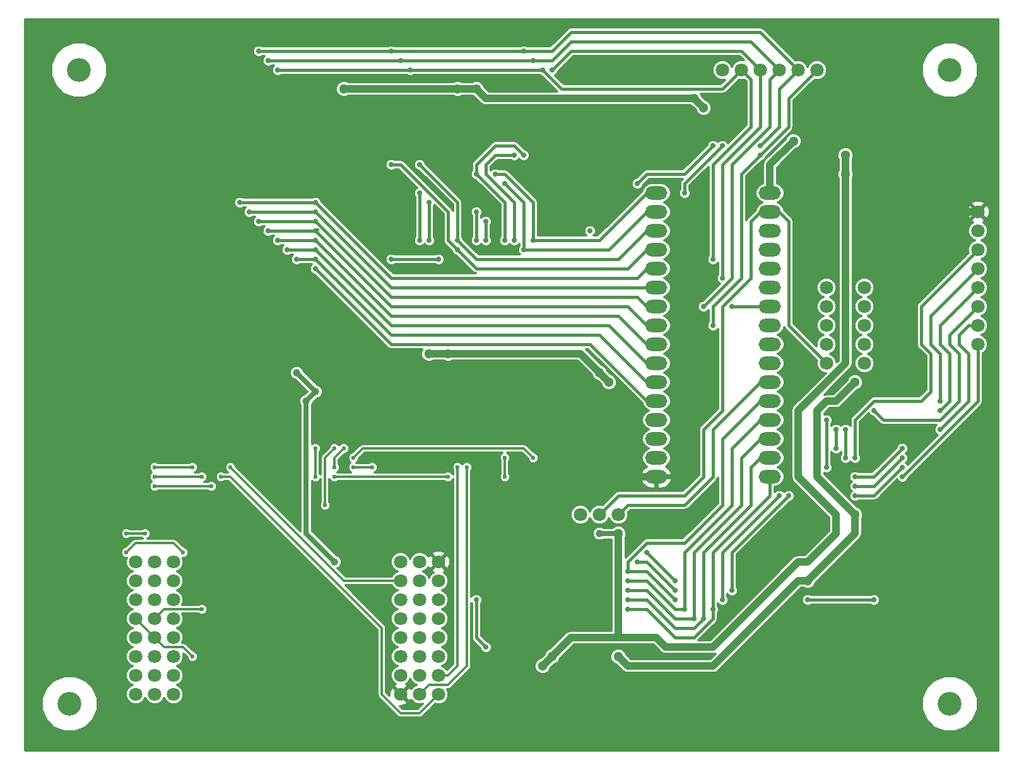
<source format=gbl>
G04 #@! TF.FileFunction,Copper,L2,Bot,Signal*
%FSLAX46Y46*%
G04 Gerber Fmt 4.6, Leading zero omitted, Abs format (unit mm)*
G04 Created by KiCad (PCBNEW 4.0.7) date 03/21/19 10:54:29*
%MOMM*%
%LPD*%
G01*
G04 APERTURE LIST*
%ADD10C,0.100000*%
%ADD11C,1.800000*%
%ADD12O,3.000000X1.800000*%
%ADD13C,3.200000*%
%ADD14C,1.300000*%
%ADD15C,1.000000*%
%ADD16C,0.600000*%
%ADD17C,0.700000*%
%ADD18C,1.000000*%
%ADD19C,0.700000*%
%ADD20C,0.300000*%
%ADD21C,0.400000*%
G04 APERTURE END LIST*
D10*
D11*
X94080000Y-7320000D03*
X96620000Y-7320000D03*
X99160000Y-7320000D03*
X101700000Y-7320000D03*
X104240000Y-7320000D03*
X106780000Y-7320000D03*
X128370000Y-28910000D03*
X128370000Y-26370000D03*
X80110000Y-67010000D03*
X77570000Y-67010000D03*
X75030000Y-67010000D03*
X128370000Y-44150000D03*
X128370000Y-41610000D03*
X128370000Y-39070000D03*
X128370000Y-36530000D03*
X128370000Y-33990000D03*
X128370000Y-31450000D03*
X108050000Y-36530000D03*
X108050000Y-39070000D03*
X108050000Y-41610000D03*
X108050000Y-44150000D03*
X108050000Y-46690000D03*
X113130000Y-46690000D03*
X113130000Y-44150000D03*
X113130000Y-41610000D03*
X113130000Y-39070000D03*
X113130000Y-36530000D03*
D12*
X85190000Y-23830000D03*
X85190000Y-26370000D03*
X85190000Y-28910000D03*
X85190000Y-31450000D03*
X85190000Y-33990000D03*
X85190000Y-36530000D03*
X85190000Y-39070000D03*
X85190000Y-41610000D03*
X85190000Y-44150000D03*
X85190000Y-46690000D03*
X85190000Y-49230000D03*
X85190000Y-51770000D03*
X85190000Y-54310000D03*
X85190000Y-56850000D03*
X85190000Y-59390000D03*
X85190000Y-61930000D03*
X100430000Y-61930000D03*
X100430000Y-59390000D03*
X100430000Y-56850000D03*
X100430000Y-54310000D03*
X100430000Y-51770000D03*
X100430000Y-49230000D03*
X100430000Y-46690000D03*
X100430000Y-44150000D03*
X100430000Y-41610000D03*
X100430000Y-39070000D03*
X100430000Y-36530000D03*
X100430000Y-33990000D03*
X100430000Y-31450000D03*
X100430000Y-28910000D03*
X100430000Y-26370000D03*
X100430000Y-23830000D03*
D11*
X20420000Y-73360000D03*
X17880000Y-73360000D03*
X15340000Y-73360000D03*
X20420000Y-75900000D03*
X17880000Y-75900000D03*
X15340000Y-75900000D03*
X20420000Y-78440000D03*
X17880000Y-78440000D03*
X15340000Y-78440000D03*
X20420000Y-80980000D03*
X17880000Y-80980000D03*
X15340000Y-80980000D03*
X20420000Y-83520000D03*
X17880000Y-83520000D03*
X15340000Y-83520000D03*
X20420000Y-86060000D03*
X17880000Y-86060000D03*
X15340000Y-86060000D03*
X20420000Y-88600000D03*
X17880000Y-88600000D03*
X15340000Y-88600000D03*
X20420000Y-91140000D03*
X17880000Y-91140000D03*
X15340000Y-91140000D03*
X55980000Y-91140000D03*
X53440000Y-91140000D03*
X50900000Y-91140000D03*
X55980000Y-88600000D03*
X53440000Y-88600000D03*
X50900000Y-88600000D03*
X55980000Y-86060000D03*
X53440000Y-86060000D03*
X50900000Y-86060000D03*
X55980000Y-83520000D03*
X53440000Y-83520000D03*
X50900000Y-83520000D03*
X55980000Y-80980000D03*
X53440000Y-80980000D03*
X50900000Y-80980000D03*
X55980000Y-78440000D03*
X53440000Y-78440000D03*
X50900000Y-78440000D03*
X55980000Y-75900000D03*
X53440000Y-75900000D03*
X50900000Y-75900000D03*
X55980000Y-73360000D03*
X53440000Y-73360000D03*
X50900000Y-73360000D03*
D13*
X7720000Y-7320000D03*
X6450000Y-92410000D03*
X124560000Y-7320000D03*
X124560000Y-92410000D03*
D14*
X58520000Y-9860000D03*
X91540000Y-12400000D03*
X105510000Y-75900000D03*
X80110000Y-86060000D03*
X111860000Y-67010000D03*
X111860000Y-49230000D03*
X103605000Y-16845000D03*
X43280000Y-9860000D03*
X61060000Y-9860000D03*
X90270000Y-11130000D03*
D15*
X35660000Y-56850000D03*
X31850000Y-60660000D03*
X36930000Y-44150000D03*
X31850000Y-41610000D03*
X35660000Y-37800000D03*
X22960000Y-65740000D03*
X28040000Y-64470000D03*
X128370000Y-55580000D03*
X108050000Y-23830000D03*
X108050000Y-32720000D03*
X105510000Y-39070000D03*
X108050000Y-17480000D03*
X102970000Y-50500000D03*
X90270000Y-54310000D03*
X90270000Y-46690000D03*
X90270000Y-28910000D03*
X90270000Y-37800000D03*
X7720000Y-14940000D03*
X5180000Y-54310000D03*
X7720000Y-42880000D03*
X11530000Y-60660000D03*
X12800000Y-49230000D03*
X15340000Y-40340000D03*
X26770000Y-30180000D03*
X20420000Y-33990000D03*
X16610000Y-55580000D03*
X7720000Y-67010000D03*
X5180000Y-30180000D03*
X20420000Y-26370000D03*
X24230000Y-21290000D03*
X97890000Y-96220000D03*
X86460000Y-96220000D03*
X76300000Y-93680000D03*
X66140000Y-93680000D03*
X17880000Y-96220000D03*
X34390000Y-96220000D03*
X48360000Y-96220000D03*
X57250000Y-96220000D03*
X111860000Y-96220000D03*
X128370000Y-12400000D03*
X26770000Y-3510000D03*
X17880000Y-4780000D03*
X21690000Y-9860000D03*
X16610000Y-14940000D03*
X119480000Y-3510000D03*
X111860000Y-6050000D03*
X104240000Y-3510000D03*
X105510000Y-12400000D03*
X71220000Y-80980000D03*
X71220000Y-74630000D03*
X91540000Y-8590000D03*
X76300000Y-8590000D03*
X91540000Y-6050000D03*
X76300000Y-6050000D03*
X72490000Y-18750000D03*
X38200000Y-21290000D03*
X47090000Y-27640000D03*
X68680000Y-61930000D03*
X66140000Y-65740000D03*
X62330000Y-69550000D03*
X54710000Y-60660000D03*
X50900000Y-60660000D03*
X43280000Y-88600000D03*
X38200000Y-91140000D03*
X30580000Y-88600000D03*
X24230000Y-91140000D03*
X45820000Y-73360000D03*
X52170000Y-67010000D03*
X44550000Y-82250000D03*
X36930000Y-82250000D03*
X116940000Y-92410000D03*
X106780000Y-92410000D03*
X113130000Y-86060000D03*
X122020000Y-86060000D03*
X128370000Y-86060000D03*
X128370000Y-78440000D03*
X119480000Y-78440000D03*
X40740000Y-78440000D03*
X40740000Y-84790000D03*
D14*
X72490000Y-64470000D03*
X80110000Y-59390000D03*
X55980000Y-55580000D03*
X39470000Y-36530000D03*
X43280000Y-21290000D03*
X25500000Y-17480000D03*
X26770000Y-18750000D03*
X76300000Y-14940000D03*
X78840000Y-14940000D03*
X59790000Y-18750000D03*
X55980000Y-20020000D03*
X96620000Y-12400000D03*
X96620000Y-9860000D03*
X61060000Y-89870000D03*
X96620000Y-73360000D03*
X99160000Y-73360000D03*
X94080000Y-88600000D03*
X106780000Y-67010000D03*
X95350000Y-87330000D03*
X116940000Y-70820000D03*
X123290000Y-74630000D03*
X124560000Y-73360000D03*
X119480000Y-70820000D03*
X57250000Y-56850000D03*
X39470000Y-39070000D03*
X72490000Y-61930000D03*
X80110000Y-61930000D03*
X105510000Y-65740000D03*
X63600000Y-89870000D03*
X82650000Y-89870000D03*
D15*
X118210000Y-49230000D03*
D14*
X120750000Y-49230000D03*
D15*
X111860000Y-51770000D03*
X110590000Y-53040000D03*
D14*
X123290000Y-33990000D03*
X43280000Y-18750000D03*
X54710000Y-18750000D03*
X61060000Y-17480000D03*
D15*
X36930000Y-47960000D03*
D14*
X54710000Y-45420000D03*
X57250000Y-45420000D03*
D15*
X39470000Y-50500000D03*
X38200000Y-51770000D03*
X42010000Y-73360000D03*
D14*
X78840000Y-49230000D03*
X69950000Y-87330000D03*
D15*
X77570000Y-69550000D03*
D14*
X110590000Y-18750000D03*
X110590000Y-21290000D03*
D16*
X22960000Y-86060000D03*
D14*
X77570000Y-47960000D03*
X80110000Y-69550000D03*
D17*
X62330000Y-84790000D03*
X61060000Y-78440000D03*
D14*
X71220000Y-86060000D03*
D17*
X92810000Y-32720000D03*
X69950000Y-7320000D03*
X52170000Y-7320000D03*
X34390000Y-7320000D03*
X94080000Y-35260000D03*
X71220000Y-7320000D03*
X91540000Y-39070000D03*
X68680000Y-6050000D03*
X33120000Y-6050000D03*
X50900000Y-6050000D03*
X99160000Y-17480000D03*
X67410000Y-4780000D03*
X49630000Y-4780000D03*
X31850000Y-4780000D03*
X99160000Y-18750000D03*
X92810000Y-41610000D03*
X118210000Y-61930000D03*
X123290000Y-55580000D03*
X114400000Y-53040000D03*
X123290000Y-53040000D03*
X123290000Y-51770000D03*
X111860000Y-59390000D03*
X36930000Y-32720000D03*
X39470000Y-32720000D03*
X35660000Y-31450000D03*
X39470000Y-31450000D03*
X34390000Y-30180000D03*
X39470000Y-30180000D03*
X33120000Y-28910000D03*
X39470000Y-28910000D03*
X31850000Y-27640000D03*
X39470000Y-27640000D03*
X30580000Y-26370000D03*
X39470000Y-26370000D03*
X29310000Y-25100000D03*
X39470000Y-25100000D03*
X39470000Y-33990000D03*
X95350000Y-39070000D03*
X62330000Y-30180000D03*
X62330000Y-27640000D03*
X61060000Y-26370000D03*
X61060000Y-30180000D03*
X58520000Y-31450000D03*
X49630000Y-20020000D03*
X54710000Y-25100000D03*
X54710000Y-30180000D03*
X53440000Y-23830000D03*
X53440000Y-30180000D03*
X49630000Y-32720000D03*
X58520000Y-30180000D03*
X55980000Y-32720000D03*
X53440000Y-20020000D03*
X61060000Y-21290000D03*
X67410000Y-18750000D03*
X64870000Y-30180000D03*
X63600000Y-21290000D03*
X68680000Y-30180000D03*
X67410000Y-31450000D03*
X64870000Y-22560000D03*
X66140000Y-18750000D03*
X66140000Y-30180000D03*
X92810000Y-17480000D03*
X76300000Y-28910000D03*
X82650000Y-22560000D03*
X94080000Y-17480000D03*
X89000000Y-23830000D03*
X87730000Y-75900000D03*
X83920000Y-72090000D03*
X111860000Y-64470000D03*
X102970000Y-64470000D03*
X95350000Y-77170000D03*
X118210000Y-60660000D03*
X87730000Y-77170000D03*
X82650000Y-73360000D03*
X111860000Y-63200000D03*
X101700000Y-64470000D03*
X94080000Y-78440000D03*
X118210000Y-59390000D03*
X81380000Y-79710000D03*
X118210000Y-58120000D03*
X111860000Y-61930000D03*
X92810000Y-79710000D03*
X81380000Y-78440000D03*
X110590000Y-55580000D03*
X110590000Y-59390000D03*
X91540000Y-80980000D03*
X81380000Y-77170000D03*
X90270000Y-80980000D03*
X81380000Y-75900000D03*
X109320000Y-55580000D03*
X109320000Y-58120000D03*
X89000000Y-79710000D03*
X87730000Y-78440000D03*
X81380000Y-74630000D03*
X108050000Y-60660000D03*
X108050000Y-54310000D03*
X114400000Y-78440000D03*
X105510000Y-78440000D03*
D16*
X14070000Y-69550000D03*
X16610000Y-69550000D03*
X22960000Y-60660000D03*
X17880000Y-60660000D03*
X24230000Y-61930000D03*
X17880000Y-61930000D03*
X25500000Y-63200000D03*
X17880000Y-63200000D03*
X26770000Y-61930000D03*
X28040000Y-60660000D03*
X39470000Y-58120000D03*
X39470000Y-61930000D03*
X42010000Y-58120000D03*
X40740000Y-65740000D03*
X42010000Y-60660000D03*
X43280000Y-58120000D03*
X44550000Y-60660000D03*
X47090000Y-60660000D03*
X24230000Y-79710000D03*
X58520000Y-60660000D03*
X59790000Y-60660000D03*
X42010000Y-61930000D03*
X57250000Y-61930000D03*
X14070000Y-72090000D03*
X21690000Y-72090000D03*
X64870000Y-59390000D03*
X64870000Y-61930000D03*
X68680000Y-59390000D03*
X44550000Y-59390000D03*
D18*
X90270000Y-11130000D02*
X91540000Y-12400000D01*
X105510000Y-75900000D02*
X111860000Y-69550000D01*
X111860000Y-69550000D02*
X111860000Y-67010000D01*
X91540000Y-87330000D02*
X92810000Y-87330000D01*
X80110000Y-86060000D02*
X81380000Y-87330000D01*
X81380000Y-87330000D02*
X91540000Y-87330000D01*
X104240000Y-75900000D02*
X105510000Y-75900000D01*
X92810000Y-87330000D02*
X104240000Y-75900000D01*
X111860000Y-67010000D02*
X111860000Y-67010000D01*
X111860000Y-67010000D02*
X106780000Y-61930000D01*
X111860000Y-49230000D02*
X109320000Y-51770000D01*
X109320000Y-51770000D02*
X108050000Y-51770000D01*
X108050000Y-51770000D02*
X106780000Y-53040000D01*
X106780000Y-53040000D02*
X106780000Y-61930000D01*
X100430000Y-23830000D02*
X100430000Y-20020000D01*
X100430000Y-20020000D02*
X103605000Y-16845000D01*
X61060000Y-9860000D02*
X58520000Y-9860000D01*
X58520000Y-9860000D02*
X43280000Y-9860000D01*
X67410000Y-11130000D02*
X62330000Y-11130000D01*
X90270000Y-11130000D02*
X67410000Y-11130000D01*
X62330000Y-11130000D02*
X61060000Y-9860000D01*
D19*
X36930000Y-45420000D02*
X35660000Y-46690000D01*
X35660000Y-46690000D02*
X35660000Y-56850000D01*
X39470000Y-36530000D02*
X36930000Y-36530000D01*
X34390000Y-41610000D02*
X36930000Y-44150000D01*
X31850000Y-41610000D02*
X34390000Y-41610000D01*
X36930000Y-36530000D02*
X35660000Y-37800000D01*
X36930000Y-44150000D02*
X36930000Y-45420000D01*
X26770000Y-65740000D02*
X22960000Y-65740000D01*
X28040000Y-64470000D02*
X26770000Y-65740000D01*
X108050000Y-32720000D02*
X105510000Y-35260000D01*
X105510000Y-35260000D02*
X105510000Y-39070000D01*
X108050000Y-17480000D02*
X108050000Y-23830000D01*
X90270000Y-46690000D02*
X90270000Y-37800000D01*
X87730000Y-61930000D02*
X90270000Y-59390000D01*
X90270000Y-59390000D02*
X90270000Y-54310000D01*
X85190000Y-61930000D02*
X87730000Y-61930000D01*
X5180000Y-30180000D02*
X5180000Y-17480000D01*
X7720000Y-32720000D02*
X7720000Y-42880000D01*
X5180000Y-54310000D02*
X5180000Y-45420000D01*
X5180000Y-64470000D02*
X7720000Y-67010000D01*
X22960000Y-26370000D02*
X20420000Y-26370000D01*
X8990000Y-65740000D02*
X7720000Y-67010000D01*
X11530000Y-60660000D02*
X8990000Y-63200000D01*
X8990000Y-63200000D02*
X8990000Y-65740000D01*
X16610000Y-54310000D02*
X16610000Y-55580000D01*
X12800000Y-49230000D02*
X16610000Y-53040000D01*
X16610000Y-53040000D02*
X16610000Y-54310000D01*
X22960000Y-26370000D02*
X26770000Y-30180000D01*
X20420000Y-33990000D02*
X15340000Y-39070000D01*
X15340000Y-40340000D02*
X15340000Y-39070000D01*
X5180000Y-54310000D02*
X5180000Y-64470000D01*
X5180000Y-45420000D02*
X7720000Y-42880000D01*
X5180000Y-30180000D02*
X7720000Y-32720000D01*
X5180000Y-17480000D02*
X7720000Y-14940000D01*
X66140000Y-93680000D02*
X59790000Y-93680000D01*
X97890000Y-96220000D02*
X86460000Y-96220000D01*
X66140000Y-93680000D02*
X76300000Y-93680000D01*
X48360000Y-96220000D02*
X34390000Y-96220000D01*
X59790000Y-93680000D02*
X57250000Y-96220000D01*
X19150000Y-17480000D02*
X20420000Y-17480000D01*
X17880000Y-16210000D02*
X19150000Y-17480000D01*
X17880000Y-4780000D02*
X25500000Y-4780000D01*
X17880000Y-6050000D02*
X21690000Y-9860000D01*
X16610000Y-14940000D02*
X17880000Y-16210000D01*
X21690000Y-9860000D02*
X16610000Y-14940000D01*
X17880000Y-4780000D02*
X17880000Y-6050000D01*
X26770000Y-3510000D02*
X25500000Y-4780000D01*
X20420000Y-17480000D02*
X24230000Y-21290000D01*
X24230000Y-21290000D02*
X26770000Y-18750000D01*
X114400000Y-3510000D02*
X119480000Y-3510000D01*
X111860000Y-6050000D02*
X114400000Y-3510000D01*
X71220000Y-74630000D02*
X71220000Y-80980000D01*
X76300000Y-8590000D02*
X76300000Y-6050000D01*
X91540000Y-8590000D02*
X76300000Y-8590000D01*
X43280000Y-21290000D02*
X38200000Y-21290000D01*
X62330000Y-69550000D02*
X66140000Y-65740000D01*
X52170000Y-67010000D02*
X45820000Y-73360000D01*
X116940000Y-92410000D02*
X106780000Y-92410000D01*
X124560000Y-78440000D02*
X119480000Y-78440000D01*
X123290000Y-74630000D02*
X119480000Y-78440000D01*
X122020000Y-86060000D02*
X113130000Y-86060000D01*
X128370000Y-86060000D02*
X124560000Y-86060000D01*
X124560000Y-78440000D02*
X128370000Y-78440000D01*
X124560000Y-86060000D02*
X122020000Y-86060000D01*
X40740000Y-84790000D02*
X40740000Y-78440000D01*
D18*
X72490000Y-61930000D02*
X72490000Y-64470000D01*
X80110000Y-61930000D02*
X80110000Y-59390000D01*
X39470000Y-39070000D02*
X39470000Y-36530000D01*
X43280000Y-18750000D02*
X43280000Y-21290000D01*
X26770000Y-18750000D02*
X25500000Y-17480000D01*
X43280000Y-18750000D02*
X26770000Y-18750000D01*
X62330000Y-16210000D02*
X63600000Y-14940000D01*
X61060000Y-17480000D02*
X62330000Y-16210000D01*
X63600000Y-14940000D02*
X76300000Y-14940000D01*
X78840000Y-14940000D02*
X76300000Y-14940000D01*
X54710000Y-18750000D02*
X55980000Y-20020000D01*
X78840000Y-14940000D02*
X94080000Y-14940000D01*
X94080000Y-14940000D02*
X96620000Y-12400000D01*
X96620000Y-12400000D02*
X96620000Y-9860000D01*
X63600000Y-89870000D02*
X61060000Y-89870000D01*
X99160000Y-73360000D02*
X96620000Y-73360000D01*
X99160000Y-73360000D02*
X99160000Y-72090000D01*
X99160000Y-72090000D02*
X105510000Y-65740000D01*
X105510000Y-65740000D02*
X106780000Y-67010000D01*
X91540000Y-89870000D02*
X92810000Y-89870000D01*
X86460000Y-89870000D02*
X82650000Y-89870000D01*
X86460000Y-89870000D02*
X91540000Y-89870000D01*
X92810000Y-89870000D02*
X94080000Y-88600000D01*
X94080000Y-88600000D02*
X95350000Y-87330000D01*
X119480000Y-70820000D02*
X116940000Y-70820000D01*
X123290000Y-74630000D02*
X124560000Y-73360000D01*
X119480000Y-70820000D02*
X123290000Y-74630000D01*
X72490000Y-60660000D02*
X72490000Y-61930000D01*
X68680000Y-56850000D02*
X72490000Y-60660000D01*
X57250000Y-56850000D02*
X68680000Y-56850000D01*
X53440000Y-53040000D02*
X54710000Y-54310000D01*
X54710000Y-54310000D02*
X55980000Y-55580000D01*
X39470000Y-39070000D02*
X53440000Y-53040000D01*
X55980000Y-55580000D02*
X57250000Y-56850000D01*
X72490000Y-61930000D02*
X80110000Y-61930000D01*
X80110000Y-61930000D02*
X85190000Y-61930000D01*
X82650000Y-89870000D02*
X63600000Y-89870000D01*
X63600000Y-89870000D02*
X63600000Y-89870000D01*
D19*
X120750000Y-49230000D02*
X114400000Y-49230000D01*
X114400000Y-49230000D02*
X111860000Y-51770000D01*
X111860000Y-51770000D02*
X110590000Y-53040000D01*
D18*
X128370000Y-26370000D02*
X127100000Y-26370000D01*
X123290000Y-30180000D02*
X123290000Y-33990000D01*
X127100000Y-26370000D02*
X123290000Y-30180000D01*
X54710000Y-18750000D02*
X43280000Y-18750000D01*
X59790000Y-18750000D02*
X54710000Y-18750000D01*
X59790000Y-18750000D02*
X61060000Y-17480000D01*
D19*
X39470000Y-50500000D02*
X38200000Y-49230000D01*
X38200000Y-49230000D02*
X36930000Y-47960000D01*
D18*
X57250000Y-45420000D02*
X54710000Y-45420000D01*
X75030000Y-45420000D02*
X57250000Y-45420000D01*
X77570000Y-47960000D02*
X75030000Y-45420000D01*
D19*
X38200000Y-51770000D02*
X39470000Y-50500000D01*
X38200000Y-51770000D02*
X38200000Y-51770000D01*
X38200000Y-51770000D02*
X38200000Y-69550000D01*
X38200000Y-69550000D02*
X42010000Y-73360000D01*
D18*
X77570000Y-47960000D02*
X78840000Y-49230000D01*
X71220000Y-86060000D02*
X69950000Y-87330000D01*
D19*
X80110000Y-69550000D02*
X77570000Y-69550000D01*
D18*
X91540000Y-84790000D02*
X92810000Y-84790000D01*
X80110000Y-83520000D02*
X85190000Y-83520000D01*
X86460000Y-84790000D02*
X85190000Y-83520000D01*
X91540000Y-84790000D02*
X86460000Y-84790000D01*
X109320000Y-67010000D02*
X109320000Y-69550000D01*
X109320000Y-69550000D02*
X105510000Y-73360000D01*
X110590000Y-30180000D02*
X110590000Y-18750000D01*
X104240000Y-61930000D02*
X106780000Y-64470000D01*
X110590000Y-46690000D02*
X104240000Y-53040000D01*
X104240000Y-53040000D02*
X104240000Y-61930000D01*
X110590000Y-30180000D02*
X110590000Y-46690000D01*
X106780000Y-64470000D02*
X108050000Y-65740000D01*
X108050000Y-65740000D02*
X109320000Y-67010000D01*
X104240000Y-73360000D02*
X105510000Y-73360000D01*
X92810000Y-84790000D02*
X104240000Y-73360000D01*
D20*
X17880000Y-83520000D02*
X19150000Y-84790000D01*
X21690000Y-84790000D02*
X22960000Y-86060000D01*
X19150000Y-84790000D02*
X21690000Y-84790000D01*
X15340000Y-80980000D02*
X17880000Y-83520000D01*
D18*
X80110000Y-83520000D02*
X80110000Y-69550000D01*
D21*
X61060000Y-83520000D02*
X62330000Y-84790000D01*
X61060000Y-78440000D02*
X61060000Y-83520000D01*
D18*
X80110000Y-83520000D02*
X73760000Y-83520000D01*
X73760000Y-83520000D02*
X71220000Y-86060000D01*
D21*
X97890000Y-14940000D02*
X97890000Y-8590000D01*
X96620000Y-7320000D02*
X97890000Y-8590000D01*
X92810000Y-22560000D02*
X92810000Y-20020000D01*
X92810000Y-32720000D02*
X92810000Y-22560000D01*
X92810000Y-20020000D02*
X96620000Y-16210000D01*
X96620000Y-16210000D02*
X97890000Y-14940000D01*
X71220000Y-8590000D02*
X72490000Y-9860000D01*
X69950000Y-7320000D02*
X71220000Y-8590000D01*
X94080000Y-9860000D02*
X96620000Y-7320000D01*
X72490000Y-9860000D02*
X94080000Y-9860000D01*
X52170000Y-7320000D02*
X69950000Y-7320000D01*
X52170000Y-7320000D02*
X47090000Y-7320000D01*
X34390000Y-7320000D02*
X47090000Y-7320000D01*
X99160000Y-7320000D02*
X99160000Y-14940000D01*
X94080000Y-22560000D02*
X94080000Y-20020000D01*
X94080000Y-35260000D02*
X94080000Y-22560000D01*
X94080000Y-20020000D02*
X99160000Y-14940000D01*
X71220000Y-7320000D02*
X72490000Y-6050000D01*
X96620000Y-4780000D02*
X99160000Y-7320000D01*
X73760000Y-4780000D02*
X96620000Y-4780000D01*
X72490000Y-6050000D02*
X73760000Y-4780000D01*
X95350000Y-20020000D02*
X100430000Y-14940000D01*
X95350000Y-22560000D02*
X95350000Y-20020000D01*
X91540000Y-39070000D02*
X95350000Y-35260000D01*
X95350000Y-35260000D02*
X95350000Y-22560000D01*
X100430000Y-8590000D02*
X101700000Y-7320000D01*
X100430000Y-9860000D02*
X100430000Y-8590000D01*
X100430000Y-14940000D02*
X100430000Y-9860000D01*
X68680000Y-6050000D02*
X71220000Y-6050000D01*
X97890000Y-3510000D02*
X101700000Y-7320000D01*
X96620000Y-3510000D02*
X97890000Y-3510000D01*
X73760000Y-3510000D02*
X96620000Y-3510000D01*
X71220000Y-6050000D02*
X73760000Y-3510000D01*
X50900000Y-6050000D02*
X68680000Y-6050000D01*
X49630000Y-6050000D02*
X50900000Y-6050000D01*
X33120000Y-6050000D02*
X49630000Y-6050000D01*
X99160000Y-17480000D02*
X101700000Y-14940000D01*
X101700000Y-9860000D02*
X104240000Y-7320000D01*
X101700000Y-14940000D02*
X101700000Y-9860000D01*
X67410000Y-4780000D02*
X71220000Y-4780000D01*
X99160000Y-2240000D02*
X104240000Y-7320000D01*
X73760000Y-2240000D02*
X99160000Y-2240000D01*
X71220000Y-4780000D02*
X73760000Y-2240000D01*
X49630000Y-4780000D02*
X67410000Y-4780000D01*
X31850000Y-4780000D02*
X49630000Y-4780000D01*
X99160000Y-18750000D02*
X102970000Y-14940000D01*
X102970000Y-11130000D02*
X106780000Y-7320000D01*
X102970000Y-14940000D02*
X102970000Y-11130000D01*
X99160000Y-18750000D02*
X96620000Y-21290000D01*
X96620000Y-35260000D02*
X96620000Y-23830000D01*
X92810000Y-39070000D02*
X96620000Y-35260000D01*
X92810000Y-41610000D02*
X92810000Y-39070000D01*
X96620000Y-23830000D02*
X96620000Y-22560000D01*
X96620000Y-21290000D02*
X96620000Y-22560000D01*
X92810000Y-55580000D02*
X92810000Y-61930000D01*
X99160000Y-49230000D02*
X92810000Y-55580000D01*
X81380000Y-65740000D02*
X80110000Y-67010000D01*
X82650000Y-65740000D02*
X81380000Y-65740000D01*
X89000000Y-65740000D02*
X82650000Y-65740000D01*
X92810000Y-61930000D02*
X89000000Y-65740000D01*
X100430000Y-49230000D02*
X99160000Y-49230000D01*
X91540000Y-55580000D02*
X91540000Y-61930000D01*
X94080000Y-39070000D02*
X97890000Y-35260000D01*
X97890000Y-35260000D02*
X97890000Y-32720000D01*
X91540000Y-55580000D02*
X94080000Y-53040000D01*
X94080000Y-53040000D02*
X94080000Y-39070000D01*
X97890000Y-27640000D02*
X97890000Y-32720000D01*
X99160000Y-26370000D02*
X97890000Y-27640000D01*
X80110000Y-64470000D02*
X77570000Y-67010000D01*
X89000000Y-64470000D02*
X80110000Y-64470000D01*
X91540000Y-61930000D02*
X89000000Y-64470000D01*
X102970000Y-27640000D02*
X102970000Y-41610000D01*
X101700000Y-26370000D02*
X102970000Y-27640000D01*
X102970000Y-41610000D02*
X108050000Y-46690000D01*
X100430000Y-26370000D02*
X101700000Y-26370000D01*
X100430000Y-26370000D02*
X99160000Y-26370000D01*
X128370000Y-44150000D02*
X128370000Y-46690000D01*
X128370000Y-51770000D02*
X128370000Y-46690000D01*
X118210000Y-61930000D02*
X127100000Y-53040000D01*
X127100000Y-53040000D02*
X128370000Y-51770000D01*
X127100000Y-46690000D02*
X127100000Y-45420000D01*
X127100000Y-51770000D02*
X127100000Y-46690000D01*
X123290000Y-55580000D02*
X125830000Y-53040000D01*
X125830000Y-53040000D02*
X127100000Y-51770000D01*
X127100000Y-41610000D02*
X128370000Y-41610000D01*
X125830000Y-42880000D02*
X127100000Y-41610000D01*
X125830000Y-44150000D02*
X125830000Y-42880000D01*
X127100000Y-45420000D02*
X125830000Y-44150000D01*
X118210000Y-54310000D02*
X115670000Y-54310000D01*
X115670000Y-54310000D02*
X114400000Y-53040000D01*
X122020000Y-54310000D02*
X123290000Y-54310000D01*
X124560000Y-42880000D02*
X128370000Y-39070000D01*
X124560000Y-44150000D02*
X124560000Y-42880000D01*
X125830000Y-45420000D02*
X124560000Y-44150000D01*
X125830000Y-51770000D02*
X125830000Y-45420000D01*
X123290000Y-54310000D02*
X125830000Y-51770000D01*
X122020000Y-54310000D02*
X118210000Y-54310000D01*
X124560000Y-47960000D02*
X124560000Y-51770000D01*
X123290000Y-44150000D02*
X124560000Y-45420000D01*
X124560000Y-45420000D02*
X124560000Y-47960000D01*
X128370000Y-36530000D02*
X123290000Y-41610000D01*
X123290000Y-41610000D02*
X123290000Y-44150000D01*
X124560000Y-51770000D02*
X123290000Y-53040000D01*
X122020000Y-40340000D02*
X122020000Y-44150000D01*
X128370000Y-33990000D02*
X123290000Y-39070000D01*
X123290000Y-39070000D02*
X122020000Y-40340000D01*
X123290000Y-45420000D02*
X123290000Y-51770000D01*
X122020000Y-44150000D02*
X123290000Y-45420000D01*
X122020000Y-45420000D02*
X122020000Y-47960000D01*
X122020000Y-45420000D02*
X120750000Y-44150000D01*
X120750000Y-44150000D02*
X120750000Y-39070000D01*
X128370000Y-31450000D02*
X122020000Y-37800000D01*
X120750000Y-39070000D02*
X122020000Y-37800000D01*
X111860000Y-54310000D02*
X111860000Y-59390000D01*
X114400000Y-51770000D02*
X111860000Y-54310000D01*
X120750000Y-51770000D02*
X114400000Y-51770000D01*
X122020000Y-50500000D02*
X120750000Y-51770000D01*
X122020000Y-47960000D02*
X122020000Y-50500000D01*
X39470000Y-32720000D02*
X36930000Y-32720000D01*
X85190000Y-49230000D02*
X83920000Y-49230000D01*
X83920000Y-49230000D02*
X77570000Y-42880000D01*
X77570000Y-42880000D02*
X49630000Y-42880000D01*
X49630000Y-42880000D02*
X39470000Y-32720000D01*
X39470000Y-31450000D02*
X35660000Y-31450000D01*
X85190000Y-46690000D02*
X83920000Y-46690000D01*
X83920000Y-46690000D02*
X78840000Y-41610000D01*
X78840000Y-41610000D02*
X49630000Y-41610000D01*
X49630000Y-41610000D02*
X39470000Y-31450000D01*
X39470000Y-30180000D02*
X34390000Y-30180000D01*
X85190000Y-44150000D02*
X83920000Y-44150000D01*
X83920000Y-44150000D02*
X80110000Y-40340000D01*
X80110000Y-40340000D02*
X49630000Y-40340000D01*
X49630000Y-40340000D02*
X39470000Y-30180000D01*
X80110000Y-39070000D02*
X81380000Y-39070000D01*
X80110000Y-39070000D02*
X49630000Y-39070000D01*
X39470000Y-28910000D02*
X49630000Y-39070000D01*
X81380000Y-39070000D02*
X83920000Y-41610000D01*
X83920000Y-41610000D02*
X85190000Y-41610000D01*
X39470000Y-28910000D02*
X33120000Y-28910000D01*
X39680735Y-28699265D02*
X39470000Y-28910000D01*
X81380000Y-37800000D02*
X82650000Y-37800000D01*
X39470000Y-27640000D02*
X49630000Y-37800000D01*
X80110000Y-37800000D02*
X49630000Y-37800000D01*
X80110000Y-37800000D02*
X81380000Y-37800000D01*
X82650000Y-37800000D02*
X83920000Y-39070000D01*
X83920000Y-39070000D02*
X85190000Y-39070000D01*
X39470000Y-27640000D02*
X31850000Y-27640000D01*
X39470000Y-26370000D02*
X30580000Y-26370000D01*
X49630000Y-36530000D02*
X85190000Y-36530000D01*
X39470000Y-26370000D02*
X49630000Y-36530000D01*
X80110000Y-35260000D02*
X82650000Y-35260000D01*
X39470000Y-25100000D02*
X49630000Y-35260000D01*
X49630000Y-35260000D02*
X50900000Y-35260000D01*
X80110000Y-35260000D02*
X50900000Y-35260000D01*
X82650000Y-35260000D02*
X83920000Y-33990000D01*
X83920000Y-33990000D02*
X85190000Y-33990000D01*
X39470000Y-25100000D02*
X29310000Y-25100000D01*
X85190000Y-51770000D02*
X83920000Y-51770000D01*
X83920000Y-51770000D02*
X76300000Y-44150000D01*
X76300000Y-44150000D02*
X49630000Y-44150000D01*
X49630000Y-44150000D02*
X39470000Y-33990000D01*
X95350000Y-39070000D02*
X100430000Y-39070000D01*
X62330000Y-27640000D02*
X62330000Y-30180000D01*
X61060000Y-30180000D02*
X61060000Y-26370000D01*
X80110000Y-33990000D02*
X81380000Y-33990000D01*
X63600000Y-33990000D02*
X61060000Y-33990000D01*
X80110000Y-33990000D02*
X66140000Y-33990000D01*
X66140000Y-33990000D02*
X64870000Y-33990000D01*
X64870000Y-33990000D02*
X63600000Y-33990000D01*
X58520000Y-31450000D02*
X61060000Y-33990000D01*
X81380000Y-33990000D02*
X83920000Y-31450000D01*
X83920000Y-31450000D02*
X85190000Y-31450000D01*
X50900000Y-20020000D02*
X49630000Y-20020000D01*
X58520000Y-31450000D02*
X57250000Y-30180000D01*
X57250000Y-30180000D02*
X57250000Y-26370000D01*
X57250000Y-26370000D02*
X50900000Y-20020000D01*
X54710000Y-30180000D02*
X54710000Y-25100000D01*
X53440000Y-30180000D02*
X53440000Y-23830000D01*
X80110000Y-32720000D02*
X83920000Y-28910000D01*
X49630000Y-32720000D02*
X55980000Y-32720000D01*
X58520000Y-30180000D02*
X58520000Y-25100000D01*
X61060000Y-32720000D02*
X58520000Y-30180000D01*
X66140000Y-32720000D02*
X63600000Y-32720000D01*
X80110000Y-32720000D02*
X66140000Y-32720000D01*
X63600000Y-32720000D02*
X61060000Y-32720000D01*
X58520000Y-25100000D02*
X53440000Y-20020000D01*
X85190000Y-28910000D02*
X83920000Y-28910000D01*
X61060000Y-21290000D02*
X64870000Y-25100000D01*
X64870000Y-30180000D02*
X64870000Y-25100000D01*
X61060000Y-20020000D02*
X61060000Y-21290000D01*
X63600000Y-17480000D02*
X61060000Y-20020000D01*
X66140000Y-17480000D02*
X63600000Y-17480000D01*
X67410000Y-18750000D02*
X66140000Y-17480000D01*
X68680000Y-25100000D02*
X68680000Y-30180000D01*
X64870000Y-21290000D02*
X68680000Y-25100000D01*
X63600000Y-21290000D02*
X64870000Y-21290000D01*
X83920000Y-23830000D02*
X77570000Y-30180000D01*
X68680000Y-30180000D02*
X77570000Y-30180000D01*
X85190000Y-23830000D02*
X83920000Y-23830000D01*
X78840000Y-31450000D02*
X67410000Y-31450000D01*
X83920000Y-26370000D02*
X78840000Y-31450000D01*
X67410000Y-25100000D02*
X64870000Y-22560000D01*
X67410000Y-31450000D02*
X67410000Y-25100000D01*
X85190000Y-26370000D02*
X83920000Y-26370000D01*
X66140000Y-30180000D02*
X66140000Y-25100000D01*
X62330000Y-21290000D02*
X66140000Y-25100000D01*
X62330000Y-20020000D02*
X62330000Y-21290000D01*
X63600000Y-18750000D02*
X62330000Y-20020000D01*
X64870000Y-18750000D02*
X63600000Y-18750000D01*
X64870000Y-18750000D02*
X66140000Y-18750000D01*
X92810000Y-17480000D02*
X89000000Y-21290000D01*
X83920000Y-21290000D02*
X82650000Y-22560000D01*
X85190000Y-21290000D02*
X83920000Y-21290000D01*
X89000000Y-21290000D02*
X85190000Y-21290000D01*
X89000000Y-23830000D02*
X89000000Y-22560000D01*
X89000000Y-22560000D02*
X94080000Y-17480000D01*
X83920000Y-72090000D02*
X87730000Y-75900000D01*
X114400000Y-64470000D02*
X111860000Y-64470000D01*
X102970000Y-64470000D02*
X95350000Y-72090000D01*
X95350000Y-72090000D02*
X95350000Y-77170000D01*
X118210000Y-60660000D02*
X114400000Y-64470000D01*
X87730000Y-77170000D02*
X83920000Y-73360000D01*
X83920000Y-73360000D02*
X82650000Y-73360000D01*
X114400000Y-63200000D02*
X111860000Y-63200000D01*
X101700000Y-64470000D02*
X94080000Y-72090000D01*
X94080000Y-72090000D02*
X94080000Y-78440000D01*
X118210000Y-59390000D02*
X114400000Y-63200000D01*
X85190000Y-59390000D02*
X86460000Y-59390000D01*
X90270000Y-83520000D02*
X87730000Y-83520000D01*
X92810000Y-79710000D02*
X92810000Y-80980000D01*
X90270000Y-83520000D02*
X92810000Y-80980000D01*
X83920000Y-79710000D02*
X81380000Y-79710000D01*
X87730000Y-83520000D02*
X83920000Y-79710000D01*
X118210000Y-58120000D02*
X114400000Y-61930000D01*
X114400000Y-61930000D02*
X111860000Y-61930000D01*
X100430000Y-64470000D02*
X92810000Y-72090000D01*
X100430000Y-61930000D02*
X100430000Y-64470000D01*
X92810000Y-72090000D02*
X92810000Y-79710000D01*
X90270000Y-82250000D02*
X87730000Y-82250000D01*
X91540000Y-80980000D02*
X90270000Y-82250000D01*
X83920000Y-78440000D02*
X81380000Y-78440000D01*
X87730000Y-82250000D02*
X83920000Y-78440000D01*
X110590000Y-59390000D02*
X110590000Y-55580000D01*
X97890000Y-63200000D02*
X97890000Y-65740000D01*
X97890000Y-60660000D02*
X97890000Y-63200000D01*
X99160000Y-59390000D02*
X97890000Y-60660000D01*
X91540000Y-72090000D02*
X91540000Y-80980000D01*
X97890000Y-65740000D02*
X91540000Y-72090000D01*
X100430000Y-59390000D02*
X99160000Y-59390000D01*
X90270000Y-80980000D02*
X87730000Y-80980000D01*
X83920000Y-77170000D02*
X81380000Y-77170000D01*
X87730000Y-80980000D02*
X83920000Y-77170000D01*
X96620000Y-63200000D02*
X96620000Y-65740000D01*
X96620000Y-59390000D02*
X96620000Y-63200000D01*
X90270000Y-80980000D02*
X90270000Y-75900000D01*
X96620000Y-59390000D02*
X99160000Y-56850000D01*
X90270000Y-72090000D02*
X90270000Y-75900000D01*
X96620000Y-65740000D02*
X90270000Y-72090000D01*
X100430000Y-56850000D02*
X99160000Y-56850000D01*
X89000000Y-79710000D02*
X87730000Y-79710000D01*
X83920000Y-75900000D02*
X81380000Y-75900000D01*
X87730000Y-79710000D02*
X83920000Y-75900000D01*
X109320000Y-55580000D02*
X109320000Y-58120000D01*
X95350000Y-63200000D02*
X95350000Y-65740000D01*
X95350000Y-58120000D02*
X95350000Y-63200000D01*
X89000000Y-79710000D02*
X89000000Y-75900000D01*
X95350000Y-58120000D02*
X99160000Y-54310000D01*
X89000000Y-72090000D02*
X89000000Y-75900000D01*
X95350000Y-65740000D02*
X89000000Y-72090000D01*
X100430000Y-54310000D02*
X99160000Y-54310000D01*
X94080000Y-65740000D02*
X89000000Y-70820000D01*
X94080000Y-56850000D02*
X94080000Y-64470000D01*
X94080000Y-65740000D02*
X94080000Y-64470000D01*
X99160000Y-51770000D02*
X94080000Y-56850000D01*
X81380000Y-73360000D02*
X81380000Y-74630000D01*
X83920000Y-70820000D02*
X81380000Y-73360000D01*
X89000000Y-70820000D02*
X83920000Y-70820000D01*
X87730000Y-78440000D02*
X83920000Y-74630000D01*
X83920000Y-74630000D02*
X81380000Y-74630000D01*
X100430000Y-51770000D02*
X99160000Y-51770000D01*
X108050000Y-54310000D02*
X108050000Y-60660000D01*
X105510000Y-78440000D02*
X114400000Y-78440000D01*
D20*
X16610000Y-69550000D02*
X14070000Y-69550000D01*
X17880000Y-60660000D02*
X22960000Y-60660000D01*
X17880000Y-61930000D02*
X24230000Y-61930000D01*
X17880000Y-63200000D02*
X25500000Y-63200000D01*
X49630000Y-92410000D02*
X50900000Y-93680000D01*
X54710000Y-92410000D02*
X53440000Y-93680000D01*
X55980000Y-91140000D02*
X54710000Y-92410000D01*
X28040000Y-61930000D02*
X48360000Y-82250000D01*
X48360000Y-82250000D02*
X48360000Y-91140000D01*
X48360000Y-91140000D02*
X49630000Y-92410000D01*
X26770000Y-61930000D02*
X28040000Y-61930000D01*
X50900000Y-93680000D02*
X53440000Y-93680000D01*
X50900000Y-75900000D02*
X43280000Y-75900000D01*
X28040000Y-60660000D02*
X42010000Y-74630000D01*
X43280000Y-75900000D02*
X42010000Y-74630000D01*
X39470000Y-59390000D02*
X39470000Y-58120000D01*
X39470000Y-61930000D02*
X39470000Y-59390000D01*
X40740000Y-61930000D02*
X40740000Y-59390000D01*
X40740000Y-65740000D02*
X40740000Y-61930000D01*
X40740000Y-59390000D02*
X42010000Y-58120000D01*
X42010000Y-59390000D02*
X43280000Y-58120000D01*
X42010000Y-60660000D02*
X42010000Y-59390000D01*
X44550000Y-60660000D02*
X47090000Y-60660000D01*
X17880000Y-80980000D02*
X19150000Y-79710000D01*
X24230000Y-79710000D02*
X19150000Y-79710000D01*
X55980000Y-88600000D02*
X57250000Y-88600000D01*
X58520000Y-87330000D02*
X58520000Y-60660000D01*
X57250000Y-88600000D02*
X58520000Y-87330000D01*
X53440000Y-91140000D02*
X54710000Y-89870000D01*
X59790000Y-79710000D02*
X59790000Y-60660000D01*
X59790000Y-87330000D02*
X59790000Y-79710000D01*
X57250000Y-89870000D02*
X59790000Y-87330000D01*
X54710000Y-89870000D02*
X57250000Y-89870000D01*
X14070000Y-72090000D02*
X15340000Y-70820000D01*
X20420000Y-70820000D02*
X15340000Y-70820000D01*
X21690000Y-72090000D02*
X20420000Y-70820000D01*
X42010000Y-61930000D02*
X57250000Y-61930000D01*
X64870000Y-60660000D02*
X64870000Y-61930000D01*
X64870000Y-60660000D02*
X64870000Y-59390000D01*
X45820000Y-58120000D02*
X67410000Y-58120000D01*
X44550000Y-59390000D02*
X45820000Y-58120000D01*
X67410000Y-58120000D02*
X68680000Y-59390000D01*
G36*
X131075000Y-98675000D02*
X525000Y-98675000D01*
X525000Y-93152649D01*
X2699350Y-93152649D01*
X3269051Y-94531429D01*
X4323022Y-95587242D01*
X5700806Y-96159348D01*
X7192649Y-96160650D01*
X8571429Y-95590949D01*
X9627242Y-94536978D01*
X10199348Y-93159194D01*
X10200650Y-91667351D01*
X9630949Y-90288571D01*
X8576978Y-89232758D01*
X7199194Y-88660652D01*
X5707351Y-88659350D01*
X4328571Y-89229051D01*
X3272758Y-90283022D01*
X2700652Y-91660806D01*
X2699350Y-93152649D01*
X525000Y-93152649D01*
X525000Y-69698530D01*
X13319870Y-69698530D01*
X13433811Y-69974286D01*
X13644605Y-70185448D01*
X13920161Y-70299869D01*
X14218530Y-70300130D01*
X14494286Y-70186189D01*
X14530538Y-70150000D01*
X16149219Y-70150000D01*
X16184605Y-70185448D01*
X16267815Y-70220000D01*
X15340000Y-70220000D01*
X15110390Y-70265672D01*
X14915736Y-70395736D01*
X13971558Y-71339914D01*
X13921470Y-71339870D01*
X13645714Y-71453811D01*
X13434552Y-71664605D01*
X13320131Y-71940161D01*
X13319870Y-72238530D01*
X13433811Y-72514286D01*
X13644605Y-72725448D01*
X13920161Y-72839869D01*
X14094156Y-72840021D01*
X13990235Y-73090290D01*
X13989766Y-73627353D01*
X14194858Y-74123715D01*
X14574288Y-74503807D01*
X14878330Y-74630056D01*
X14576285Y-74754858D01*
X14196193Y-75134288D01*
X13990235Y-75630290D01*
X13989766Y-76167353D01*
X14194858Y-76663715D01*
X14574288Y-77043807D01*
X14878330Y-77170056D01*
X14576285Y-77294858D01*
X14196193Y-77674288D01*
X13990235Y-78170290D01*
X13989766Y-78707353D01*
X14194858Y-79203715D01*
X14574288Y-79583807D01*
X14878330Y-79710056D01*
X14576285Y-79834858D01*
X14196193Y-80214288D01*
X13990235Y-80710290D01*
X13989766Y-81247353D01*
X14194858Y-81743715D01*
X14574288Y-82123807D01*
X14878330Y-82250056D01*
X14576285Y-82374858D01*
X14196193Y-82754288D01*
X13990235Y-83250290D01*
X13989766Y-83787353D01*
X14194858Y-84283715D01*
X14574288Y-84663807D01*
X14878330Y-84790056D01*
X14576285Y-84914858D01*
X14196193Y-85294288D01*
X13990235Y-85790290D01*
X13989766Y-86327353D01*
X14194858Y-86823715D01*
X14574288Y-87203807D01*
X14878330Y-87330056D01*
X14576285Y-87454858D01*
X14196193Y-87834288D01*
X13990235Y-88330290D01*
X13989766Y-88867353D01*
X14194858Y-89363715D01*
X14574288Y-89743807D01*
X14878330Y-89870056D01*
X14576285Y-89994858D01*
X14196193Y-90374288D01*
X13990235Y-90870290D01*
X13989766Y-91407353D01*
X14194858Y-91903715D01*
X14574288Y-92283807D01*
X15070290Y-92489765D01*
X15607353Y-92490234D01*
X16103715Y-92285142D01*
X16483807Y-91905712D01*
X16610056Y-91601670D01*
X16734858Y-91903715D01*
X17114288Y-92283807D01*
X17610290Y-92489765D01*
X18147353Y-92490234D01*
X18643715Y-92285142D01*
X19023807Y-91905712D01*
X19150056Y-91601670D01*
X19274858Y-91903715D01*
X19654288Y-92283807D01*
X20150290Y-92489765D01*
X20687353Y-92490234D01*
X21183715Y-92285142D01*
X21563807Y-91905712D01*
X21769765Y-91409710D01*
X21770234Y-90872647D01*
X21565142Y-90376285D01*
X21185712Y-89996193D01*
X20881670Y-89869944D01*
X21183715Y-89745142D01*
X21563807Y-89365712D01*
X21769765Y-88869710D01*
X21770234Y-88332647D01*
X21565142Y-87836285D01*
X21185712Y-87456193D01*
X20881670Y-87329944D01*
X21183715Y-87205142D01*
X21563807Y-86825712D01*
X21769765Y-86329710D01*
X21770234Y-85792647D01*
X21718209Y-85666737D01*
X22209914Y-86158442D01*
X22209870Y-86208530D01*
X22323811Y-86484286D01*
X22534605Y-86695448D01*
X22810161Y-86809869D01*
X23108530Y-86810130D01*
X23384286Y-86696189D01*
X23595448Y-86485395D01*
X23709869Y-86209839D01*
X23710130Y-85911470D01*
X23596189Y-85635714D01*
X23385395Y-85424552D01*
X23109839Y-85310131D01*
X23058614Y-85310086D01*
X22114264Y-84365736D01*
X21919610Y-84235672D01*
X21690000Y-84190000D01*
X21603550Y-84190000D01*
X21769765Y-83789710D01*
X21770234Y-83252647D01*
X21565142Y-82756285D01*
X21185712Y-82376193D01*
X20881670Y-82249944D01*
X21183715Y-82125142D01*
X21563807Y-81745712D01*
X21769765Y-81249710D01*
X21770234Y-80712647D01*
X21603864Y-80310000D01*
X23769219Y-80310000D01*
X23804605Y-80345448D01*
X24080161Y-80459869D01*
X24378530Y-80460130D01*
X24654286Y-80346189D01*
X24865448Y-80135395D01*
X24979869Y-79859839D01*
X24980130Y-79561470D01*
X24866189Y-79285714D01*
X24655395Y-79074552D01*
X24379839Y-78960131D01*
X24081470Y-78959870D01*
X23805714Y-79073811D01*
X23769462Y-79110000D01*
X21603550Y-79110000D01*
X21769765Y-78709710D01*
X21770234Y-78172647D01*
X21565142Y-77676285D01*
X21185712Y-77296193D01*
X20881670Y-77169944D01*
X21183715Y-77045142D01*
X21563807Y-76665712D01*
X21769765Y-76169710D01*
X21770234Y-75632647D01*
X21565142Y-75136285D01*
X21185712Y-74756193D01*
X20881670Y-74629944D01*
X21183715Y-74505142D01*
X21563807Y-74125712D01*
X21769765Y-73629710D01*
X21770234Y-73092647D01*
X21665834Y-72839979D01*
X21838530Y-72840130D01*
X22114286Y-72726189D01*
X22325448Y-72515395D01*
X22439869Y-72239839D01*
X22440130Y-71941470D01*
X22326189Y-71665714D01*
X22115395Y-71454552D01*
X21839839Y-71340131D01*
X21788614Y-71340086D01*
X20844264Y-70395736D01*
X20649610Y-70265672D01*
X20420000Y-70220000D01*
X16952458Y-70220000D01*
X17034286Y-70186189D01*
X17245448Y-69975395D01*
X17359869Y-69699839D01*
X17360130Y-69401470D01*
X17246189Y-69125714D01*
X17035395Y-68914552D01*
X16759839Y-68800131D01*
X16461470Y-68799870D01*
X16185714Y-68913811D01*
X16149462Y-68950000D01*
X14530781Y-68950000D01*
X14495395Y-68914552D01*
X14219839Y-68800131D01*
X13921470Y-68799870D01*
X13645714Y-68913811D01*
X13434552Y-69124605D01*
X13320131Y-69400161D01*
X13319870Y-69698530D01*
X525000Y-69698530D01*
X525000Y-60808530D01*
X17129870Y-60808530D01*
X17243811Y-61084286D01*
X17454340Y-61295183D01*
X17244552Y-61504605D01*
X17130131Y-61780161D01*
X17129870Y-62078530D01*
X17243811Y-62354286D01*
X17454340Y-62565183D01*
X17244552Y-62774605D01*
X17130131Y-63050161D01*
X17129870Y-63348530D01*
X17243811Y-63624286D01*
X17454605Y-63835448D01*
X17730161Y-63949869D01*
X18028530Y-63950130D01*
X18304286Y-63836189D01*
X18340538Y-63800000D01*
X25039219Y-63800000D01*
X25074605Y-63835448D01*
X25350161Y-63949869D01*
X25648530Y-63950130D01*
X25924286Y-63836189D01*
X26135448Y-63625395D01*
X26249869Y-63349839D01*
X26250130Y-63051470D01*
X26136189Y-62775714D01*
X25925395Y-62564552D01*
X25649839Y-62450131D01*
X25351470Y-62449870D01*
X25075714Y-62563811D01*
X25039462Y-62600000D01*
X24572458Y-62600000D01*
X24654286Y-62566189D01*
X24865448Y-62355395D01*
X24979869Y-62079839D01*
X24979870Y-62078530D01*
X26019870Y-62078530D01*
X26133811Y-62354286D01*
X26344605Y-62565448D01*
X26620161Y-62679869D01*
X26918530Y-62680130D01*
X27194286Y-62566189D01*
X27230538Y-62530000D01*
X27791472Y-62530000D01*
X47760000Y-82498528D01*
X47760000Y-91140000D01*
X47805672Y-91369610D01*
X47935736Y-91564264D01*
X50475736Y-94104264D01*
X50670390Y-94234328D01*
X50900000Y-94280000D01*
X53440000Y-94280000D01*
X53669610Y-94234328D01*
X53864264Y-94104264D01*
X54815879Y-93152649D01*
X120809350Y-93152649D01*
X121379051Y-94531429D01*
X122433022Y-95587242D01*
X123810806Y-96159348D01*
X125302649Y-96160650D01*
X126681429Y-95590949D01*
X127737242Y-94536978D01*
X128309348Y-93159194D01*
X128310650Y-91667351D01*
X127740949Y-90288571D01*
X126686978Y-89232758D01*
X125309194Y-88660652D01*
X123817351Y-88659350D01*
X122438571Y-89229051D01*
X121382758Y-90283022D01*
X120810652Y-91660806D01*
X120809350Y-93152649D01*
X54815879Y-93152649D01*
X55546694Y-92421834D01*
X55710290Y-92489765D01*
X56247353Y-92490234D01*
X56743715Y-92285142D01*
X57123807Y-91905712D01*
X57329765Y-91409710D01*
X57330234Y-90872647D01*
X57163864Y-90470000D01*
X57250000Y-90470000D01*
X57479610Y-90424328D01*
X57674264Y-90294264D01*
X60214264Y-87754264D01*
X60344328Y-87559611D01*
X60390000Y-87330000D01*
X60390000Y-78901190D01*
X60410000Y-78921225D01*
X60410000Y-83520000D01*
X60451269Y-83727476D01*
X60459478Y-83768745D01*
X60600381Y-83979619D01*
X61529895Y-84909134D01*
X61529861Y-84948432D01*
X61651397Y-85242572D01*
X61876245Y-85467812D01*
X62170172Y-85589861D01*
X62488432Y-85590139D01*
X62782572Y-85468603D01*
X63007812Y-85243755D01*
X63129861Y-84949828D01*
X63130139Y-84631568D01*
X63008603Y-84337428D01*
X62783755Y-84112188D01*
X62489828Y-83990139D01*
X62449342Y-83990104D01*
X61710000Y-83250762D01*
X61710000Y-78921519D01*
X61737812Y-78893755D01*
X61859861Y-78599828D01*
X61860139Y-78281568D01*
X61738603Y-77987428D01*
X61513755Y-77762188D01*
X61219828Y-77640139D01*
X60901568Y-77639861D01*
X60607428Y-77761397D01*
X60390000Y-77978447D01*
X60390000Y-61120781D01*
X60425448Y-61085395D01*
X60539869Y-60809839D01*
X60540130Y-60511470D01*
X60426189Y-60235714D01*
X60215395Y-60024552D01*
X59939839Y-59910131D01*
X59641470Y-59909870D01*
X59365714Y-60023811D01*
X59154817Y-60234340D01*
X58945395Y-60024552D01*
X58669839Y-59910131D01*
X58371470Y-59909870D01*
X58095714Y-60023811D01*
X57884552Y-60234605D01*
X57770131Y-60510161D01*
X57769870Y-60808530D01*
X57883811Y-61084286D01*
X57920000Y-61120538D01*
X57920000Y-61587542D01*
X57886189Y-61505714D01*
X57675395Y-61294552D01*
X57399839Y-61180131D01*
X57101470Y-61179870D01*
X56825714Y-61293811D01*
X56789462Y-61330000D01*
X47432458Y-61330000D01*
X47514286Y-61296189D01*
X47725448Y-61085395D01*
X47839869Y-60809839D01*
X47840130Y-60511470D01*
X47726189Y-60235714D01*
X47515395Y-60024552D01*
X47239839Y-59910131D01*
X46941470Y-59909870D01*
X46665714Y-60023811D01*
X46629462Y-60060000D01*
X45010781Y-60060000D01*
X44975660Y-60024817D01*
X45185448Y-59815395D01*
X45299869Y-59539839D01*
X45299914Y-59488614D01*
X46068528Y-58720000D01*
X64527542Y-58720000D01*
X64445714Y-58753811D01*
X64234552Y-58964605D01*
X64120131Y-59240161D01*
X64119870Y-59538530D01*
X64233811Y-59814286D01*
X64270000Y-59850538D01*
X64270000Y-61469219D01*
X64234552Y-61504605D01*
X64120131Y-61780161D01*
X64119870Y-62078530D01*
X64233811Y-62354286D01*
X64444605Y-62565448D01*
X64720161Y-62679869D01*
X65018530Y-62680130D01*
X65294286Y-62566189D01*
X65505448Y-62355395D01*
X65538456Y-62275901D01*
X83070883Y-62275901D01*
X83110797Y-62430137D01*
X83414789Y-62958133D01*
X83897696Y-63329605D01*
X84486000Y-63488000D01*
X85086000Y-63488000D01*
X85086000Y-62034000D01*
X85294000Y-62034000D01*
X85294000Y-63488000D01*
X85894000Y-63488000D01*
X86482304Y-63329605D01*
X86965211Y-62958133D01*
X87269203Y-62430137D01*
X87309117Y-62275901D01*
X87179614Y-62034000D01*
X85294000Y-62034000D01*
X85086000Y-62034000D01*
X83200386Y-62034000D01*
X83070883Y-62275901D01*
X65538456Y-62275901D01*
X65619869Y-62079839D01*
X65620130Y-61781470D01*
X65506189Y-61505714D01*
X65470000Y-61469462D01*
X65470000Y-59850781D01*
X65505448Y-59815395D01*
X65619869Y-59539839D01*
X65620130Y-59241470D01*
X65506189Y-58965714D01*
X65295395Y-58754552D01*
X65212185Y-58720000D01*
X67161472Y-58720000D01*
X67929914Y-59488442D01*
X67929870Y-59538530D01*
X68043811Y-59814286D01*
X68254605Y-60025448D01*
X68530161Y-60139869D01*
X68828530Y-60140130D01*
X69104286Y-60026189D01*
X69315448Y-59815395D01*
X69429869Y-59539839D01*
X69430130Y-59241470D01*
X69316189Y-58965714D01*
X69105395Y-58754552D01*
X68829839Y-58640131D01*
X68778614Y-58640086D01*
X67834264Y-57695736D01*
X67639610Y-57565672D01*
X67410000Y-57520000D01*
X45820000Y-57520000D01*
X45590390Y-57565672D01*
X45395736Y-57695736D01*
X44451558Y-58639914D01*
X44401470Y-58639870D01*
X44125714Y-58753811D01*
X43914552Y-58964605D01*
X43800131Y-59240161D01*
X43799870Y-59538530D01*
X43913811Y-59814286D01*
X44124340Y-60025183D01*
X43914552Y-60234605D01*
X43800131Y-60510161D01*
X43799870Y-60808530D01*
X43913811Y-61084286D01*
X44124605Y-61295448D01*
X44207815Y-61330000D01*
X42470781Y-61330000D01*
X42435660Y-61294817D01*
X42645448Y-61085395D01*
X42759869Y-60809839D01*
X42760130Y-60511470D01*
X42646189Y-60235714D01*
X42610000Y-60199462D01*
X42610000Y-59638528D01*
X43378442Y-58870086D01*
X43428530Y-58870130D01*
X43704286Y-58756189D01*
X43915448Y-58545395D01*
X44029869Y-58269839D01*
X44030130Y-57971470D01*
X43916189Y-57695714D01*
X43705395Y-57484552D01*
X43429839Y-57370131D01*
X43131470Y-57369870D01*
X42855714Y-57483811D01*
X42644817Y-57694340D01*
X42435395Y-57484552D01*
X42159839Y-57370131D01*
X41861470Y-57369870D01*
X41585714Y-57483811D01*
X41374552Y-57694605D01*
X41260131Y-57970161D01*
X41260086Y-58021386D01*
X40315736Y-58965736D01*
X40185672Y-59160390D01*
X40140000Y-59390000D01*
X40140000Y-61587542D01*
X40106189Y-61505714D01*
X40070000Y-61469462D01*
X40070000Y-58580781D01*
X40105448Y-58545395D01*
X40219869Y-58269839D01*
X40220130Y-57971470D01*
X40106189Y-57695714D01*
X39895395Y-57484552D01*
X39619839Y-57370131D01*
X39321470Y-57369870D01*
X39045714Y-57483811D01*
X39000000Y-57529445D01*
X39000000Y-52313728D01*
X39004902Y-52308835D01*
X39149835Y-51959796D01*
X39149842Y-51951528D01*
X39651212Y-51450159D01*
X39658138Y-51450165D01*
X40007429Y-51305841D01*
X40274902Y-51038835D01*
X40419835Y-50689796D01*
X40420165Y-50311862D01*
X40275841Y-49962571D01*
X40008835Y-49695098D01*
X39659796Y-49550165D01*
X39651528Y-49550158D01*
X38765687Y-48664317D01*
X38765685Y-48664314D01*
X37880159Y-47778789D01*
X37880165Y-47771862D01*
X37735841Y-47422571D01*
X37468835Y-47155098D01*
X37119796Y-47010165D01*
X36741862Y-47009835D01*
X36392571Y-47154159D01*
X36125098Y-47421165D01*
X35980165Y-47770204D01*
X35979835Y-48148138D01*
X36124159Y-48497429D01*
X36391165Y-48764902D01*
X36740204Y-48909835D01*
X36748472Y-48909842D01*
X37634314Y-49795685D01*
X37634317Y-49795687D01*
X38338629Y-50500000D01*
X38018789Y-50819841D01*
X38011862Y-50819835D01*
X37662571Y-50964159D01*
X37395098Y-51231165D01*
X37250165Y-51580204D01*
X37249835Y-51958138D01*
X37394159Y-52307429D01*
X37400000Y-52313280D01*
X37400000Y-69171472D01*
X28790086Y-60561558D01*
X28790130Y-60511470D01*
X28676189Y-60235714D01*
X28465395Y-60024552D01*
X28189839Y-59910131D01*
X27891470Y-59909870D01*
X27615714Y-60023811D01*
X27404552Y-60234605D01*
X27290131Y-60510161D01*
X27289870Y-60808530D01*
X27403811Y-61084286D01*
X27614605Y-61295448D01*
X27697815Y-61330000D01*
X27230781Y-61330000D01*
X27195395Y-61294552D01*
X26919839Y-61180131D01*
X26621470Y-61179870D01*
X26345714Y-61293811D01*
X26134552Y-61504605D01*
X26020131Y-61780161D01*
X26019870Y-62078530D01*
X24979870Y-62078530D01*
X24980130Y-61781470D01*
X24866189Y-61505714D01*
X24655395Y-61294552D01*
X24379839Y-61180131D01*
X24081470Y-61179870D01*
X23805714Y-61293811D01*
X23769462Y-61330000D01*
X23302458Y-61330000D01*
X23384286Y-61296189D01*
X23595448Y-61085395D01*
X23709869Y-60809839D01*
X23710130Y-60511470D01*
X23596189Y-60235714D01*
X23385395Y-60024552D01*
X23109839Y-59910131D01*
X22811470Y-59909870D01*
X22535714Y-60023811D01*
X22499462Y-60060000D01*
X18340781Y-60060000D01*
X18305395Y-60024552D01*
X18029839Y-59910131D01*
X17731470Y-59909870D01*
X17455714Y-60023811D01*
X17244552Y-60234605D01*
X17130131Y-60510161D01*
X17129870Y-60808530D01*
X525000Y-60808530D01*
X525000Y-25258432D01*
X28509861Y-25258432D01*
X28631397Y-25552572D01*
X28856245Y-25777812D01*
X29150172Y-25899861D01*
X29468432Y-25900139D01*
X29762572Y-25778603D01*
X29791225Y-25750000D01*
X30068723Y-25750000D01*
X29902188Y-25916245D01*
X29780139Y-26210172D01*
X29779861Y-26528432D01*
X29901397Y-26822572D01*
X30126245Y-27047812D01*
X30420172Y-27169861D01*
X30738432Y-27170139D01*
X31032572Y-27048603D01*
X31061225Y-27020000D01*
X31338723Y-27020000D01*
X31172188Y-27186245D01*
X31050139Y-27480172D01*
X31049861Y-27798432D01*
X31171397Y-28092572D01*
X31396245Y-28317812D01*
X31690172Y-28439861D01*
X32008432Y-28440139D01*
X32302572Y-28318603D01*
X32331225Y-28290000D01*
X32608723Y-28290000D01*
X32442188Y-28456245D01*
X32320139Y-28750172D01*
X32319861Y-29068432D01*
X32441397Y-29362572D01*
X32666245Y-29587812D01*
X32960172Y-29709861D01*
X33278432Y-29710139D01*
X33572572Y-29588603D01*
X33601225Y-29560000D01*
X33878723Y-29560000D01*
X33712188Y-29726245D01*
X33590139Y-30020172D01*
X33589861Y-30338432D01*
X33711397Y-30632572D01*
X33936245Y-30857812D01*
X34230172Y-30979861D01*
X34548432Y-30980139D01*
X34842572Y-30858603D01*
X34871225Y-30830000D01*
X35148723Y-30830000D01*
X34982188Y-30996245D01*
X34860139Y-31290172D01*
X34859861Y-31608432D01*
X34981397Y-31902572D01*
X35206245Y-32127812D01*
X35500172Y-32249861D01*
X35818432Y-32250139D01*
X36112572Y-32128603D01*
X36141225Y-32100000D01*
X36418723Y-32100000D01*
X36252188Y-32266245D01*
X36130139Y-32560172D01*
X36129861Y-32878432D01*
X36251397Y-33172572D01*
X36476245Y-33397812D01*
X36770172Y-33519861D01*
X37088432Y-33520139D01*
X37382572Y-33398603D01*
X37411225Y-33370000D01*
X38958723Y-33370000D01*
X38792188Y-33536245D01*
X38670139Y-33830172D01*
X38669861Y-34148432D01*
X38791397Y-34442572D01*
X39016245Y-34667812D01*
X39310172Y-34789861D01*
X39350658Y-34789896D01*
X49170381Y-44609620D01*
X49381256Y-44750522D01*
X49630000Y-44800000D01*
X53776384Y-44800000D01*
X53610192Y-45200237D01*
X53609810Y-45637844D01*
X53776922Y-46042286D01*
X54086087Y-46351991D01*
X54490237Y-46519808D01*
X54927844Y-46520190D01*
X55291332Y-46370000D01*
X56669458Y-46370000D01*
X57030237Y-46519808D01*
X57467844Y-46520190D01*
X57831332Y-46370000D01*
X74636498Y-46370000D01*
X76487743Y-48221246D01*
X76636922Y-48582286D01*
X76946087Y-48891991D01*
X77309312Y-49042815D01*
X77757743Y-49491246D01*
X77906922Y-49852286D01*
X78216087Y-50161991D01*
X78620237Y-50329808D01*
X79057844Y-50330190D01*
X79462286Y-50163078D01*
X79771991Y-49853913D01*
X79939808Y-49449763D01*
X79940190Y-49012156D01*
X79773078Y-48607714D01*
X79463913Y-48298009D01*
X79100688Y-48147186D01*
X78652257Y-47698755D01*
X78503078Y-47337714D01*
X78193913Y-47028009D01*
X77830689Y-46877186D01*
X75753502Y-44800000D01*
X76030762Y-44800000D01*
X83251715Y-52020954D01*
X83304560Y-52286623D01*
X83597203Y-52724594D01*
X84035174Y-53017237D01*
X84149611Y-53040000D01*
X84035174Y-53062763D01*
X83597203Y-53355406D01*
X83304560Y-53793377D01*
X83201797Y-54310000D01*
X83304560Y-54826623D01*
X83597203Y-55264594D01*
X84035174Y-55557237D01*
X84149611Y-55580000D01*
X84035174Y-55602763D01*
X83597203Y-55895406D01*
X83304560Y-56333377D01*
X83201797Y-56850000D01*
X83304560Y-57366623D01*
X83597203Y-57804594D01*
X84035174Y-58097237D01*
X84149611Y-58120000D01*
X84035174Y-58142763D01*
X83597203Y-58435406D01*
X83304560Y-58873377D01*
X83201797Y-59390000D01*
X83304560Y-59906623D01*
X83597203Y-60344594D01*
X83887273Y-60538413D01*
X83414789Y-60901867D01*
X83110797Y-61429863D01*
X83070883Y-61584099D01*
X83200386Y-61826000D01*
X85086000Y-61826000D01*
X85086000Y-61806000D01*
X85294000Y-61806000D01*
X85294000Y-61826000D01*
X87179614Y-61826000D01*
X87309117Y-61584099D01*
X87269203Y-61429863D01*
X86965211Y-60901867D01*
X86492727Y-60538413D01*
X86782797Y-60344594D01*
X87075440Y-59906623D01*
X87178203Y-59390000D01*
X87075440Y-58873377D01*
X86782797Y-58435406D01*
X86344826Y-58142763D01*
X86230389Y-58120000D01*
X86344826Y-58097237D01*
X86782797Y-57804594D01*
X87075440Y-57366623D01*
X87178203Y-56850000D01*
X87075440Y-56333377D01*
X86782797Y-55895406D01*
X86344826Y-55602763D01*
X86230389Y-55580000D01*
X86344826Y-55557237D01*
X86782797Y-55264594D01*
X87075440Y-54826623D01*
X87178203Y-54310000D01*
X87075440Y-53793377D01*
X86782797Y-53355406D01*
X86344826Y-53062763D01*
X86230389Y-53040000D01*
X86344826Y-53017237D01*
X86782797Y-52724594D01*
X87075440Y-52286623D01*
X87178203Y-51770000D01*
X87075440Y-51253377D01*
X86782797Y-50815406D01*
X86344826Y-50522763D01*
X86230389Y-50500000D01*
X86344826Y-50477237D01*
X86782797Y-50184594D01*
X87075440Y-49746623D01*
X87178203Y-49230000D01*
X87075440Y-48713377D01*
X86782797Y-48275406D01*
X86344826Y-47982763D01*
X86230389Y-47960000D01*
X86344826Y-47937237D01*
X86782797Y-47644594D01*
X87075440Y-47206623D01*
X87178203Y-46690000D01*
X87075440Y-46173377D01*
X86782797Y-45735406D01*
X86344826Y-45442763D01*
X86230389Y-45420000D01*
X86344826Y-45397237D01*
X86782797Y-45104594D01*
X87075440Y-44666623D01*
X87178203Y-44150000D01*
X87075440Y-43633377D01*
X86782797Y-43195406D01*
X86344826Y-42902763D01*
X86230389Y-42880000D01*
X86344826Y-42857237D01*
X86782797Y-42564594D01*
X87075440Y-42126623D01*
X87178203Y-41610000D01*
X87075440Y-41093377D01*
X86782797Y-40655406D01*
X86344826Y-40362763D01*
X86230389Y-40340000D01*
X86344826Y-40317237D01*
X86782797Y-40024594D01*
X87075440Y-39586623D01*
X87178203Y-39070000D01*
X87075440Y-38553377D01*
X86782797Y-38115406D01*
X86344826Y-37822763D01*
X86230389Y-37800000D01*
X86344826Y-37777237D01*
X86782797Y-37484594D01*
X87075440Y-37046623D01*
X87178203Y-36530000D01*
X87075440Y-36013377D01*
X86782797Y-35575406D01*
X86344826Y-35282763D01*
X86230389Y-35260000D01*
X86344826Y-35237237D01*
X86782797Y-34944594D01*
X87075440Y-34506623D01*
X87178203Y-33990000D01*
X87075440Y-33473377D01*
X86782797Y-33035406D01*
X86344826Y-32742763D01*
X86230389Y-32720000D01*
X86344826Y-32697237D01*
X86782797Y-32404594D01*
X87075440Y-31966623D01*
X87178203Y-31450000D01*
X87075440Y-30933377D01*
X86782797Y-30495406D01*
X86344826Y-30202763D01*
X86230389Y-30180000D01*
X86344826Y-30157237D01*
X86782797Y-29864594D01*
X87075440Y-29426623D01*
X87178203Y-28910000D01*
X87075440Y-28393377D01*
X86782797Y-27955406D01*
X86344826Y-27662763D01*
X86230389Y-27640000D01*
X86344826Y-27617237D01*
X86782797Y-27324594D01*
X87075440Y-26886623D01*
X87178203Y-26370000D01*
X87075440Y-25853377D01*
X86782797Y-25415406D01*
X86344826Y-25122763D01*
X86230389Y-25100000D01*
X86344826Y-25077237D01*
X86782797Y-24784594D01*
X87075440Y-24346623D01*
X87178203Y-23830000D01*
X87075440Y-23313377D01*
X86782797Y-22875406D01*
X86344826Y-22582763D01*
X85828203Y-22480000D01*
X84551797Y-22480000D01*
X84035174Y-22582763D01*
X83597203Y-22875406D01*
X83304560Y-23313377D01*
X83251715Y-23579047D01*
X77300762Y-29530000D01*
X76811277Y-29530000D01*
X76977812Y-29363755D01*
X77099861Y-29069828D01*
X77100139Y-28751568D01*
X76978603Y-28457428D01*
X76753755Y-28232188D01*
X76459828Y-28110139D01*
X76141568Y-28109861D01*
X75847428Y-28231397D01*
X75622188Y-28456245D01*
X75500139Y-28750172D01*
X75499861Y-29068432D01*
X75621397Y-29362572D01*
X75788534Y-29530000D01*
X69330000Y-29530000D01*
X69330000Y-25100000D01*
X69280522Y-24851256D01*
X69232910Y-24780000D01*
X69139620Y-24640381D01*
X65329619Y-20830381D01*
X65118745Y-20689478D01*
X65077476Y-20681269D01*
X64870000Y-20640000D01*
X64081519Y-20640000D01*
X64053755Y-20612188D01*
X63759828Y-20490139D01*
X63441568Y-20489861D01*
X63147428Y-20611397D01*
X62980000Y-20778534D01*
X62980000Y-20289238D01*
X63869239Y-19400000D01*
X65658481Y-19400000D01*
X65686245Y-19427812D01*
X65980172Y-19549861D01*
X66298432Y-19550139D01*
X66592572Y-19428603D01*
X66775121Y-19246372D01*
X66956245Y-19427812D01*
X67250172Y-19549861D01*
X67568432Y-19550139D01*
X67862572Y-19428603D01*
X68087812Y-19203755D01*
X68209861Y-18909828D01*
X68210139Y-18591568D01*
X68088603Y-18297428D01*
X67863755Y-18072188D01*
X67569828Y-17950139D01*
X67529342Y-17950104D01*
X66599619Y-17020381D01*
X66388745Y-16879478D01*
X66347476Y-16871269D01*
X66140000Y-16830000D01*
X63600000Y-16830000D01*
X63351256Y-16879478D01*
X63351254Y-16879479D01*
X63351255Y-16879479D01*
X63140380Y-17020381D01*
X60600381Y-19560381D01*
X60459478Y-19771255D01*
X60459478Y-19771256D01*
X60410000Y-20020000D01*
X60410000Y-20808481D01*
X60382188Y-20836245D01*
X60260139Y-21130172D01*
X60259861Y-21448432D01*
X60381397Y-21742572D01*
X60606245Y-21967812D01*
X60900172Y-22089861D01*
X60940658Y-22089896D01*
X64220000Y-25369239D01*
X64220000Y-29698481D01*
X64192188Y-29726245D01*
X64070139Y-30020172D01*
X64069861Y-30338432D01*
X64191397Y-30632572D01*
X64416245Y-30857812D01*
X64710172Y-30979861D01*
X65028432Y-30980139D01*
X65322572Y-30858603D01*
X65505121Y-30676372D01*
X65686245Y-30857812D01*
X65980172Y-30979861D01*
X66298432Y-30980139D01*
X66592572Y-30858603D01*
X66760000Y-30691466D01*
X66760000Y-30968481D01*
X66732188Y-30996245D01*
X66610139Y-31290172D01*
X66609861Y-31608432D01*
X66731397Y-31902572D01*
X66898534Y-32070000D01*
X61329239Y-32070000D01*
X59320105Y-30060867D01*
X59320139Y-30021568D01*
X59198603Y-29727428D01*
X59170000Y-29698775D01*
X59170000Y-26528432D01*
X60259861Y-26528432D01*
X60381397Y-26822572D01*
X60410000Y-26851225D01*
X60410000Y-29698481D01*
X60382188Y-29726245D01*
X60260139Y-30020172D01*
X60259861Y-30338432D01*
X60381397Y-30632572D01*
X60606245Y-30857812D01*
X60900172Y-30979861D01*
X61218432Y-30980139D01*
X61512572Y-30858603D01*
X61695121Y-30676372D01*
X61876245Y-30857812D01*
X62170172Y-30979861D01*
X62488432Y-30980139D01*
X62782572Y-30858603D01*
X63007812Y-30633755D01*
X63129861Y-30339828D01*
X63130139Y-30021568D01*
X63008603Y-29727428D01*
X62980000Y-29698775D01*
X62980000Y-28121519D01*
X63007812Y-28093755D01*
X63129861Y-27799828D01*
X63130139Y-27481568D01*
X63008603Y-27187428D01*
X62783755Y-26962188D01*
X62489828Y-26840139D01*
X62171568Y-26839861D01*
X61877428Y-26961397D01*
X61710000Y-27128534D01*
X61710000Y-26851519D01*
X61737812Y-26823755D01*
X61859861Y-26529828D01*
X61860139Y-26211568D01*
X61738603Y-25917428D01*
X61513755Y-25692188D01*
X61219828Y-25570139D01*
X60901568Y-25569861D01*
X60607428Y-25691397D01*
X60382188Y-25916245D01*
X60260139Y-26210172D01*
X60259861Y-26528432D01*
X59170000Y-26528432D01*
X59170000Y-25100000D01*
X59120522Y-24851256D01*
X59120522Y-24851255D01*
X58979619Y-24640381D01*
X54240105Y-19900867D01*
X54240139Y-19861568D01*
X54118603Y-19567428D01*
X53893755Y-19342188D01*
X53599828Y-19220139D01*
X53281568Y-19219861D01*
X52987428Y-19341397D01*
X52762188Y-19566245D01*
X52640139Y-19860172D01*
X52639861Y-20178432D01*
X52761397Y-20472572D01*
X52986245Y-20697812D01*
X53280172Y-20819861D01*
X53320658Y-20819896D01*
X57870000Y-25369238D01*
X57870000Y-26219179D01*
X57850522Y-26121256D01*
X57850522Y-26121255D01*
X57709619Y-25910381D01*
X51359619Y-19560381D01*
X51148745Y-19419478D01*
X51107476Y-19411269D01*
X50900000Y-19370000D01*
X50111519Y-19370000D01*
X50083755Y-19342188D01*
X49789828Y-19220139D01*
X49471568Y-19219861D01*
X49177428Y-19341397D01*
X48952188Y-19566245D01*
X48830139Y-19860172D01*
X48829861Y-20178432D01*
X48951397Y-20472572D01*
X49176245Y-20697812D01*
X49470172Y-20819861D01*
X49788432Y-20820139D01*
X50082572Y-20698603D01*
X50111225Y-20670000D01*
X50630762Y-20670000D01*
X53075690Y-23114928D01*
X52987428Y-23151397D01*
X52762188Y-23376245D01*
X52640139Y-23670172D01*
X52639861Y-23988432D01*
X52761397Y-24282572D01*
X52790000Y-24311225D01*
X52790000Y-29698481D01*
X52762188Y-29726245D01*
X52640139Y-30020172D01*
X52639861Y-30338432D01*
X52761397Y-30632572D01*
X52986245Y-30857812D01*
X53280172Y-30979861D01*
X53598432Y-30980139D01*
X53892572Y-30858603D01*
X54075121Y-30676372D01*
X54256245Y-30857812D01*
X54550172Y-30979861D01*
X54868432Y-30980139D01*
X55162572Y-30858603D01*
X55387812Y-30633755D01*
X55509861Y-30339828D01*
X55510139Y-30021568D01*
X55388603Y-29727428D01*
X55360000Y-29698775D01*
X55360000Y-25581519D01*
X55387812Y-25553755D01*
X55424988Y-25464226D01*
X56600000Y-26639238D01*
X56600000Y-30180000D01*
X56631514Y-30338432D01*
X56649478Y-30428745D01*
X56790381Y-30639619D01*
X57719895Y-31569134D01*
X57719861Y-31608432D01*
X57841397Y-31902572D01*
X58066245Y-32127812D01*
X58360172Y-32249861D01*
X58400658Y-32249896D01*
X60600380Y-34449619D01*
X60685693Y-34506623D01*
X60811256Y-34590522D01*
X60909179Y-34610000D01*
X49899239Y-34610000D01*
X48167671Y-32878432D01*
X48829861Y-32878432D01*
X48951397Y-33172572D01*
X49176245Y-33397812D01*
X49470172Y-33519861D01*
X49788432Y-33520139D01*
X50082572Y-33398603D01*
X50111225Y-33370000D01*
X55498481Y-33370000D01*
X55526245Y-33397812D01*
X55820172Y-33519861D01*
X56138432Y-33520139D01*
X56432572Y-33398603D01*
X56657812Y-33173755D01*
X56779861Y-32879828D01*
X56780139Y-32561568D01*
X56658603Y-32267428D01*
X56433755Y-32042188D01*
X56139828Y-31920139D01*
X55821568Y-31919861D01*
X55527428Y-32041397D01*
X55498775Y-32070000D01*
X50111519Y-32070000D01*
X50083755Y-32042188D01*
X49789828Y-31920139D01*
X49471568Y-31919861D01*
X49177428Y-32041397D01*
X48952188Y-32266245D01*
X48830139Y-32560172D01*
X48829861Y-32878432D01*
X48167671Y-32878432D01*
X40270105Y-24980867D01*
X40270139Y-24941568D01*
X40148603Y-24647428D01*
X39923755Y-24422188D01*
X39629828Y-24300139D01*
X39311568Y-24299861D01*
X39017428Y-24421397D01*
X38988775Y-24450000D01*
X29791519Y-24450000D01*
X29763755Y-24422188D01*
X29469828Y-24300139D01*
X29151568Y-24299861D01*
X28857428Y-24421397D01*
X28632188Y-24646245D01*
X28510139Y-24940172D01*
X28509861Y-25258432D01*
X525000Y-25258432D01*
X525000Y-8062649D01*
X3969350Y-8062649D01*
X4539051Y-9441429D01*
X5593022Y-10497242D01*
X6970806Y-11069348D01*
X8462649Y-11070650D01*
X9841429Y-10500949D01*
X10897242Y-9446978D01*
X11469348Y-8069194D01*
X11470650Y-6577351D01*
X10900949Y-5198571D01*
X10641264Y-4938432D01*
X31049861Y-4938432D01*
X31171397Y-5232572D01*
X31396245Y-5457812D01*
X31690172Y-5579861D01*
X32008432Y-5580139D01*
X32302572Y-5458603D01*
X32331225Y-5430000D01*
X32608723Y-5430000D01*
X32442188Y-5596245D01*
X32320139Y-5890172D01*
X32319861Y-6208432D01*
X32441397Y-6502572D01*
X32666245Y-6727812D01*
X32960172Y-6849861D01*
X33278432Y-6850139D01*
X33572572Y-6728603D01*
X33601225Y-6700000D01*
X33878723Y-6700000D01*
X33712188Y-6866245D01*
X33590139Y-7160172D01*
X33589861Y-7478432D01*
X33711397Y-7772572D01*
X33936245Y-7997812D01*
X34230172Y-8119861D01*
X34548432Y-8120139D01*
X34842572Y-7998603D01*
X34871225Y-7970000D01*
X51688481Y-7970000D01*
X51716245Y-7997812D01*
X52010172Y-8119861D01*
X52328432Y-8120139D01*
X52622572Y-7998603D01*
X52651225Y-7970000D01*
X69468481Y-7970000D01*
X69496245Y-7997812D01*
X69790172Y-8119861D01*
X69830658Y-8119896D01*
X70760380Y-9049619D01*
X70760383Y-9049621D01*
X71890761Y-10180000D01*
X62723503Y-10180000D01*
X62142257Y-9598755D01*
X61993078Y-9237714D01*
X61683913Y-8928009D01*
X61279763Y-8760192D01*
X60842156Y-8759810D01*
X60478668Y-8910000D01*
X59100542Y-8910000D01*
X58739763Y-8760192D01*
X58302156Y-8759810D01*
X57938668Y-8910000D01*
X43860542Y-8910000D01*
X43499763Y-8760192D01*
X43062156Y-8759810D01*
X42657714Y-8926922D01*
X42348009Y-9236087D01*
X42180192Y-9640237D01*
X42179810Y-10077844D01*
X42346922Y-10482286D01*
X42656087Y-10791991D01*
X43060237Y-10959808D01*
X43497844Y-10960190D01*
X43861332Y-10810000D01*
X57939458Y-10810000D01*
X58300237Y-10959808D01*
X58737844Y-10960190D01*
X59101332Y-10810000D01*
X60479458Y-10810000D01*
X60799312Y-10942815D01*
X61658248Y-11801751D01*
X61966450Y-12007686D01*
X62026767Y-12019683D01*
X62330000Y-12080000D01*
X89689458Y-12080000D01*
X90009312Y-12212815D01*
X90457743Y-12661246D01*
X90606922Y-13022286D01*
X90916087Y-13331991D01*
X91320237Y-13499808D01*
X91757844Y-13500190D01*
X92162286Y-13333078D01*
X92471991Y-13023913D01*
X92639808Y-12619763D01*
X92640190Y-12182156D01*
X92473078Y-11777714D01*
X92163913Y-11468009D01*
X91800688Y-11317186D01*
X91352257Y-10868755D01*
X91204023Y-10510000D01*
X94080000Y-10510000D01*
X94287476Y-10468731D01*
X94328745Y-10460522D01*
X94539619Y-10319619D01*
X96236658Y-8622581D01*
X96350290Y-8669765D01*
X96887353Y-8670234D01*
X97003149Y-8622388D01*
X97240000Y-8859239D01*
X97240000Y-14670761D01*
X96160384Y-15750378D01*
X96160381Y-15750380D01*
X94795072Y-17115690D01*
X94758603Y-17027428D01*
X94533755Y-16802188D01*
X94239828Y-16680139D01*
X93921568Y-16679861D01*
X93627428Y-16801397D01*
X93444879Y-16983628D01*
X93263755Y-16802188D01*
X92969828Y-16680139D01*
X92651568Y-16679861D01*
X92357428Y-16801397D01*
X92132188Y-17026245D01*
X92010139Y-17320172D01*
X92010104Y-17360657D01*
X88730762Y-20640000D01*
X83920000Y-20640000D01*
X83712524Y-20681269D01*
X83671255Y-20689478D01*
X83460380Y-20830381D01*
X82530866Y-21759895D01*
X82491568Y-21759861D01*
X82197428Y-21881397D01*
X81972188Y-22106245D01*
X81850139Y-22400172D01*
X81849861Y-22718432D01*
X81971397Y-23012572D01*
X82196245Y-23237812D01*
X82490172Y-23359861D01*
X82808432Y-23360139D01*
X83102572Y-23238603D01*
X83327812Y-23013755D01*
X83449861Y-22719828D01*
X83449896Y-22679342D01*
X84189239Y-21940000D01*
X88700762Y-21940000D01*
X88540381Y-22100381D01*
X88399478Y-22311255D01*
X88399478Y-22311256D01*
X88350000Y-22560000D01*
X88350000Y-23348481D01*
X88322188Y-23376245D01*
X88200139Y-23670172D01*
X88199861Y-23988432D01*
X88321397Y-24282572D01*
X88546245Y-24507812D01*
X88840172Y-24629861D01*
X89158432Y-24630139D01*
X89452572Y-24508603D01*
X89677812Y-24283755D01*
X89799861Y-23989828D01*
X89800139Y-23671568D01*
X89678603Y-23377428D01*
X89650000Y-23348775D01*
X89650000Y-22829238D01*
X92160000Y-20319238D01*
X92160000Y-32238481D01*
X92132188Y-32266245D01*
X92010139Y-32560172D01*
X92009861Y-32878432D01*
X92131397Y-33172572D01*
X92356245Y-33397812D01*
X92650172Y-33519861D01*
X92968432Y-33520139D01*
X93262572Y-33398603D01*
X93430000Y-33231466D01*
X93430000Y-34778481D01*
X93402188Y-34806245D01*
X93280139Y-35100172D01*
X93279861Y-35418432D01*
X93401397Y-35712572D01*
X93626245Y-35937812D01*
X93715774Y-35974988D01*
X91420867Y-38269895D01*
X91381568Y-38269861D01*
X91087428Y-38391397D01*
X90862188Y-38616245D01*
X90740139Y-38910172D01*
X90739861Y-39228432D01*
X90861397Y-39522572D01*
X91086245Y-39747812D01*
X91380172Y-39869861D01*
X91698432Y-39870139D01*
X91992572Y-39748603D01*
X92160000Y-39581466D01*
X92160000Y-41128481D01*
X92132188Y-41156245D01*
X92010139Y-41450172D01*
X92009861Y-41768432D01*
X92131397Y-42062572D01*
X92356245Y-42287812D01*
X92650172Y-42409861D01*
X92968432Y-42410139D01*
X93262572Y-42288603D01*
X93430000Y-42121466D01*
X93430000Y-52770761D01*
X91080381Y-55120381D01*
X90939478Y-55331255D01*
X90939478Y-55331256D01*
X90890000Y-55580000D01*
X90890000Y-61660761D01*
X88730762Y-63820000D01*
X80110000Y-63820000D01*
X79861256Y-63869478D01*
X79847600Y-63878603D01*
X79650380Y-64010381D01*
X77953342Y-65707419D01*
X77839710Y-65660235D01*
X77302647Y-65659766D01*
X76806285Y-65864858D01*
X76426193Y-66244288D01*
X76299944Y-66548330D01*
X76175142Y-66246285D01*
X75795712Y-65866193D01*
X75299710Y-65660235D01*
X74762647Y-65659766D01*
X74266285Y-65864858D01*
X73886193Y-66244288D01*
X73680235Y-66740290D01*
X73679766Y-67277353D01*
X73884858Y-67773715D01*
X74264288Y-68153807D01*
X74760290Y-68359765D01*
X75297353Y-68360234D01*
X75793715Y-68155142D01*
X76173807Y-67775712D01*
X76300056Y-67471670D01*
X76424858Y-67773715D01*
X76804288Y-68153807D01*
X77300290Y-68359765D01*
X77837353Y-68360234D01*
X78333715Y-68155142D01*
X78713807Y-67775712D01*
X78840056Y-67471670D01*
X78964858Y-67773715D01*
X79344288Y-68153807D01*
X79840290Y-68359765D01*
X80377353Y-68360234D01*
X80873715Y-68155142D01*
X81253807Y-67775712D01*
X81459765Y-67279710D01*
X81460234Y-66742647D01*
X81412388Y-66626851D01*
X81649239Y-66390000D01*
X89000000Y-66390000D01*
X89207476Y-66348731D01*
X89248745Y-66340522D01*
X89459619Y-66199619D01*
X93269620Y-62389619D01*
X93410522Y-62178744D01*
X93430000Y-62080821D01*
X93430000Y-65470762D01*
X88730762Y-70170000D01*
X83920000Y-70170000D01*
X83671256Y-70219478D01*
X83667853Y-70221752D01*
X83460380Y-70360381D01*
X81060000Y-72760762D01*
X81060000Y-70130542D01*
X81209808Y-69769763D01*
X81210190Y-69332156D01*
X81043078Y-68927714D01*
X80733913Y-68618009D01*
X80329763Y-68450192D01*
X79892156Y-68449810D01*
X79487714Y-68616922D01*
X79354404Y-68750000D01*
X78113728Y-68750000D01*
X78108835Y-68745098D01*
X77759796Y-68600165D01*
X77381862Y-68599835D01*
X77032571Y-68744159D01*
X76765098Y-69011165D01*
X76620165Y-69360204D01*
X76619835Y-69738138D01*
X76764159Y-70087429D01*
X77031165Y-70354902D01*
X77380204Y-70499835D01*
X77758138Y-70500165D01*
X78107429Y-70355841D01*
X78113280Y-70350000D01*
X79160000Y-70350000D01*
X79160000Y-82570000D01*
X73760000Y-82570000D01*
X73396451Y-82642314D01*
X73396449Y-82642315D01*
X73396450Y-82642315D01*
X73088248Y-82848249D01*
X70958755Y-84977743D01*
X70597714Y-85126922D01*
X70288009Y-85436087D01*
X70137186Y-85799312D01*
X69688755Y-86247743D01*
X69327714Y-86396922D01*
X69018009Y-86706087D01*
X68850192Y-87110237D01*
X68849810Y-87547844D01*
X69016922Y-87952286D01*
X69326087Y-88261991D01*
X69730237Y-88429808D01*
X70167844Y-88430190D01*
X70572286Y-88263078D01*
X70881991Y-87953913D01*
X71032815Y-87590688D01*
X71481246Y-87142257D01*
X71842286Y-86993078D01*
X72151991Y-86683913D01*
X72302815Y-86320687D01*
X74153503Y-84470000D01*
X84796498Y-84470000D01*
X85788248Y-85461751D01*
X86096450Y-85667686D01*
X86156767Y-85679683D01*
X86460000Y-85740000D01*
X92810000Y-85740000D01*
X93113233Y-85679683D01*
X93117704Y-85678794D01*
X92416498Y-86380000D01*
X81773503Y-86380000D01*
X81192257Y-85798755D01*
X81043078Y-85437714D01*
X80733913Y-85128009D01*
X80329763Y-84960192D01*
X79892156Y-84959810D01*
X79487714Y-85126922D01*
X79178009Y-85436087D01*
X79010192Y-85840237D01*
X79009810Y-86277844D01*
X79176922Y-86682286D01*
X79486087Y-86991991D01*
X79849312Y-87142815D01*
X80708248Y-88001751D01*
X81016450Y-88207686D01*
X81076767Y-88219683D01*
X81380000Y-88280000D01*
X92810000Y-88280000D01*
X93113233Y-88219683D01*
X93173550Y-88207686D01*
X93481751Y-88001751D01*
X102885070Y-78598432D01*
X104709861Y-78598432D01*
X104831397Y-78892572D01*
X105056245Y-79117812D01*
X105350172Y-79239861D01*
X105668432Y-79240139D01*
X105962572Y-79118603D01*
X105991225Y-79090000D01*
X113918481Y-79090000D01*
X113946245Y-79117812D01*
X114240172Y-79239861D01*
X114558432Y-79240139D01*
X114852572Y-79118603D01*
X115077812Y-78893755D01*
X115199861Y-78599828D01*
X115200139Y-78281568D01*
X115078603Y-77987428D01*
X114853755Y-77762188D01*
X114559828Y-77640139D01*
X114241568Y-77639861D01*
X113947428Y-77761397D01*
X113918775Y-77790000D01*
X105991519Y-77790000D01*
X105963755Y-77762188D01*
X105669828Y-77640139D01*
X105351568Y-77639861D01*
X105057428Y-77761397D01*
X104832188Y-77986245D01*
X104710139Y-78280172D01*
X104709861Y-78598432D01*
X102885070Y-78598432D01*
X104633502Y-76850000D01*
X104929458Y-76850000D01*
X105290237Y-76999808D01*
X105727844Y-77000190D01*
X106132286Y-76833078D01*
X106441991Y-76523913D01*
X106592815Y-76160687D01*
X112531751Y-70221752D01*
X112737686Y-69913550D01*
X112764328Y-69779610D01*
X112810000Y-69550000D01*
X112810000Y-67590542D01*
X112959808Y-67229763D01*
X112960190Y-66792156D01*
X112793078Y-66387714D01*
X112483913Y-66078009D01*
X112120689Y-65927186D01*
X107730000Y-61536498D01*
X107730000Y-61393352D01*
X107890172Y-61459861D01*
X108208432Y-61460139D01*
X108502572Y-61338603D01*
X108727812Y-61113755D01*
X108849861Y-60819828D01*
X108850139Y-60501568D01*
X108728603Y-60207428D01*
X108700000Y-60178775D01*
X108700000Y-58631277D01*
X108866245Y-58797812D01*
X109160172Y-58919861D01*
X109478432Y-58920139D01*
X109772572Y-58798603D01*
X109940000Y-58631466D01*
X109940000Y-58908481D01*
X109912188Y-58936245D01*
X109790139Y-59230172D01*
X109789861Y-59548432D01*
X109911397Y-59842572D01*
X110136245Y-60067812D01*
X110430172Y-60189861D01*
X110748432Y-60190139D01*
X111042572Y-60068603D01*
X111225121Y-59886372D01*
X111406245Y-60067812D01*
X111700172Y-60189861D01*
X112018432Y-60190139D01*
X112312572Y-60068603D01*
X112537812Y-59843755D01*
X112659861Y-59549828D01*
X112660139Y-59231568D01*
X112538603Y-58937428D01*
X112510000Y-58908775D01*
X112510000Y-54579238D01*
X113684928Y-53404310D01*
X113721397Y-53492572D01*
X113946245Y-53717812D01*
X114240172Y-53839861D01*
X114280658Y-53839896D01*
X115210380Y-54769619D01*
X115421255Y-54910522D01*
X115462524Y-54918731D01*
X115670000Y-54960000D01*
X122778723Y-54960000D01*
X122612188Y-55126245D01*
X122490139Y-55420172D01*
X122489861Y-55738432D01*
X122611397Y-56032572D01*
X122836245Y-56257812D01*
X122925774Y-56294988D01*
X118925072Y-60295690D01*
X118888603Y-60207428D01*
X118706372Y-60024879D01*
X118887812Y-59843755D01*
X119009861Y-59549828D01*
X119010139Y-59231568D01*
X118888603Y-58937428D01*
X118706372Y-58754879D01*
X118887812Y-58573755D01*
X119009861Y-58279828D01*
X119010139Y-57961568D01*
X118888603Y-57667428D01*
X118663755Y-57442188D01*
X118369828Y-57320139D01*
X118051568Y-57319861D01*
X117757428Y-57441397D01*
X117532188Y-57666245D01*
X117410139Y-57960172D01*
X117410104Y-58000657D01*
X114130762Y-61280000D01*
X112341519Y-61280000D01*
X112313755Y-61252188D01*
X112019828Y-61130139D01*
X111701568Y-61129861D01*
X111407428Y-61251397D01*
X111182188Y-61476245D01*
X111060139Y-61770172D01*
X111059861Y-62088432D01*
X111181397Y-62382572D01*
X111363628Y-62565121D01*
X111182188Y-62746245D01*
X111060139Y-63040172D01*
X111059861Y-63358432D01*
X111181397Y-63652572D01*
X111363628Y-63835121D01*
X111182188Y-64016245D01*
X111060139Y-64310172D01*
X111059861Y-64628432D01*
X111181397Y-64922572D01*
X111406245Y-65147812D01*
X111700172Y-65269861D01*
X112018432Y-65270139D01*
X112312572Y-65148603D01*
X112341225Y-65120000D01*
X114400000Y-65120000D01*
X114607476Y-65078731D01*
X114648745Y-65070522D01*
X114859619Y-64929619D01*
X117494928Y-62294311D01*
X117531397Y-62382572D01*
X117756245Y-62607812D01*
X118050172Y-62729861D01*
X118368432Y-62730139D01*
X118662572Y-62608603D01*
X118887812Y-62383755D01*
X119009861Y-62089828D01*
X119009896Y-62049342D01*
X127559620Y-53499619D01*
X127559622Y-53499616D01*
X128829619Y-52229620D01*
X128970522Y-52018745D01*
X128988486Y-51928432D01*
X129020000Y-51770000D01*
X129020000Y-45342128D01*
X129133715Y-45295142D01*
X129513807Y-44915712D01*
X129719765Y-44419710D01*
X129720234Y-43882647D01*
X129515142Y-43386285D01*
X129135712Y-43006193D01*
X128831670Y-42879944D01*
X129133715Y-42755142D01*
X129513807Y-42375712D01*
X129719765Y-41879710D01*
X129720234Y-41342647D01*
X129515142Y-40846285D01*
X129135712Y-40466193D01*
X128831670Y-40339944D01*
X129133715Y-40215142D01*
X129513807Y-39835712D01*
X129719765Y-39339710D01*
X129720234Y-38802647D01*
X129515142Y-38306285D01*
X129135712Y-37926193D01*
X128831670Y-37799944D01*
X129133715Y-37675142D01*
X129513807Y-37295712D01*
X129719765Y-36799710D01*
X129720234Y-36262647D01*
X129515142Y-35766285D01*
X129135712Y-35386193D01*
X128831670Y-35259944D01*
X129133715Y-35135142D01*
X129513807Y-34755712D01*
X129719765Y-34259710D01*
X129720234Y-33722647D01*
X129515142Y-33226285D01*
X129135712Y-32846193D01*
X128831670Y-32719944D01*
X129133715Y-32595142D01*
X129513807Y-32215712D01*
X129719765Y-31719710D01*
X129720234Y-31182647D01*
X129515142Y-30686285D01*
X129135712Y-30306193D01*
X128831670Y-30179944D01*
X129133715Y-30055142D01*
X129513807Y-29675712D01*
X129719765Y-29179710D01*
X129720234Y-28642647D01*
X129515142Y-28146285D01*
X129135712Y-27766193D01*
X129113080Y-27756795D01*
X129217569Y-27713514D01*
X129300708Y-27447786D01*
X128370000Y-26517078D01*
X127439292Y-27447786D01*
X127522431Y-27713514D01*
X127630328Y-27754924D01*
X127606285Y-27764858D01*
X127226193Y-28144288D01*
X127020235Y-28640290D01*
X127019766Y-29177353D01*
X127224858Y-29673715D01*
X127604288Y-30053807D01*
X127908330Y-30180056D01*
X127606285Y-30304858D01*
X127226193Y-30684288D01*
X127020235Y-31180290D01*
X127019766Y-31717353D01*
X127067612Y-31833150D01*
X121560383Y-37340379D01*
X121560380Y-37340381D01*
X120290381Y-38610381D01*
X120149478Y-38821255D01*
X120149478Y-38821256D01*
X120100000Y-39070000D01*
X120100000Y-44150000D01*
X120133777Y-44319810D01*
X120149478Y-44398745D01*
X120290381Y-44609619D01*
X121370000Y-45689239D01*
X121370000Y-50230761D01*
X120480762Y-51120000D01*
X114400000Y-51120000D01*
X114151256Y-51169478D01*
X114151254Y-51169479D01*
X114151255Y-51169479D01*
X113940380Y-51310381D01*
X111400381Y-53850381D01*
X111259478Y-54061255D01*
X111259478Y-54061256D01*
X111210000Y-54310000D01*
X111210000Y-55068723D01*
X111043755Y-54902188D01*
X110749828Y-54780139D01*
X110431568Y-54779861D01*
X110137428Y-54901397D01*
X109954879Y-55083628D01*
X109773755Y-54902188D01*
X109479828Y-54780139D01*
X109161568Y-54779861D01*
X108867428Y-54901397D01*
X108700000Y-55068534D01*
X108700000Y-54791519D01*
X108727812Y-54763755D01*
X108849861Y-54469828D01*
X108850139Y-54151568D01*
X108728603Y-53857428D01*
X108503755Y-53632188D01*
X108209828Y-53510139D01*
X107891568Y-53509861D01*
X107730000Y-53576619D01*
X107730000Y-53433502D01*
X108443503Y-52720000D01*
X109320000Y-52720000D01*
X109623233Y-52659683D01*
X109683550Y-52647686D01*
X109991751Y-52441751D01*
X112121246Y-50312257D01*
X112482286Y-50163078D01*
X112791991Y-49853913D01*
X112959808Y-49449763D01*
X112960190Y-49012156D01*
X112793078Y-48607714D01*
X112483913Y-48298009D01*
X112079763Y-48130192D01*
X111642156Y-48129810D01*
X111237714Y-48296922D01*
X110928009Y-48606087D01*
X110777186Y-48969311D01*
X108926498Y-50820000D01*
X108050000Y-50820000D01*
X107746767Y-50880317D01*
X107742297Y-50881206D01*
X111261751Y-47361752D01*
X111467686Y-47053550D01*
X111490522Y-46938744D01*
X111540000Y-46690000D01*
X111540000Y-36797353D01*
X111779766Y-36797353D01*
X111984858Y-37293715D01*
X112364288Y-37673807D01*
X112668330Y-37800056D01*
X112366285Y-37924858D01*
X111986193Y-38304288D01*
X111780235Y-38800290D01*
X111779766Y-39337353D01*
X111984858Y-39833715D01*
X112364288Y-40213807D01*
X112668330Y-40340056D01*
X112366285Y-40464858D01*
X111986193Y-40844288D01*
X111780235Y-41340290D01*
X111779766Y-41877353D01*
X111984858Y-42373715D01*
X112364288Y-42753807D01*
X112668330Y-42880056D01*
X112366285Y-43004858D01*
X111986193Y-43384288D01*
X111780235Y-43880290D01*
X111779766Y-44417353D01*
X111984858Y-44913715D01*
X112364288Y-45293807D01*
X112668330Y-45420056D01*
X112366285Y-45544858D01*
X111986193Y-45924288D01*
X111780235Y-46420290D01*
X111779766Y-46957353D01*
X111984858Y-47453715D01*
X112364288Y-47833807D01*
X112860290Y-48039765D01*
X113397353Y-48040234D01*
X113893715Y-47835142D01*
X114273807Y-47455712D01*
X114479765Y-46959710D01*
X114480234Y-46422647D01*
X114275142Y-45926285D01*
X113895712Y-45546193D01*
X113591670Y-45419944D01*
X113893715Y-45295142D01*
X114273807Y-44915712D01*
X114479765Y-44419710D01*
X114480234Y-43882647D01*
X114275142Y-43386285D01*
X113895712Y-43006193D01*
X113591670Y-42879944D01*
X113893715Y-42755142D01*
X114273807Y-42375712D01*
X114479765Y-41879710D01*
X114480234Y-41342647D01*
X114275142Y-40846285D01*
X113895712Y-40466193D01*
X113591670Y-40339944D01*
X113893715Y-40215142D01*
X114273807Y-39835712D01*
X114479765Y-39339710D01*
X114480234Y-38802647D01*
X114275142Y-38306285D01*
X113895712Y-37926193D01*
X113591670Y-37799944D01*
X113893715Y-37675142D01*
X114273807Y-37295712D01*
X114479765Y-36799710D01*
X114480234Y-36262647D01*
X114275142Y-35766285D01*
X113895712Y-35386193D01*
X113399710Y-35180235D01*
X112862647Y-35179766D01*
X112366285Y-35384858D01*
X111986193Y-35764288D01*
X111780235Y-36260290D01*
X111779766Y-36797353D01*
X111540000Y-36797353D01*
X111540000Y-26101089D01*
X126804403Y-26101089D01*
X126820669Y-26720686D01*
X127026486Y-27217569D01*
X127292214Y-27300708D01*
X128222922Y-26370000D01*
X128517078Y-26370000D01*
X129447786Y-27300708D01*
X129713514Y-27217569D01*
X129935597Y-26638911D01*
X129919331Y-26019314D01*
X129713514Y-25522431D01*
X129447786Y-25439292D01*
X128517078Y-26370000D01*
X128222922Y-26370000D01*
X127292214Y-25439292D01*
X127026486Y-25522431D01*
X126804403Y-26101089D01*
X111540000Y-26101089D01*
X111540000Y-25292214D01*
X127439292Y-25292214D01*
X128370000Y-26222922D01*
X129300708Y-25292214D01*
X129217569Y-25026486D01*
X128638911Y-24804403D01*
X128019314Y-24820669D01*
X127522431Y-25026486D01*
X127439292Y-25292214D01*
X111540000Y-25292214D01*
X111540000Y-21870542D01*
X111689808Y-21509763D01*
X111690190Y-21072156D01*
X111540000Y-20708668D01*
X111540000Y-19330542D01*
X111689808Y-18969763D01*
X111690190Y-18532156D01*
X111523078Y-18127714D01*
X111213913Y-17818009D01*
X110809763Y-17650192D01*
X110372156Y-17649810D01*
X109967714Y-17816922D01*
X109658009Y-18126087D01*
X109490192Y-18530237D01*
X109489810Y-18967844D01*
X109640000Y-19331332D01*
X109640000Y-20709458D01*
X109490192Y-21070237D01*
X109489810Y-21507844D01*
X109640000Y-21871332D01*
X109640000Y-46296497D01*
X109400135Y-46536362D01*
X109400234Y-46422647D01*
X109195142Y-45926285D01*
X108815712Y-45546193D01*
X108511670Y-45419944D01*
X108813715Y-45295142D01*
X109193807Y-44915712D01*
X109399765Y-44419710D01*
X109400234Y-43882647D01*
X109195142Y-43386285D01*
X108815712Y-43006193D01*
X108511670Y-42879944D01*
X108813715Y-42755142D01*
X109193807Y-42375712D01*
X109399765Y-41879710D01*
X109400234Y-41342647D01*
X109195142Y-40846285D01*
X108815712Y-40466193D01*
X108511670Y-40339944D01*
X108813715Y-40215142D01*
X109193807Y-39835712D01*
X109399765Y-39339710D01*
X109400234Y-38802647D01*
X109195142Y-38306285D01*
X108815712Y-37926193D01*
X108511670Y-37799944D01*
X108813715Y-37675142D01*
X109193807Y-37295712D01*
X109399765Y-36799710D01*
X109400234Y-36262647D01*
X109195142Y-35766285D01*
X108815712Y-35386193D01*
X108319710Y-35180235D01*
X107782647Y-35179766D01*
X107286285Y-35384858D01*
X106906193Y-35764288D01*
X106700235Y-36260290D01*
X106699766Y-36797353D01*
X106904858Y-37293715D01*
X107284288Y-37673807D01*
X107588330Y-37800056D01*
X107286285Y-37924858D01*
X106906193Y-38304288D01*
X106700235Y-38800290D01*
X106699766Y-39337353D01*
X106904858Y-39833715D01*
X107284288Y-40213807D01*
X107588330Y-40340056D01*
X107286285Y-40464858D01*
X106906193Y-40844288D01*
X106700235Y-41340290D01*
X106699766Y-41877353D01*
X106904858Y-42373715D01*
X107284288Y-42753807D01*
X107588330Y-42880056D01*
X107286285Y-43004858D01*
X106906193Y-43384288D01*
X106700235Y-43880290D01*
X106699766Y-44417353D01*
X106702002Y-44422764D01*
X103620000Y-41340762D01*
X103620000Y-27640000D01*
X103570522Y-27391256D01*
X103570522Y-27391255D01*
X103429619Y-27180380D01*
X102368285Y-26119047D01*
X102315440Y-25853377D01*
X102022797Y-25415406D01*
X101584826Y-25122763D01*
X101470389Y-25100000D01*
X101584826Y-25077237D01*
X102022797Y-24784594D01*
X102315440Y-24346623D01*
X102418203Y-23830000D01*
X102315440Y-23313377D01*
X102022797Y-22875406D01*
X101584826Y-22582763D01*
X101380000Y-22542020D01*
X101380000Y-20413502D01*
X103866245Y-17927257D01*
X104227286Y-17778078D01*
X104536991Y-17468913D01*
X104704808Y-17064763D01*
X104705190Y-16627156D01*
X104538078Y-16222714D01*
X104228913Y-15913009D01*
X103824763Y-15745192D01*
X103387156Y-15744810D01*
X102982714Y-15911922D01*
X102673009Y-16221087D01*
X102522185Y-16584313D01*
X99758249Y-19348249D01*
X99552314Y-19656450D01*
X99540317Y-19716767D01*
X99480000Y-20020000D01*
X99480000Y-22542020D01*
X99275174Y-22582763D01*
X98837203Y-22875406D01*
X98544560Y-23313377D01*
X98441797Y-23830000D01*
X98544560Y-24346623D01*
X98837203Y-24784594D01*
X99275174Y-25077237D01*
X99389611Y-25100000D01*
X99275174Y-25122763D01*
X98837203Y-25415406D01*
X98544560Y-25853377D01*
X98491715Y-26119046D01*
X97430381Y-27180381D01*
X97289478Y-27391255D01*
X97289478Y-27391256D01*
X97270000Y-27489179D01*
X97270000Y-21559238D01*
X99279134Y-19550105D01*
X99318432Y-19550139D01*
X99612572Y-19428603D01*
X99837812Y-19203755D01*
X99959861Y-18909828D01*
X99959896Y-18869342D01*
X103429620Y-15399619D01*
X103570522Y-15188744D01*
X103620000Y-14940000D01*
X103620000Y-11399238D01*
X106396658Y-8622581D01*
X106510290Y-8669765D01*
X107047353Y-8670234D01*
X107543715Y-8465142D01*
X107923807Y-8085712D01*
X107933383Y-8062649D01*
X120809350Y-8062649D01*
X121379051Y-9441429D01*
X122433022Y-10497242D01*
X123810806Y-11069348D01*
X125302649Y-11070650D01*
X126681429Y-10500949D01*
X127737242Y-9446978D01*
X128309348Y-8069194D01*
X128310650Y-6577351D01*
X127740949Y-5198571D01*
X126686978Y-4142758D01*
X125309194Y-3570652D01*
X123817351Y-3569350D01*
X122438571Y-4139051D01*
X121382758Y-5193022D01*
X120810652Y-6570806D01*
X120809350Y-8062649D01*
X107933383Y-8062649D01*
X108129765Y-7589710D01*
X108130234Y-7052647D01*
X107925142Y-6556285D01*
X107545712Y-6176193D01*
X107049710Y-5970235D01*
X106512647Y-5969766D01*
X106016285Y-6174858D01*
X105636193Y-6554288D01*
X105509944Y-6858330D01*
X105385142Y-6556285D01*
X105005712Y-6176193D01*
X104509710Y-5970235D01*
X103972647Y-5969766D01*
X103856850Y-6017612D01*
X99619619Y-1780381D01*
X99408745Y-1639478D01*
X99367476Y-1631269D01*
X99160000Y-1590000D01*
X73760000Y-1590000D01*
X73511256Y-1639478D01*
X73511254Y-1639479D01*
X73511255Y-1639479D01*
X73300380Y-1780381D01*
X70950762Y-4130000D01*
X67891519Y-4130000D01*
X67863755Y-4102188D01*
X67569828Y-3980139D01*
X67251568Y-3979861D01*
X66957428Y-4101397D01*
X66928775Y-4130000D01*
X50111519Y-4130000D01*
X50083755Y-4102188D01*
X49789828Y-3980139D01*
X49471568Y-3979861D01*
X49177428Y-4101397D01*
X49148775Y-4130000D01*
X32331519Y-4130000D01*
X32303755Y-4102188D01*
X32009828Y-3980139D01*
X31691568Y-3979861D01*
X31397428Y-4101397D01*
X31172188Y-4326245D01*
X31050139Y-4620172D01*
X31049861Y-4938432D01*
X10641264Y-4938432D01*
X9846978Y-4142758D01*
X8469194Y-3570652D01*
X6977351Y-3569350D01*
X5598571Y-4139051D01*
X4542758Y-5193022D01*
X3970652Y-6570806D01*
X3969350Y-8062649D01*
X525000Y-8062649D01*
X525000Y-525000D01*
X131075000Y-525000D01*
X131075000Y-98675000D01*
X131075000Y-98675000D01*
G37*
X131075000Y-98675000D02*
X525000Y-98675000D01*
X525000Y-93152649D01*
X2699350Y-93152649D01*
X3269051Y-94531429D01*
X4323022Y-95587242D01*
X5700806Y-96159348D01*
X7192649Y-96160650D01*
X8571429Y-95590949D01*
X9627242Y-94536978D01*
X10199348Y-93159194D01*
X10200650Y-91667351D01*
X9630949Y-90288571D01*
X8576978Y-89232758D01*
X7199194Y-88660652D01*
X5707351Y-88659350D01*
X4328571Y-89229051D01*
X3272758Y-90283022D01*
X2700652Y-91660806D01*
X2699350Y-93152649D01*
X525000Y-93152649D01*
X525000Y-69698530D01*
X13319870Y-69698530D01*
X13433811Y-69974286D01*
X13644605Y-70185448D01*
X13920161Y-70299869D01*
X14218530Y-70300130D01*
X14494286Y-70186189D01*
X14530538Y-70150000D01*
X16149219Y-70150000D01*
X16184605Y-70185448D01*
X16267815Y-70220000D01*
X15340000Y-70220000D01*
X15110390Y-70265672D01*
X14915736Y-70395736D01*
X13971558Y-71339914D01*
X13921470Y-71339870D01*
X13645714Y-71453811D01*
X13434552Y-71664605D01*
X13320131Y-71940161D01*
X13319870Y-72238530D01*
X13433811Y-72514286D01*
X13644605Y-72725448D01*
X13920161Y-72839869D01*
X14094156Y-72840021D01*
X13990235Y-73090290D01*
X13989766Y-73627353D01*
X14194858Y-74123715D01*
X14574288Y-74503807D01*
X14878330Y-74630056D01*
X14576285Y-74754858D01*
X14196193Y-75134288D01*
X13990235Y-75630290D01*
X13989766Y-76167353D01*
X14194858Y-76663715D01*
X14574288Y-77043807D01*
X14878330Y-77170056D01*
X14576285Y-77294858D01*
X14196193Y-77674288D01*
X13990235Y-78170290D01*
X13989766Y-78707353D01*
X14194858Y-79203715D01*
X14574288Y-79583807D01*
X14878330Y-79710056D01*
X14576285Y-79834858D01*
X14196193Y-80214288D01*
X13990235Y-80710290D01*
X13989766Y-81247353D01*
X14194858Y-81743715D01*
X14574288Y-82123807D01*
X14878330Y-82250056D01*
X14576285Y-82374858D01*
X14196193Y-82754288D01*
X13990235Y-83250290D01*
X13989766Y-83787353D01*
X14194858Y-84283715D01*
X14574288Y-84663807D01*
X14878330Y-84790056D01*
X14576285Y-84914858D01*
X14196193Y-85294288D01*
X13990235Y-85790290D01*
X13989766Y-86327353D01*
X14194858Y-86823715D01*
X14574288Y-87203807D01*
X14878330Y-87330056D01*
X14576285Y-87454858D01*
X14196193Y-87834288D01*
X13990235Y-88330290D01*
X13989766Y-88867353D01*
X14194858Y-89363715D01*
X14574288Y-89743807D01*
X14878330Y-89870056D01*
X14576285Y-89994858D01*
X14196193Y-90374288D01*
X13990235Y-90870290D01*
X13989766Y-91407353D01*
X14194858Y-91903715D01*
X14574288Y-92283807D01*
X15070290Y-92489765D01*
X15607353Y-92490234D01*
X16103715Y-92285142D01*
X16483807Y-91905712D01*
X16610056Y-91601670D01*
X16734858Y-91903715D01*
X17114288Y-92283807D01*
X17610290Y-92489765D01*
X18147353Y-92490234D01*
X18643715Y-92285142D01*
X19023807Y-91905712D01*
X19150056Y-91601670D01*
X19274858Y-91903715D01*
X19654288Y-92283807D01*
X20150290Y-92489765D01*
X20687353Y-92490234D01*
X21183715Y-92285142D01*
X21563807Y-91905712D01*
X21769765Y-91409710D01*
X21770234Y-90872647D01*
X21565142Y-90376285D01*
X21185712Y-89996193D01*
X20881670Y-89869944D01*
X21183715Y-89745142D01*
X21563807Y-89365712D01*
X21769765Y-88869710D01*
X21770234Y-88332647D01*
X21565142Y-87836285D01*
X21185712Y-87456193D01*
X20881670Y-87329944D01*
X21183715Y-87205142D01*
X21563807Y-86825712D01*
X21769765Y-86329710D01*
X21770234Y-85792647D01*
X21718209Y-85666737D01*
X22209914Y-86158442D01*
X22209870Y-86208530D01*
X22323811Y-86484286D01*
X22534605Y-86695448D01*
X22810161Y-86809869D01*
X23108530Y-86810130D01*
X23384286Y-86696189D01*
X23595448Y-86485395D01*
X23709869Y-86209839D01*
X23710130Y-85911470D01*
X23596189Y-85635714D01*
X23385395Y-85424552D01*
X23109839Y-85310131D01*
X23058614Y-85310086D01*
X22114264Y-84365736D01*
X21919610Y-84235672D01*
X21690000Y-84190000D01*
X21603550Y-84190000D01*
X21769765Y-83789710D01*
X21770234Y-83252647D01*
X21565142Y-82756285D01*
X21185712Y-82376193D01*
X20881670Y-82249944D01*
X21183715Y-82125142D01*
X21563807Y-81745712D01*
X21769765Y-81249710D01*
X21770234Y-80712647D01*
X21603864Y-80310000D01*
X23769219Y-80310000D01*
X23804605Y-80345448D01*
X24080161Y-80459869D01*
X24378530Y-80460130D01*
X24654286Y-80346189D01*
X24865448Y-80135395D01*
X24979869Y-79859839D01*
X24980130Y-79561470D01*
X24866189Y-79285714D01*
X24655395Y-79074552D01*
X24379839Y-78960131D01*
X24081470Y-78959870D01*
X23805714Y-79073811D01*
X23769462Y-79110000D01*
X21603550Y-79110000D01*
X21769765Y-78709710D01*
X21770234Y-78172647D01*
X21565142Y-77676285D01*
X21185712Y-77296193D01*
X20881670Y-77169944D01*
X21183715Y-77045142D01*
X21563807Y-76665712D01*
X21769765Y-76169710D01*
X21770234Y-75632647D01*
X21565142Y-75136285D01*
X21185712Y-74756193D01*
X20881670Y-74629944D01*
X21183715Y-74505142D01*
X21563807Y-74125712D01*
X21769765Y-73629710D01*
X21770234Y-73092647D01*
X21665834Y-72839979D01*
X21838530Y-72840130D01*
X22114286Y-72726189D01*
X22325448Y-72515395D01*
X22439869Y-72239839D01*
X22440130Y-71941470D01*
X22326189Y-71665714D01*
X22115395Y-71454552D01*
X21839839Y-71340131D01*
X21788614Y-71340086D01*
X20844264Y-70395736D01*
X20649610Y-70265672D01*
X20420000Y-70220000D01*
X16952458Y-70220000D01*
X17034286Y-70186189D01*
X17245448Y-69975395D01*
X17359869Y-69699839D01*
X17360130Y-69401470D01*
X17246189Y-69125714D01*
X17035395Y-68914552D01*
X16759839Y-68800131D01*
X16461470Y-68799870D01*
X16185714Y-68913811D01*
X16149462Y-68950000D01*
X14530781Y-68950000D01*
X14495395Y-68914552D01*
X14219839Y-68800131D01*
X13921470Y-68799870D01*
X13645714Y-68913811D01*
X13434552Y-69124605D01*
X13320131Y-69400161D01*
X13319870Y-69698530D01*
X525000Y-69698530D01*
X525000Y-60808530D01*
X17129870Y-60808530D01*
X17243811Y-61084286D01*
X17454340Y-61295183D01*
X17244552Y-61504605D01*
X17130131Y-61780161D01*
X17129870Y-62078530D01*
X17243811Y-62354286D01*
X17454340Y-62565183D01*
X17244552Y-62774605D01*
X17130131Y-63050161D01*
X17129870Y-63348530D01*
X17243811Y-63624286D01*
X17454605Y-63835448D01*
X17730161Y-63949869D01*
X18028530Y-63950130D01*
X18304286Y-63836189D01*
X18340538Y-63800000D01*
X25039219Y-63800000D01*
X25074605Y-63835448D01*
X25350161Y-63949869D01*
X25648530Y-63950130D01*
X25924286Y-63836189D01*
X26135448Y-63625395D01*
X26249869Y-63349839D01*
X26250130Y-63051470D01*
X26136189Y-62775714D01*
X25925395Y-62564552D01*
X25649839Y-62450131D01*
X25351470Y-62449870D01*
X25075714Y-62563811D01*
X25039462Y-62600000D01*
X24572458Y-62600000D01*
X24654286Y-62566189D01*
X24865448Y-62355395D01*
X24979869Y-62079839D01*
X24979870Y-62078530D01*
X26019870Y-62078530D01*
X26133811Y-62354286D01*
X26344605Y-62565448D01*
X26620161Y-62679869D01*
X26918530Y-62680130D01*
X27194286Y-62566189D01*
X27230538Y-62530000D01*
X27791472Y-62530000D01*
X47760000Y-82498528D01*
X47760000Y-91140000D01*
X47805672Y-91369610D01*
X47935736Y-91564264D01*
X50475736Y-94104264D01*
X50670390Y-94234328D01*
X50900000Y-94280000D01*
X53440000Y-94280000D01*
X53669610Y-94234328D01*
X53864264Y-94104264D01*
X54815879Y-93152649D01*
X120809350Y-93152649D01*
X121379051Y-94531429D01*
X122433022Y-95587242D01*
X123810806Y-96159348D01*
X125302649Y-96160650D01*
X126681429Y-95590949D01*
X127737242Y-94536978D01*
X128309348Y-93159194D01*
X128310650Y-91667351D01*
X127740949Y-90288571D01*
X126686978Y-89232758D01*
X125309194Y-88660652D01*
X123817351Y-88659350D01*
X122438571Y-89229051D01*
X121382758Y-90283022D01*
X120810652Y-91660806D01*
X120809350Y-93152649D01*
X54815879Y-93152649D01*
X55546694Y-92421834D01*
X55710290Y-92489765D01*
X56247353Y-92490234D01*
X56743715Y-92285142D01*
X57123807Y-91905712D01*
X57329765Y-91409710D01*
X57330234Y-90872647D01*
X57163864Y-90470000D01*
X57250000Y-90470000D01*
X57479610Y-90424328D01*
X57674264Y-90294264D01*
X60214264Y-87754264D01*
X60344328Y-87559611D01*
X60390000Y-87330000D01*
X60390000Y-78901190D01*
X60410000Y-78921225D01*
X60410000Y-83520000D01*
X60451269Y-83727476D01*
X60459478Y-83768745D01*
X60600381Y-83979619D01*
X61529895Y-84909134D01*
X61529861Y-84948432D01*
X61651397Y-85242572D01*
X61876245Y-85467812D01*
X62170172Y-85589861D01*
X62488432Y-85590139D01*
X62782572Y-85468603D01*
X63007812Y-85243755D01*
X63129861Y-84949828D01*
X63130139Y-84631568D01*
X63008603Y-84337428D01*
X62783755Y-84112188D01*
X62489828Y-83990139D01*
X62449342Y-83990104D01*
X61710000Y-83250762D01*
X61710000Y-78921519D01*
X61737812Y-78893755D01*
X61859861Y-78599828D01*
X61860139Y-78281568D01*
X61738603Y-77987428D01*
X61513755Y-77762188D01*
X61219828Y-77640139D01*
X60901568Y-77639861D01*
X60607428Y-77761397D01*
X60390000Y-77978447D01*
X60390000Y-61120781D01*
X60425448Y-61085395D01*
X60539869Y-60809839D01*
X60540130Y-60511470D01*
X60426189Y-60235714D01*
X60215395Y-60024552D01*
X59939839Y-59910131D01*
X59641470Y-59909870D01*
X59365714Y-60023811D01*
X59154817Y-60234340D01*
X58945395Y-60024552D01*
X58669839Y-59910131D01*
X58371470Y-59909870D01*
X58095714Y-60023811D01*
X57884552Y-60234605D01*
X57770131Y-60510161D01*
X57769870Y-60808530D01*
X57883811Y-61084286D01*
X57920000Y-61120538D01*
X57920000Y-61587542D01*
X57886189Y-61505714D01*
X57675395Y-61294552D01*
X57399839Y-61180131D01*
X57101470Y-61179870D01*
X56825714Y-61293811D01*
X56789462Y-61330000D01*
X47432458Y-61330000D01*
X47514286Y-61296189D01*
X47725448Y-61085395D01*
X47839869Y-60809839D01*
X47840130Y-60511470D01*
X47726189Y-60235714D01*
X47515395Y-60024552D01*
X47239839Y-59910131D01*
X46941470Y-59909870D01*
X46665714Y-60023811D01*
X46629462Y-60060000D01*
X45010781Y-60060000D01*
X44975660Y-60024817D01*
X45185448Y-59815395D01*
X45299869Y-59539839D01*
X45299914Y-59488614D01*
X46068528Y-58720000D01*
X64527542Y-58720000D01*
X64445714Y-58753811D01*
X64234552Y-58964605D01*
X64120131Y-59240161D01*
X64119870Y-59538530D01*
X64233811Y-59814286D01*
X64270000Y-59850538D01*
X64270000Y-61469219D01*
X64234552Y-61504605D01*
X64120131Y-61780161D01*
X64119870Y-62078530D01*
X64233811Y-62354286D01*
X64444605Y-62565448D01*
X64720161Y-62679869D01*
X65018530Y-62680130D01*
X65294286Y-62566189D01*
X65505448Y-62355395D01*
X65538456Y-62275901D01*
X83070883Y-62275901D01*
X83110797Y-62430137D01*
X83414789Y-62958133D01*
X83897696Y-63329605D01*
X84486000Y-63488000D01*
X85086000Y-63488000D01*
X85086000Y-62034000D01*
X85294000Y-62034000D01*
X85294000Y-63488000D01*
X85894000Y-63488000D01*
X86482304Y-63329605D01*
X86965211Y-62958133D01*
X87269203Y-62430137D01*
X87309117Y-62275901D01*
X87179614Y-62034000D01*
X85294000Y-62034000D01*
X85086000Y-62034000D01*
X83200386Y-62034000D01*
X83070883Y-62275901D01*
X65538456Y-62275901D01*
X65619869Y-62079839D01*
X65620130Y-61781470D01*
X65506189Y-61505714D01*
X65470000Y-61469462D01*
X65470000Y-59850781D01*
X65505448Y-59815395D01*
X65619869Y-59539839D01*
X65620130Y-59241470D01*
X65506189Y-58965714D01*
X65295395Y-58754552D01*
X65212185Y-58720000D01*
X67161472Y-58720000D01*
X67929914Y-59488442D01*
X67929870Y-59538530D01*
X68043811Y-59814286D01*
X68254605Y-60025448D01*
X68530161Y-60139869D01*
X68828530Y-60140130D01*
X69104286Y-60026189D01*
X69315448Y-59815395D01*
X69429869Y-59539839D01*
X69430130Y-59241470D01*
X69316189Y-58965714D01*
X69105395Y-58754552D01*
X68829839Y-58640131D01*
X68778614Y-58640086D01*
X67834264Y-57695736D01*
X67639610Y-57565672D01*
X67410000Y-57520000D01*
X45820000Y-57520000D01*
X45590390Y-57565672D01*
X45395736Y-57695736D01*
X44451558Y-58639914D01*
X44401470Y-58639870D01*
X44125714Y-58753811D01*
X43914552Y-58964605D01*
X43800131Y-59240161D01*
X43799870Y-59538530D01*
X43913811Y-59814286D01*
X44124340Y-60025183D01*
X43914552Y-60234605D01*
X43800131Y-60510161D01*
X43799870Y-60808530D01*
X43913811Y-61084286D01*
X44124605Y-61295448D01*
X44207815Y-61330000D01*
X42470781Y-61330000D01*
X42435660Y-61294817D01*
X42645448Y-61085395D01*
X42759869Y-60809839D01*
X42760130Y-60511470D01*
X42646189Y-60235714D01*
X42610000Y-60199462D01*
X42610000Y-59638528D01*
X43378442Y-58870086D01*
X43428530Y-58870130D01*
X43704286Y-58756189D01*
X43915448Y-58545395D01*
X44029869Y-58269839D01*
X44030130Y-57971470D01*
X43916189Y-57695714D01*
X43705395Y-57484552D01*
X43429839Y-57370131D01*
X43131470Y-57369870D01*
X42855714Y-57483811D01*
X42644817Y-57694340D01*
X42435395Y-57484552D01*
X42159839Y-57370131D01*
X41861470Y-57369870D01*
X41585714Y-57483811D01*
X41374552Y-57694605D01*
X41260131Y-57970161D01*
X41260086Y-58021386D01*
X40315736Y-58965736D01*
X40185672Y-59160390D01*
X40140000Y-59390000D01*
X40140000Y-61587542D01*
X40106189Y-61505714D01*
X40070000Y-61469462D01*
X40070000Y-58580781D01*
X40105448Y-58545395D01*
X40219869Y-58269839D01*
X40220130Y-57971470D01*
X40106189Y-57695714D01*
X39895395Y-57484552D01*
X39619839Y-57370131D01*
X39321470Y-57369870D01*
X39045714Y-57483811D01*
X39000000Y-57529445D01*
X39000000Y-52313728D01*
X39004902Y-52308835D01*
X39149835Y-51959796D01*
X39149842Y-51951528D01*
X39651212Y-51450159D01*
X39658138Y-51450165D01*
X40007429Y-51305841D01*
X40274902Y-51038835D01*
X40419835Y-50689796D01*
X40420165Y-50311862D01*
X40275841Y-49962571D01*
X40008835Y-49695098D01*
X39659796Y-49550165D01*
X39651528Y-49550158D01*
X38765687Y-48664317D01*
X38765685Y-48664314D01*
X37880159Y-47778789D01*
X37880165Y-47771862D01*
X37735841Y-47422571D01*
X37468835Y-47155098D01*
X37119796Y-47010165D01*
X36741862Y-47009835D01*
X36392571Y-47154159D01*
X36125098Y-47421165D01*
X35980165Y-47770204D01*
X35979835Y-48148138D01*
X36124159Y-48497429D01*
X36391165Y-48764902D01*
X36740204Y-48909835D01*
X36748472Y-48909842D01*
X37634314Y-49795685D01*
X37634317Y-49795687D01*
X38338629Y-50500000D01*
X38018789Y-50819841D01*
X38011862Y-50819835D01*
X37662571Y-50964159D01*
X37395098Y-51231165D01*
X37250165Y-51580204D01*
X37249835Y-51958138D01*
X37394159Y-52307429D01*
X37400000Y-52313280D01*
X37400000Y-69171472D01*
X28790086Y-60561558D01*
X28790130Y-60511470D01*
X28676189Y-60235714D01*
X28465395Y-60024552D01*
X28189839Y-59910131D01*
X27891470Y-59909870D01*
X27615714Y-60023811D01*
X27404552Y-60234605D01*
X27290131Y-60510161D01*
X27289870Y-60808530D01*
X27403811Y-61084286D01*
X27614605Y-61295448D01*
X27697815Y-61330000D01*
X27230781Y-61330000D01*
X27195395Y-61294552D01*
X26919839Y-61180131D01*
X26621470Y-61179870D01*
X26345714Y-61293811D01*
X26134552Y-61504605D01*
X26020131Y-61780161D01*
X26019870Y-62078530D01*
X24979870Y-62078530D01*
X24980130Y-61781470D01*
X24866189Y-61505714D01*
X24655395Y-61294552D01*
X24379839Y-61180131D01*
X24081470Y-61179870D01*
X23805714Y-61293811D01*
X23769462Y-61330000D01*
X23302458Y-61330000D01*
X23384286Y-61296189D01*
X23595448Y-61085395D01*
X23709869Y-60809839D01*
X23710130Y-60511470D01*
X23596189Y-60235714D01*
X23385395Y-60024552D01*
X23109839Y-59910131D01*
X22811470Y-59909870D01*
X22535714Y-60023811D01*
X22499462Y-60060000D01*
X18340781Y-60060000D01*
X18305395Y-60024552D01*
X18029839Y-59910131D01*
X17731470Y-59909870D01*
X17455714Y-60023811D01*
X17244552Y-60234605D01*
X17130131Y-60510161D01*
X17129870Y-60808530D01*
X525000Y-60808530D01*
X525000Y-25258432D01*
X28509861Y-25258432D01*
X28631397Y-25552572D01*
X28856245Y-25777812D01*
X29150172Y-25899861D01*
X29468432Y-25900139D01*
X29762572Y-25778603D01*
X29791225Y-25750000D01*
X30068723Y-25750000D01*
X29902188Y-25916245D01*
X29780139Y-26210172D01*
X29779861Y-26528432D01*
X29901397Y-26822572D01*
X30126245Y-27047812D01*
X30420172Y-27169861D01*
X30738432Y-27170139D01*
X31032572Y-27048603D01*
X31061225Y-27020000D01*
X31338723Y-27020000D01*
X31172188Y-27186245D01*
X31050139Y-27480172D01*
X31049861Y-27798432D01*
X31171397Y-28092572D01*
X31396245Y-28317812D01*
X31690172Y-28439861D01*
X32008432Y-28440139D01*
X32302572Y-28318603D01*
X32331225Y-28290000D01*
X32608723Y-28290000D01*
X32442188Y-28456245D01*
X32320139Y-28750172D01*
X32319861Y-29068432D01*
X32441397Y-29362572D01*
X32666245Y-29587812D01*
X32960172Y-29709861D01*
X33278432Y-29710139D01*
X33572572Y-29588603D01*
X33601225Y-29560000D01*
X33878723Y-29560000D01*
X33712188Y-29726245D01*
X33590139Y-30020172D01*
X33589861Y-30338432D01*
X33711397Y-30632572D01*
X33936245Y-30857812D01*
X34230172Y-30979861D01*
X34548432Y-30980139D01*
X34842572Y-30858603D01*
X34871225Y-30830000D01*
X35148723Y-30830000D01*
X34982188Y-30996245D01*
X34860139Y-31290172D01*
X34859861Y-31608432D01*
X34981397Y-31902572D01*
X35206245Y-32127812D01*
X35500172Y-32249861D01*
X35818432Y-32250139D01*
X36112572Y-32128603D01*
X36141225Y-32100000D01*
X36418723Y-32100000D01*
X36252188Y-32266245D01*
X36130139Y-32560172D01*
X36129861Y-32878432D01*
X36251397Y-33172572D01*
X36476245Y-33397812D01*
X36770172Y-33519861D01*
X37088432Y-33520139D01*
X37382572Y-33398603D01*
X37411225Y-33370000D01*
X38958723Y-33370000D01*
X38792188Y-33536245D01*
X38670139Y-33830172D01*
X38669861Y-34148432D01*
X38791397Y-34442572D01*
X39016245Y-34667812D01*
X39310172Y-34789861D01*
X39350658Y-34789896D01*
X49170381Y-44609620D01*
X49381256Y-44750522D01*
X49630000Y-44800000D01*
X53776384Y-44800000D01*
X53610192Y-45200237D01*
X53609810Y-45637844D01*
X53776922Y-46042286D01*
X54086087Y-46351991D01*
X54490237Y-46519808D01*
X54927844Y-46520190D01*
X55291332Y-46370000D01*
X56669458Y-46370000D01*
X57030237Y-46519808D01*
X57467844Y-46520190D01*
X57831332Y-46370000D01*
X74636498Y-46370000D01*
X76487743Y-48221246D01*
X76636922Y-48582286D01*
X76946087Y-48891991D01*
X77309312Y-49042815D01*
X77757743Y-49491246D01*
X77906922Y-49852286D01*
X78216087Y-50161991D01*
X78620237Y-50329808D01*
X79057844Y-50330190D01*
X79462286Y-50163078D01*
X79771991Y-49853913D01*
X79939808Y-49449763D01*
X79940190Y-49012156D01*
X79773078Y-48607714D01*
X79463913Y-48298009D01*
X79100688Y-48147186D01*
X78652257Y-47698755D01*
X78503078Y-47337714D01*
X78193913Y-47028009D01*
X77830689Y-46877186D01*
X75753502Y-44800000D01*
X76030762Y-44800000D01*
X83251715Y-52020954D01*
X83304560Y-52286623D01*
X83597203Y-52724594D01*
X84035174Y-53017237D01*
X84149611Y-53040000D01*
X84035174Y-53062763D01*
X83597203Y-53355406D01*
X83304560Y-53793377D01*
X83201797Y-54310000D01*
X83304560Y-54826623D01*
X83597203Y-55264594D01*
X84035174Y-55557237D01*
X84149611Y-55580000D01*
X84035174Y-55602763D01*
X83597203Y-55895406D01*
X83304560Y-56333377D01*
X83201797Y-56850000D01*
X83304560Y-57366623D01*
X83597203Y-57804594D01*
X84035174Y-58097237D01*
X84149611Y-58120000D01*
X84035174Y-58142763D01*
X83597203Y-58435406D01*
X83304560Y-58873377D01*
X83201797Y-59390000D01*
X83304560Y-59906623D01*
X83597203Y-60344594D01*
X83887273Y-60538413D01*
X83414789Y-60901867D01*
X83110797Y-61429863D01*
X83070883Y-61584099D01*
X83200386Y-61826000D01*
X85086000Y-61826000D01*
X85086000Y-61806000D01*
X85294000Y-61806000D01*
X85294000Y-61826000D01*
X87179614Y-61826000D01*
X87309117Y-61584099D01*
X87269203Y-61429863D01*
X86965211Y-60901867D01*
X86492727Y-60538413D01*
X86782797Y-60344594D01*
X87075440Y-59906623D01*
X87178203Y-59390000D01*
X87075440Y-58873377D01*
X86782797Y-58435406D01*
X86344826Y-58142763D01*
X86230389Y-58120000D01*
X86344826Y-58097237D01*
X86782797Y-57804594D01*
X87075440Y-57366623D01*
X87178203Y-56850000D01*
X87075440Y-56333377D01*
X86782797Y-55895406D01*
X86344826Y-55602763D01*
X86230389Y-55580000D01*
X86344826Y-55557237D01*
X86782797Y-55264594D01*
X87075440Y-54826623D01*
X87178203Y-54310000D01*
X87075440Y-53793377D01*
X86782797Y-53355406D01*
X86344826Y-53062763D01*
X86230389Y-53040000D01*
X86344826Y-53017237D01*
X86782797Y-52724594D01*
X87075440Y-52286623D01*
X87178203Y-51770000D01*
X87075440Y-51253377D01*
X86782797Y-50815406D01*
X86344826Y-50522763D01*
X86230389Y-50500000D01*
X86344826Y-50477237D01*
X86782797Y-50184594D01*
X87075440Y-49746623D01*
X87178203Y-49230000D01*
X87075440Y-48713377D01*
X86782797Y-48275406D01*
X86344826Y-47982763D01*
X86230389Y-47960000D01*
X86344826Y-47937237D01*
X86782797Y-47644594D01*
X87075440Y-47206623D01*
X87178203Y-46690000D01*
X87075440Y-46173377D01*
X86782797Y-45735406D01*
X86344826Y-45442763D01*
X86230389Y-45420000D01*
X86344826Y-45397237D01*
X86782797Y-45104594D01*
X87075440Y-44666623D01*
X87178203Y-44150000D01*
X87075440Y-43633377D01*
X86782797Y-43195406D01*
X86344826Y-42902763D01*
X86230389Y-42880000D01*
X86344826Y-42857237D01*
X86782797Y-42564594D01*
X87075440Y-42126623D01*
X87178203Y-41610000D01*
X87075440Y-41093377D01*
X86782797Y-40655406D01*
X86344826Y-40362763D01*
X86230389Y-40340000D01*
X86344826Y-40317237D01*
X86782797Y-40024594D01*
X87075440Y-39586623D01*
X87178203Y-39070000D01*
X87075440Y-38553377D01*
X86782797Y-38115406D01*
X86344826Y-37822763D01*
X86230389Y-37800000D01*
X86344826Y-37777237D01*
X86782797Y-37484594D01*
X87075440Y-37046623D01*
X87178203Y-36530000D01*
X87075440Y-36013377D01*
X86782797Y-35575406D01*
X86344826Y-35282763D01*
X86230389Y-35260000D01*
X86344826Y-35237237D01*
X86782797Y-34944594D01*
X87075440Y-34506623D01*
X87178203Y-33990000D01*
X87075440Y-33473377D01*
X86782797Y-33035406D01*
X86344826Y-32742763D01*
X86230389Y-32720000D01*
X86344826Y-32697237D01*
X86782797Y-32404594D01*
X87075440Y-31966623D01*
X87178203Y-31450000D01*
X87075440Y-30933377D01*
X86782797Y-30495406D01*
X86344826Y-30202763D01*
X86230389Y-30180000D01*
X86344826Y-30157237D01*
X86782797Y-29864594D01*
X87075440Y-29426623D01*
X87178203Y-28910000D01*
X87075440Y-28393377D01*
X86782797Y-27955406D01*
X86344826Y-27662763D01*
X86230389Y-27640000D01*
X86344826Y-27617237D01*
X86782797Y-27324594D01*
X87075440Y-26886623D01*
X87178203Y-26370000D01*
X87075440Y-25853377D01*
X86782797Y-25415406D01*
X86344826Y-25122763D01*
X86230389Y-25100000D01*
X86344826Y-25077237D01*
X86782797Y-24784594D01*
X87075440Y-24346623D01*
X87178203Y-23830000D01*
X87075440Y-23313377D01*
X86782797Y-22875406D01*
X86344826Y-22582763D01*
X85828203Y-22480000D01*
X84551797Y-22480000D01*
X84035174Y-22582763D01*
X83597203Y-22875406D01*
X83304560Y-23313377D01*
X83251715Y-23579047D01*
X77300762Y-29530000D01*
X76811277Y-29530000D01*
X76977812Y-29363755D01*
X77099861Y-29069828D01*
X77100139Y-28751568D01*
X76978603Y-28457428D01*
X76753755Y-28232188D01*
X76459828Y-28110139D01*
X76141568Y-28109861D01*
X75847428Y-28231397D01*
X75622188Y-28456245D01*
X75500139Y-28750172D01*
X75499861Y-29068432D01*
X75621397Y-29362572D01*
X75788534Y-29530000D01*
X69330000Y-29530000D01*
X69330000Y-25100000D01*
X69280522Y-24851256D01*
X69232910Y-24780000D01*
X69139620Y-24640381D01*
X65329619Y-20830381D01*
X65118745Y-20689478D01*
X65077476Y-20681269D01*
X64870000Y-20640000D01*
X64081519Y-20640000D01*
X64053755Y-20612188D01*
X63759828Y-20490139D01*
X63441568Y-20489861D01*
X63147428Y-20611397D01*
X62980000Y-20778534D01*
X62980000Y-20289238D01*
X63869239Y-19400000D01*
X65658481Y-19400000D01*
X65686245Y-19427812D01*
X65980172Y-19549861D01*
X66298432Y-19550139D01*
X66592572Y-19428603D01*
X66775121Y-19246372D01*
X66956245Y-19427812D01*
X67250172Y-19549861D01*
X67568432Y-19550139D01*
X67862572Y-19428603D01*
X68087812Y-19203755D01*
X68209861Y-18909828D01*
X68210139Y-18591568D01*
X68088603Y-18297428D01*
X67863755Y-18072188D01*
X67569828Y-17950139D01*
X67529342Y-17950104D01*
X66599619Y-17020381D01*
X66388745Y-16879478D01*
X66347476Y-16871269D01*
X66140000Y-16830000D01*
X63600000Y-16830000D01*
X63351256Y-16879478D01*
X63351254Y-16879479D01*
X63351255Y-16879479D01*
X63140380Y-17020381D01*
X60600381Y-19560381D01*
X60459478Y-19771255D01*
X60459478Y-19771256D01*
X60410000Y-20020000D01*
X60410000Y-20808481D01*
X60382188Y-20836245D01*
X60260139Y-21130172D01*
X60259861Y-21448432D01*
X60381397Y-21742572D01*
X60606245Y-21967812D01*
X60900172Y-22089861D01*
X60940658Y-22089896D01*
X64220000Y-25369239D01*
X64220000Y-29698481D01*
X64192188Y-29726245D01*
X64070139Y-30020172D01*
X64069861Y-30338432D01*
X64191397Y-30632572D01*
X64416245Y-30857812D01*
X64710172Y-30979861D01*
X65028432Y-30980139D01*
X65322572Y-30858603D01*
X65505121Y-30676372D01*
X65686245Y-30857812D01*
X65980172Y-30979861D01*
X66298432Y-30980139D01*
X66592572Y-30858603D01*
X66760000Y-30691466D01*
X66760000Y-30968481D01*
X66732188Y-30996245D01*
X66610139Y-31290172D01*
X66609861Y-31608432D01*
X66731397Y-31902572D01*
X66898534Y-32070000D01*
X61329239Y-32070000D01*
X59320105Y-30060867D01*
X59320139Y-30021568D01*
X59198603Y-29727428D01*
X59170000Y-29698775D01*
X59170000Y-26528432D01*
X60259861Y-26528432D01*
X60381397Y-26822572D01*
X60410000Y-26851225D01*
X60410000Y-29698481D01*
X60382188Y-29726245D01*
X60260139Y-30020172D01*
X60259861Y-30338432D01*
X60381397Y-30632572D01*
X60606245Y-30857812D01*
X60900172Y-30979861D01*
X61218432Y-30980139D01*
X61512572Y-30858603D01*
X61695121Y-30676372D01*
X61876245Y-30857812D01*
X62170172Y-30979861D01*
X62488432Y-30980139D01*
X62782572Y-30858603D01*
X63007812Y-30633755D01*
X63129861Y-30339828D01*
X63130139Y-30021568D01*
X63008603Y-29727428D01*
X62980000Y-29698775D01*
X62980000Y-28121519D01*
X63007812Y-28093755D01*
X63129861Y-27799828D01*
X63130139Y-27481568D01*
X63008603Y-27187428D01*
X62783755Y-26962188D01*
X62489828Y-26840139D01*
X62171568Y-26839861D01*
X61877428Y-26961397D01*
X61710000Y-27128534D01*
X61710000Y-26851519D01*
X61737812Y-26823755D01*
X61859861Y-26529828D01*
X61860139Y-26211568D01*
X61738603Y-25917428D01*
X61513755Y-25692188D01*
X61219828Y-25570139D01*
X60901568Y-25569861D01*
X60607428Y-25691397D01*
X60382188Y-25916245D01*
X60260139Y-26210172D01*
X60259861Y-26528432D01*
X59170000Y-26528432D01*
X59170000Y-25100000D01*
X59120522Y-24851256D01*
X59120522Y-24851255D01*
X58979619Y-24640381D01*
X54240105Y-19900867D01*
X54240139Y-19861568D01*
X54118603Y-19567428D01*
X53893755Y-19342188D01*
X53599828Y-19220139D01*
X53281568Y-19219861D01*
X52987428Y-19341397D01*
X52762188Y-19566245D01*
X52640139Y-19860172D01*
X52639861Y-20178432D01*
X52761397Y-20472572D01*
X52986245Y-20697812D01*
X53280172Y-20819861D01*
X53320658Y-20819896D01*
X57870000Y-25369238D01*
X57870000Y-26219179D01*
X57850522Y-26121256D01*
X57850522Y-26121255D01*
X57709619Y-25910381D01*
X51359619Y-19560381D01*
X51148745Y-19419478D01*
X51107476Y-19411269D01*
X50900000Y-19370000D01*
X50111519Y-19370000D01*
X50083755Y-19342188D01*
X49789828Y-19220139D01*
X49471568Y-19219861D01*
X49177428Y-19341397D01*
X48952188Y-19566245D01*
X48830139Y-19860172D01*
X48829861Y-20178432D01*
X48951397Y-20472572D01*
X49176245Y-20697812D01*
X49470172Y-20819861D01*
X49788432Y-20820139D01*
X50082572Y-20698603D01*
X50111225Y-20670000D01*
X50630762Y-20670000D01*
X53075690Y-23114928D01*
X52987428Y-23151397D01*
X52762188Y-23376245D01*
X52640139Y-23670172D01*
X52639861Y-23988432D01*
X52761397Y-24282572D01*
X52790000Y-24311225D01*
X52790000Y-29698481D01*
X52762188Y-29726245D01*
X52640139Y-30020172D01*
X52639861Y-30338432D01*
X52761397Y-30632572D01*
X52986245Y-30857812D01*
X53280172Y-30979861D01*
X53598432Y-30980139D01*
X53892572Y-30858603D01*
X54075121Y-30676372D01*
X54256245Y-30857812D01*
X54550172Y-30979861D01*
X54868432Y-30980139D01*
X55162572Y-30858603D01*
X55387812Y-30633755D01*
X55509861Y-30339828D01*
X55510139Y-30021568D01*
X55388603Y-29727428D01*
X55360000Y-29698775D01*
X55360000Y-25581519D01*
X55387812Y-25553755D01*
X55424988Y-25464226D01*
X56600000Y-26639238D01*
X56600000Y-30180000D01*
X56631514Y-30338432D01*
X56649478Y-30428745D01*
X56790381Y-30639619D01*
X57719895Y-31569134D01*
X57719861Y-31608432D01*
X57841397Y-31902572D01*
X58066245Y-32127812D01*
X58360172Y-32249861D01*
X58400658Y-32249896D01*
X60600380Y-34449619D01*
X60685693Y-34506623D01*
X60811256Y-34590522D01*
X60909179Y-34610000D01*
X49899239Y-34610000D01*
X48167671Y-32878432D01*
X48829861Y-32878432D01*
X48951397Y-33172572D01*
X49176245Y-33397812D01*
X49470172Y-33519861D01*
X49788432Y-33520139D01*
X50082572Y-33398603D01*
X50111225Y-33370000D01*
X55498481Y-33370000D01*
X55526245Y-33397812D01*
X55820172Y-33519861D01*
X56138432Y-33520139D01*
X56432572Y-33398603D01*
X56657812Y-33173755D01*
X56779861Y-32879828D01*
X56780139Y-32561568D01*
X56658603Y-32267428D01*
X56433755Y-32042188D01*
X56139828Y-31920139D01*
X55821568Y-31919861D01*
X55527428Y-32041397D01*
X55498775Y-32070000D01*
X50111519Y-32070000D01*
X50083755Y-32042188D01*
X49789828Y-31920139D01*
X49471568Y-31919861D01*
X49177428Y-32041397D01*
X48952188Y-32266245D01*
X48830139Y-32560172D01*
X48829861Y-32878432D01*
X48167671Y-32878432D01*
X40270105Y-24980867D01*
X40270139Y-24941568D01*
X40148603Y-24647428D01*
X39923755Y-24422188D01*
X39629828Y-24300139D01*
X39311568Y-24299861D01*
X39017428Y-24421397D01*
X38988775Y-24450000D01*
X29791519Y-24450000D01*
X29763755Y-24422188D01*
X29469828Y-24300139D01*
X29151568Y-24299861D01*
X28857428Y-24421397D01*
X28632188Y-24646245D01*
X28510139Y-24940172D01*
X28509861Y-25258432D01*
X525000Y-25258432D01*
X525000Y-8062649D01*
X3969350Y-8062649D01*
X4539051Y-9441429D01*
X5593022Y-10497242D01*
X6970806Y-11069348D01*
X8462649Y-11070650D01*
X9841429Y-10500949D01*
X10897242Y-9446978D01*
X11469348Y-8069194D01*
X11470650Y-6577351D01*
X10900949Y-5198571D01*
X10641264Y-4938432D01*
X31049861Y-4938432D01*
X31171397Y-5232572D01*
X31396245Y-5457812D01*
X31690172Y-5579861D01*
X32008432Y-5580139D01*
X32302572Y-5458603D01*
X32331225Y-5430000D01*
X32608723Y-5430000D01*
X32442188Y-5596245D01*
X32320139Y-5890172D01*
X32319861Y-6208432D01*
X32441397Y-6502572D01*
X32666245Y-6727812D01*
X32960172Y-6849861D01*
X33278432Y-6850139D01*
X33572572Y-6728603D01*
X33601225Y-6700000D01*
X33878723Y-6700000D01*
X33712188Y-6866245D01*
X33590139Y-7160172D01*
X33589861Y-7478432D01*
X33711397Y-7772572D01*
X33936245Y-7997812D01*
X34230172Y-8119861D01*
X34548432Y-8120139D01*
X34842572Y-7998603D01*
X34871225Y-7970000D01*
X51688481Y-7970000D01*
X51716245Y-7997812D01*
X52010172Y-8119861D01*
X52328432Y-8120139D01*
X52622572Y-7998603D01*
X52651225Y-7970000D01*
X69468481Y-7970000D01*
X69496245Y-7997812D01*
X69790172Y-8119861D01*
X69830658Y-8119896D01*
X70760380Y-9049619D01*
X70760383Y-9049621D01*
X71890761Y-10180000D01*
X62723503Y-10180000D01*
X62142257Y-9598755D01*
X61993078Y-9237714D01*
X61683913Y-8928009D01*
X61279763Y-8760192D01*
X60842156Y-8759810D01*
X60478668Y-8910000D01*
X59100542Y-8910000D01*
X58739763Y-8760192D01*
X58302156Y-8759810D01*
X57938668Y-8910000D01*
X43860542Y-8910000D01*
X43499763Y-8760192D01*
X43062156Y-8759810D01*
X42657714Y-8926922D01*
X42348009Y-9236087D01*
X42180192Y-9640237D01*
X42179810Y-10077844D01*
X42346922Y-10482286D01*
X42656087Y-10791991D01*
X43060237Y-10959808D01*
X43497844Y-10960190D01*
X43861332Y-10810000D01*
X57939458Y-10810000D01*
X58300237Y-10959808D01*
X58737844Y-10960190D01*
X59101332Y-10810000D01*
X60479458Y-10810000D01*
X60799312Y-10942815D01*
X61658248Y-11801751D01*
X61966450Y-12007686D01*
X62026767Y-12019683D01*
X62330000Y-12080000D01*
X89689458Y-12080000D01*
X90009312Y-12212815D01*
X90457743Y-12661246D01*
X90606922Y-13022286D01*
X90916087Y-13331991D01*
X91320237Y-13499808D01*
X91757844Y-13500190D01*
X92162286Y-13333078D01*
X92471991Y-13023913D01*
X92639808Y-12619763D01*
X92640190Y-12182156D01*
X92473078Y-11777714D01*
X92163913Y-11468009D01*
X91800688Y-11317186D01*
X91352257Y-10868755D01*
X91204023Y-10510000D01*
X94080000Y-10510000D01*
X94287476Y-10468731D01*
X94328745Y-10460522D01*
X94539619Y-10319619D01*
X96236658Y-8622581D01*
X96350290Y-8669765D01*
X96887353Y-8670234D01*
X97003149Y-8622388D01*
X97240000Y-8859239D01*
X97240000Y-14670761D01*
X96160384Y-15750378D01*
X96160381Y-15750380D01*
X94795072Y-17115690D01*
X94758603Y-17027428D01*
X94533755Y-16802188D01*
X94239828Y-16680139D01*
X93921568Y-16679861D01*
X93627428Y-16801397D01*
X93444879Y-16983628D01*
X93263755Y-16802188D01*
X92969828Y-16680139D01*
X92651568Y-16679861D01*
X92357428Y-16801397D01*
X92132188Y-17026245D01*
X92010139Y-17320172D01*
X92010104Y-17360657D01*
X88730762Y-20640000D01*
X83920000Y-20640000D01*
X83712524Y-20681269D01*
X83671255Y-20689478D01*
X83460380Y-20830381D01*
X82530866Y-21759895D01*
X82491568Y-21759861D01*
X82197428Y-21881397D01*
X81972188Y-22106245D01*
X81850139Y-22400172D01*
X81849861Y-22718432D01*
X81971397Y-23012572D01*
X82196245Y-23237812D01*
X82490172Y-23359861D01*
X82808432Y-23360139D01*
X83102572Y-23238603D01*
X83327812Y-23013755D01*
X83449861Y-22719828D01*
X83449896Y-22679342D01*
X84189239Y-21940000D01*
X88700762Y-21940000D01*
X88540381Y-22100381D01*
X88399478Y-22311255D01*
X88399478Y-22311256D01*
X88350000Y-22560000D01*
X88350000Y-23348481D01*
X88322188Y-23376245D01*
X88200139Y-23670172D01*
X88199861Y-23988432D01*
X88321397Y-24282572D01*
X88546245Y-24507812D01*
X88840172Y-24629861D01*
X89158432Y-24630139D01*
X89452572Y-24508603D01*
X89677812Y-24283755D01*
X89799861Y-23989828D01*
X89800139Y-23671568D01*
X89678603Y-23377428D01*
X89650000Y-23348775D01*
X89650000Y-22829238D01*
X92160000Y-20319238D01*
X92160000Y-32238481D01*
X92132188Y-32266245D01*
X92010139Y-32560172D01*
X92009861Y-32878432D01*
X92131397Y-33172572D01*
X92356245Y-33397812D01*
X92650172Y-33519861D01*
X92968432Y-33520139D01*
X93262572Y-33398603D01*
X93430000Y-33231466D01*
X93430000Y-34778481D01*
X93402188Y-34806245D01*
X93280139Y-35100172D01*
X93279861Y-35418432D01*
X93401397Y-35712572D01*
X93626245Y-35937812D01*
X93715774Y-35974988D01*
X91420867Y-38269895D01*
X91381568Y-38269861D01*
X91087428Y-38391397D01*
X90862188Y-38616245D01*
X90740139Y-38910172D01*
X90739861Y-39228432D01*
X90861397Y-39522572D01*
X91086245Y-39747812D01*
X91380172Y-39869861D01*
X91698432Y-39870139D01*
X91992572Y-39748603D01*
X92160000Y-39581466D01*
X92160000Y-41128481D01*
X92132188Y-41156245D01*
X92010139Y-41450172D01*
X92009861Y-41768432D01*
X92131397Y-42062572D01*
X92356245Y-42287812D01*
X92650172Y-42409861D01*
X92968432Y-42410139D01*
X93262572Y-42288603D01*
X93430000Y-42121466D01*
X93430000Y-52770761D01*
X91080381Y-55120381D01*
X90939478Y-55331255D01*
X90939478Y-55331256D01*
X90890000Y-55580000D01*
X90890000Y-61660761D01*
X88730762Y-63820000D01*
X80110000Y-63820000D01*
X79861256Y-63869478D01*
X79847600Y-63878603D01*
X79650380Y-64010381D01*
X77953342Y-65707419D01*
X77839710Y-65660235D01*
X77302647Y-65659766D01*
X76806285Y-65864858D01*
X76426193Y-66244288D01*
X76299944Y-66548330D01*
X76175142Y-66246285D01*
X75795712Y-65866193D01*
X75299710Y-65660235D01*
X74762647Y-65659766D01*
X74266285Y-65864858D01*
X73886193Y-66244288D01*
X73680235Y-66740290D01*
X73679766Y-67277353D01*
X73884858Y-67773715D01*
X74264288Y-68153807D01*
X74760290Y-68359765D01*
X75297353Y-68360234D01*
X75793715Y-68155142D01*
X76173807Y-67775712D01*
X76300056Y-67471670D01*
X76424858Y-67773715D01*
X76804288Y-68153807D01*
X77300290Y-68359765D01*
X77837353Y-68360234D01*
X78333715Y-68155142D01*
X78713807Y-67775712D01*
X78840056Y-67471670D01*
X78964858Y-67773715D01*
X79344288Y-68153807D01*
X79840290Y-68359765D01*
X80377353Y-68360234D01*
X80873715Y-68155142D01*
X81253807Y-67775712D01*
X81459765Y-67279710D01*
X81460234Y-66742647D01*
X81412388Y-66626851D01*
X81649239Y-66390000D01*
X89000000Y-66390000D01*
X89207476Y-66348731D01*
X89248745Y-66340522D01*
X89459619Y-66199619D01*
X93269620Y-62389619D01*
X93410522Y-62178744D01*
X93430000Y-62080821D01*
X93430000Y-65470762D01*
X88730762Y-70170000D01*
X83920000Y-70170000D01*
X83671256Y-70219478D01*
X83667853Y-70221752D01*
X83460380Y-70360381D01*
X81060000Y-72760762D01*
X81060000Y-70130542D01*
X81209808Y-69769763D01*
X81210190Y-69332156D01*
X81043078Y-68927714D01*
X80733913Y-68618009D01*
X80329763Y-68450192D01*
X79892156Y-68449810D01*
X79487714Y-68616922D01*
X79354404Y-68750000D01*
X78113728Y-68750000D01*
X78108835Y-68745098D01*
X77759796Y-68600165D01*
X77381862Y-68599835D01*
X77032571Y-68744159D01*
X76765098Y-69011165D01*
X76620165Y-69360204D01*
X76619835Y-69738138D01*
X76764159Y-70087429D01*
X77031165Y-70354902D01*
X77380204Y-70499835D01*
X77758138Y-70500165D01*
X78107429Y-70355841D01*
X78113280Y-70350000D01*
X79160000Y-70350000D01*
X79160000Y-82570000D01*
X73760000Y-82570000D01*
X73396451Y-82642314D01*
X73396449Y-82642315D01*
X73396450Y-82642315D01*
X73088248Y-82848249D01*
X70958755Y-84977743D01*
X70597714Y-85126922D01*
X70288009Y-85436087D01*
X70137186Y-85799312D01*
X69688755Y-86247743D01*
X69327714Y-86396922D01*
X69018009Y-86706087D01*
X68850192Y-87110237D01*
X68849810Y-87547844D01*
X69016922Y-87952286D01*
X69326087Y-88261991D01*
X69730237Y-88429808D01*
X70167844Y-88430190D01*
X70572286Y-88263078D01*
X70881991Y-87953913D01*
X71032815Y-87590688D01*
X71481246Y-87142257D01*
X71842286Y-86993078D01*
X72151991Y-86683913D01*
X72302815Y-86320687D01*
X74153503Y-84470000D01*
X84796498Y-84470000D01*
X85788248Y-85461751D01*
X86096450Y-85667686D01*
X86156767Y-85679683D01*
X86460000Y-85740000D01*
X92810000Y-85740000D01*
X93113233Y-85679683D01*
X93117704Y-85678794D01*
X92416498Y-86380000D01*
X81773503Y-86380000D01*
X81192257Y-85798755D01*
X81043078Y-85437714D01*
X80733913Y-85128009D01*
X80329763Y-84960192D01*
X79892156Y-84959810D01*
X79487714Y-85126922D01*
X79178009Y-85436087D01*
X79010192Y-85840237D01*
X79009810Y-86277844D01*
X79176922Y-86682286D01*
X79486087Y-86991991D01*
X79849312Y-87142815D01*
X80708248Y-88001751D01*
X81016450Y-88207686D01*
X81076767Y-88219683D01*
X81380000Y-88280000D01*
X92810000Y-88280000D01*
X93113233Y-88219683D01*
X93173550Y-88207686D01*
X93481751Y-88001751D01*
X102885070Y-78598432D01*
X104709861Y-78598432D01*
X104831397Y-78892572D01*
X105056245Y-79117812D01*
X105350172Y-79239861D01*
X105668432Y-79240139D01*
X105962572Y-79118603D01*
X105991225Y-79090000D01*
X113918481Y-79090000D01*
X113946245Y-79117812D01*
X114240172Y-79239861D01*
X114558432Y-79240139D01*
X114852572Y-79118603D01*
X115077812Y-78893755D01*
X115199861Y-78599828D01*
X115200139Y-78281568D01*
X115078603Y-77987428D01*
X114853755Y-77762188D01*
X114559828Y-77640139D01*
X114241568Y-77639861D01*
X113947428Y-77761397D01*
X113918775Y-77790000D01*
X105991519Y-77790000D01*
X105963755Y-77762188D01*
X105669828Y-77640139D01*
X105351568Y-77639861D01*
X105057428Y-77761397D01*
X104832188Y-77986245D01*
X104710139Y-78280172D01*
X104709861Y-78598432D01*
X102885070Y-78598432D01*
X104633502Y-76850000D01*
X104929458Y-76850000D01*
X105290237Y-76999808D01*
X105727844Y-77000190D01*
X106132286Y-76833078D01*
X106441991Y-76523913D01*
X106592815Y-76160687D01*
X112531751Y-70221752D01*
X112737686Y-69913550D01*
X112764328Y-69779610D01*
X112810000Y-69550000D01*
X112810000Y-67590542D01*
X112959808Y-67229763D01*
X112960190Y-66792156D01*
X112793078Y-66387714D01*
X112483913Y-66078009D01*
X112120689Y-65927186D01*
X107730000Y-61536498D01*
X107730000Y-61393352D01*
X107890172Y-61459861D01*
X108208432Y-61460139D01*
X108502572Y-61338603D01*
X108727812Y-61113755D01*
X108849861Y-60819828D01*
X108850139Y-60501568D01*
X108728603Y-60207428D01*
X108700000Y-60178775D01*
X108700000Y-58631277D01*
X108866245Y-58797812D01*
X109160172Y-58919861D01*
X109478432Y-58920139D01*
X109772572Y-58798603D01*
X109940000Y-58631466D01*
X109940000Y-58908481D01*
X109912188Y-58936245D01*
X109790139Y-59230172D01*
X109789861Y-59548432D01*
X109911397Y-59842572D01*
X110136245Y-60067812D01*
X110430172Y-60189861D01*
X110748432Y-60190139D01*
X111042572Y-60068603D01*
X111225121Y-59886372D01*
X111406245Y-60067812D01*
X111700172Y-60189861D01*
X112018432Y-60190139D01*
X112312572Y-60068603D01*
X112537812Y-59843755D01*
X112659861Y-59549828D01*
X112660139Y-59231568D01*
X112538603Y-58937428D01*
X112510000Y-58908775D01*
X112510000Y-54579238D01*
X113684928Y-53404310D01*
X113721397Y-53492572D01*
X113946245Y-53717812D01*
X114240172Y-53839861D01*
X114280658Y-53839896D01*
X115210380Y-54769619D01*
X115421255Y-54910522D01*
X115462524Y-54918731D01*
X115670000Y-54960000D01*
X122778723Y-54960000D01*
X122612188Y-55126245D01*
X122490139Y-55420172D01*
X122489861Y-55738432D01*
X122611397Y-56032572D01*
X122836245Y-56257812D01*
X122925774Y-56294988D01*
X118925072Y-60295690D01*
X118888603Y-60207428D01*
X118706372Y-60024879D01*
X118887812Y-59843755D01*
X119009861Y-59549828D01*
X119010139Y-59231568D01*
X118888603Y-58937428D01*
X118706372Y-58754879D01*
X118887812Y-58573755D01*
X119009861Y-58279828D01*
X119010139Y-57961568D01*
X118888603Y-57667428D01*
X118663755Y-57442188D01*
X118369828Y-57320139D01*
X118051568Y-57319861D01*
X117757428Y-57441397D01*
X117532188Y-57666245D01*
X117410139Y-57960172D01*
X117410104Y-58000657D01*
X114130762Y-61280000D01*
X112341519Y-61280000D01*
X112313755Y-61252188D01*
X112019828Y-61130139D01*
X111701568Y-61129861D01*
X111407428Y-61251397D01*
X111182188Y-61476245D01*
X111060139Y-61770172D01*
X111059861Y-62088432D01*
X111181397Y-62382572D01*
X111363628Y-62565121D01*
X111182188Y-62746245D01*
X111060139Y-63040172D01*
X111059861Y-63358432D01*
X111181397Y-63652572D01*
X111363628Y-63835121D01*
X111182188Y-64016245D01*
X111060139Y-64310172D01*
X111059861Y-64628432D01*
X111181397Y-64922572D01*
X111406245Y-65147812D01*
X111700172Y-65269861D01*
X112018432Y-65270139D01*
X112312572Y-65148603D01*
X112341225Y-65120000D01*
X114400000Y-65120000D01*
X114607476Y-65078731D01*
X114648745Y-65070522D01*
X114859619Y-64929619D01*
X117494928Y-62294311D01*
X117531397Y-62382572D01*
X117756245Y-62607812D01*
X118050172Y-62729861D01*
X118368432Y-62730139D01*
X118662572Y-62608603D01*
X118887812Y-62383755D01*
X119009861Y-62089828D01*
X119009896Y-62049342D01*
X127559620Y-53499619D01*
X127559622Y-53499616D01*
X128829619Y-52229620D01*
X128970522Y-52018745D01*
X128988486Y-51928432D01*
X129020000Y-51770000D01*
X129020000Y-45342128D01*
X129133715Y-45295142D01*
X129513807Y-44915712D01*
X129719765Y-44419710D01*
X129720234Y-43882647D01*
X129515142Y-43386285D01*
X129135712Y-43006193D01*
X128831670Y-42879944D01*
X129133715Y-42755142D01*
X129513807Y-42375712D01*
X129719765Y-41879710D01*
X129720234Y-41342647D01*
X129515142Y-40846285D01*
X129135712Y-40466193D01*
X128831670Y-40339944D01*
X129133715Y-40215142D01*
X129513807Y-39835712D01*
X129719765Y-39339710D01*
X129720234Y-38802647D01*
X129515142Y-38306285D01*
X129135712Y-37926193D01*
X128831670Y-37799944D01*
X129133715Y-37675142D01*
X129513807Y-37295712D01*
X129719765Y-36799710D01*
X129720234Y-36262647D01*
X129515142Y-35766285D01*
X129135712Y-35386193D01*
X128831670Y-35259944D01*
X129133715Y-35135142D01*
X129513807Y-34755712D01*
X129719765Y-34259710D01*
X129720234Y-33722647D01*
X129515142Y-33226285D01*
X129135712Y-32846193D01*
X128831670Y-32719944D01*
X129133715Y-32595142D01*
X129513807Y-32215712D01*
X129719765Y-31719710D01*
X129720234Y-31182647D01*
X129515142Y-30686285D01*
X129135712Y-30306193D01*
X128831670Y-30179944D01*
X129133715Y-30055142D01*
X129513807Y-29675712D01*
X129719765Y-29179710D01*
X129720234Y-28642647D01*
X129515142Y-28146285D01*
X129135712Y-27766193D01*
X129113080Y-27756795D01*
X129217569Y-27713514D01*
X129300708Y-27447786D01*
X128370000Y-26517078D01*
X127439292Y-27447786D01*
X127522431Y-27713514D01*
X127630328Y-27754924D01*
X127606285Y-27764858D01*
X127226193Y-28144288D01*
X127020235Y-28640290D01*
X127019766Y-29177353D01*
X127224858Y-29673715D01*
X127604288Y-30053807D01*
X127908330Y-30180056D01*
X127606285Y-30304858D01*
X127226193Y-30684288D01*
X127020235Y-31180290D01*
X127019766Y-31717353D01*
X127067612Y-31833150D01*
X121560383Y-37340379D01*
X121560380Y-37340381D01*
X120290381Y-38610381D01*
X120149478Y-38821255D01*
X120149478Y-38821256D01*
X120100000Y-39070000D01*
X120100000Y-44150000D01*
X120133777Y-44319810D01*
X120149478Y-44398745D01*
X120290381Y-44609619D01*
X121370000Y-45689239D01*
X121370000Y-50230761D01*
X120480762Y-51120000D01*
X114400000Y-51120000D01*
X114151256Y-51169478D01*
X114151254Y-51169479D01*
X114151255Y-51169479D01*
X113940380Y-51310381D01*
X111400381Y-53850381D01*
X111259478Y-54061255D01*
X111259478Y-54061256D01*
X111210000Y-54310000D01*
X111210000Y-55068723D01*
X111043755Y-54902188D01*
X110749828Y-54780139D01*
X110431568Y-54779861D01*
X110137428Y-54901397D01*
X109954879Y-55083628D01*
X109773755Y-54902188D01*
X109479828Y-54780139D01*
X109161568Y-54779861D01*
X108867428Y-54901397D01*
X108700000Y-55068534D01*
X108700000Y-54791519D01*
X108727812Y-54763755D01*
X108849861Y-54469828D01*
X108850139Y-54151568D01*
X108728603Y-53857428D01*
X108503755Y-53632188D01*
X108209828Y-53510139D01*
X107891568Y-53509861D01*
X107730000Y-53576619D01*
X107730000Y-53433502D01*
X108443503Y-52720000D01*
X109320000Y-52720000D01*
X109623233Y-52659683D01*
X109683550Y-52647686D01*
X109991751Y-52441751D01*
X112121246Y-50312257D01*
X112482286Y-50163078D01*
X112791991Y-49853913D01*
X112959808Y-49449763D01*
X112960190Y-49012156D01*
X112793078Y-48607714D01*
X112483913Y-48298009D01*
X112079763Y-48130192D01*
X111642156Y-48129810D01*
X111237714Y-48296922D01*
X110928009Y-48606087D01*
X110777186Y-48969311D01*
X108926498Y-50820000D01*
X108050000Y-50820000D01*
X107746767Y-50880317D01*
X107742297Y-50881206D01*
X111261751Y-47361752D01*
X111467686Y-47053550D01*
X111490522Y-46938744D01*
X111540000Y-46690000D01*
X111540000Y-36797353D01*
X111779766Y-36797353D01*
X111984858Y-37293715D01*
X112364288Y-37673807D01*
X112668330Y-37800056D01*
X112366285Y-37924858D01*
X111986193Y-38304288D01*
X111780235Y-38800290D01*
X111779766Y-39337353D01*
X111984858Y-39833715D01*
X112364288Y-40213807D01*
X112668330Y-40340056D01*
X112366285Y-40464858D01*
X111986193Y-40844288D01*
X111780235Y-41340290D01*
X111779766Y-41877353D01*
X111984858Y-42373715D01*
X112364288Y-42753807D01*
X112668330Y-42880056D01*
X112366285Y-43004858D01*
X111986193Y-43384288D01*
X111780235Y-43880290D01*
X111779766Y-44417353D01*
X111984858Y-44913715D01*
X112364288Y-45293807D01*
X112668330Y-45420056D01*
X112366285Y-45544858D01*
X111986193Y-45924288D01*
X111780235Y-46420290D01*
X111779766Y-46957353D01*
X111984858Y-47453715D01*
X112364288Y-47833807D01*
X112860290Y-48039765D01*
X113397353Y-48040234D01*
X113893715Y-47835142D01*
X114273807Y-47455712D01*
X114479765Y-46959710D01*
X114480234Y-46422647D01*
X114275142Y-45926285D01*
X113895712Y-45546193D01*
X113591670Y-45419944D01*
X113893715Y-45295142D01*
X114273807Y-44915712D01*
X114479765Y-44419710D01*
X114480234Y-43882647D01*
X114275142Y-43386285D01*
X113895712Y-43006193D01*
X113591670Y-42879944D01*
X113893715Y-42755142D01*
X114273807Y-42375712D01*
X114479765Y-41879710D01*
X114480234Y-41342647D01*
X114275142Y-40846285D01*
X113895712Y-40466193D01*
X113591670Y-40339944D01*
X113893715Y-40215142D01*
X114273807Y-39835712D01*
X114479765Y-39339710D01*
X114480234Y-38802647D01*
X114275142Y-38306285D01*
X113895712Y-37926193D01*
X113591670Y-37799944D01*
X113893715Y-37675142D01*
X114273807Y-37295712D01*
X114479765Y-36799710D01*
X114480234Y-36262647D01*
X114275142Y-35766285D01*
X113895712Y-35386193D01*
X113399710Y-35180235D01*
X112862647Y-35179766D01*
X112366285Y-35384858D01*
X111986193Y-35764288D01*
X111780235Y-36260290D01*
X111779766Y-36797353D01*
X111540000Y-36797353D01*
X111540000Y-26101089D01*
X126804403Y-26101089D01*
X126820669Y-26720686D01*
X127026486Y-27217569D01*
X127292214Y-27300708D01*
X128222922Y-26370000D01*
X128517078Y-26370000D01*
X129447786Y-27300708D01*
X129713514Y-27217569D01*
X129935597Y-26638911D01*
X129919331Y-26019314D01*
X129713514Y-25522431D01*
X129447786Y-25439292D01*
X128517078Y-26370000D01*
X128222922Y-26370000D01*
X127292214Y-25439292D01*
X127026486Y-25522431D01*
X126804403Y-26101089D01*
X111540000Y-26101089D01*
X111540000Y-25292214D01*
X127439292Y-25292214D01*
X128370000Y-26222922D01*
X129300708Y-25292214D01*
X129217569Y-25026486D01*
X128638911Y-24804403D01*
X128019314Y-24820669D01*
X127522431Y-25026486D01*
X127439292Y-25292214D01*
X111540000Y-25292214D01*
X111540000Y-21870542D01*
X111689808Y-21509763D01*
X111690190Y-21072156D01*
X111540000Y-20708668D01*
X111540000Y-19330542D01*
X111689808Y-18969763D01*
X111690190Y-18532156D01*
X111523078Y-18127714D01*
X111213913Y-17818009D01*
X110809763Y-17650192D01*
X110372156Y-17649810D01*
X109967714Y-17816922D01*
X109658009Y-18126087D01*
X109490192Y-18530237D01*
X109489810Y-18967844D01*
X109640000Y-19331332D01*
X109640000Y-20709458D01*
X109490192Y-21070237D01*
X109489810Y-21507844D01*
X109640000Y-21871332D01*
X109640000Y-46296497D01*
X109400135Y-46536362D01*
X109400234Y-46422647D01*
X109195142Y-45926285D01*
X108815712Y-45546193D01*
X108511670Y-45419944D01*
X108813715Y-45295142D01*
X109193807Y-44915712D01*
X109399765Y-44419710D01*
X109400234Y-43882647D01*
X109195142Y-43386285D01*
X108815712Y-43006193D01*
X108511670Y-42879944D01*
X108813715Y-42755142D01*
X109193807Y-42375712D01*
X109399765Y-41879710D01*
X109400234Y-41342647D01*
X109195142Y-40846285D01*
X108815712Y-40466193D01*
X108511670Y-40339944D01*
X108813715Y-40215142D01*
X109193807Y-39835712D01*
X109399765Y-39339710D01*
X109400234Y-38802647D01*
X109195142Y-38306285D01*
X108815712Y-37926193D01*
X108511670Y-37799944D01*
X108813715Y-37675142D01*
X109193807Y-37295712D01*
X109399765Y-36799710D01*
X109400234Y-36262647D01*
X109195142Y-35766285D01*
X108815712Y-35386193D01*
X108319710Y-35180235D01*
X107782647Y-35179766D01*
X107286285Y-35384858D01*
X106906193Y-35764288D01*
X106700235Y-36260290D01*
X106699766Y-36797353D01*
X106904858Y-37293715D01*
X107284288Y-37673807D01*
X107588330Y-37800056D01*
X107286285Y-37924858D01*
X106906193Y-38304288D01*
X106700235Y-38800290D01*
X106699766Y-39337353D01*
X106904858Y-39833715D01*
X107284288Y-40213807D01*
X107588330Y-40340056D01*
X107286285Y-40464858D01*
X106906193Y-40844288D01*
X106700235Y-41340290D01*
X106699766Y-41877353D01*
X106904858Y-42373715D01*
X107284288Y-42753807D01*
X107588330Y-42880056D01*
X107286285Y-43004858D01*
X106906193Y-43384288D01*
X106700235Y-43880290D01*
X106699766Y-44417353D01*
X106702002Y-44422764D01*
X103620000Y-41340762D01*
X103620000Y-27640000D01*
X103570522Y-27391256D01*
X103570522Y-27391255D01*
X103429619Y-27180380D01*
X102368285Y-26119047D01*
X102315440Y-25853377D01*
X102022797Y-25415406D01*
X101584826Y-25122763D01*
X101470389Y-25100000D01*
X101584826Y-25077237D01*
X102022797Y-24784594D01*
X102315440Y-24346623D01*
X102418203Y-23830000D01*
X102315440Y-23313377D01*
X102022797Y-22875406D01*
X101584826Y-22582763D01*
X101380000Y-22542020D01*
X101380000Y-20413502D01*
X103866245Y-17927257D01*
X104227286Y-17778078D01*
X104536991Y-17468913D01*
X104704808Y-17064763D01*
X104705190Y-16627156D01*
X104538078Y-16222714D01*
X104228913Y-15913009D01*
X103824763Y-15745192D01*
X103387156Y-15744810D01*
X102982714Y-15911922D01*
X102673009Y-16221087D01*
X102522185Y-16584313D01*
X99758249Y-19348249D01*
X99552314Y-19656450D01*
X99540317Y-19716767D01*
X99480000Y-20020000D01*
X99480000Y-22542020D01*
X99275174Y-22582763D01*
X98837203Y-22875406D01*
X98544560Y-23313377D01*
X98441797Y-23830000D01*
X98544560Y-24346623D01*
X98837203Y-24784594D01*
X99275174Y-25077237D01*
X99389611Y-25100000D01*
X99275174Y-25122763D01*
X98837203Y-25415406D01*
X98544560Y-25853377D01*
X98491715Y-26119046D01*
X97430381Y-27180381D01*
X97289478Y-27391255D01*
X97289478Y-27391256D01*
X97270000Y-27489179D01*
X97270000Y-21559238D01*
X99279134Y-19550105D01*
X99318432Y-19550139D01*
X99612572Y-19428603D01*
X99837812Y-19203755D01*
X99959861Y-18909828D01*
X99959896Y-18869342D01*
X103429620Y-15399619D01*
X103570522Y-15188744D01*
X103620000Y-14940000D01*
X103620000Y-11399238D01*
X106396658Y-8622581D01*
X106510290Y-8669765D01*
X107047353Y-8670234D01*
X107543715Y-8465142D01*
X107923807Y-8085712D01*
X107933383Y-8062649D01*
X120809350Y-8062649D01*
X121379051Y-9441429D01*
X122433022Y-10497242D01*
X123810806Y-11069348D01*
X125302649Y-11070650D01*
X126681429Y-10500949D01*
X127737242Y-9446978D01*
X128309348Y-8069194D01*
X128310650Y-6577351D01*
X127740949Y-5198571D01*
X126686978Y-4142758D01*
X125309194Y-3570652D01*
X123817351Y-3569350D01*
X122438571Y-4139051D01*
X121382758Y-5193022D01*
X120810652Y-6570806D01*
X120809350Y-8062649D01*
X107933383Y-8062649D01*
X108129765Y-7589710D01*
X108130234Y-7052647D01*
X107925142Y-6556285D01*
X107545712Y-6176193D01*
X107049710Y-5970235D01*
X106512647Y-5969766D01*
X106016285Y-6174858D01*
X105636193Y-6554288D01*
X105509944Y-6858330D01*
X105385142Y-6556285D01*
X105005712Y-6176193D01*
X104509710Y-5970235D01*
X103972647Y-5969766D01*
X103856850Y-6017612D01*
X99619619Y-1780381D01*
X99408745Y-1639478D01*
X99367476Y-1631269D01*
X99160000Y-1590000D01*
X73760000Y-1590000D01*
X73511256Y-1639478D01*
X73511254Y-1639479D01*
X73511255Y-1639479D01*
X73300380Y-1780381D01*
X70950762Y-4130000D01*
X67891519Y-4130000D01*
X67863755Y-4102188D01*
X67569828Y-3980139D01*
X67251568Y-3979861D01*
X66957428Y-4101397D01*
X66928775Y-4130000D01*
X50111519Y-4130000D01*
X50083755Y-4102188D01*
X49789828Y-3980139D01*
X49471568Y-3979861D01*
X49177428Y-4101397D01*
X49148775Y-4130000D01*
X32331519Y-4130000D01*
X32303755Y-4102188D01*
X32009828Y-3980139D01*
X31691568Y-3979861D01*
X31397428Y-4101397D01*
X31172188Y-4326245D01*
X31050139Y-4620172D01*
X31049861Y-4938432D01*
X10641264Y-4938432D01*
X9846978Y-4142758D01*
X8469194Y-3570652D01*
X6977351Y-3569350D01*
X5598571Y-4139051D01*
X4542758Y-5193022D01*
X3970652Y-6570806D01*
X3969350Y-8062649D01*
X525000Y-8062649D01*
X525000Y-525000D01*
X131075000Y-525000D01*
X131075000Y-98675000D01*
G36*
X49754858Y-76663715D02*
X50134288Y-77043807D01*
X50438330Y-77170056D01*
X50136285Y-77294858D01*
X49756193Y-77674288D01*
X49550235Y-78170290D01*
X49549766Y-78707353D01*
X49754858Y-79203715D01*
X50134288Y-79583807D01*
X50438330Y-79710056D01*
X50136285Y-79834858D01*
X49756193Y-80214288D01*
X49550235Y-80710290D01*
X49549766Y-81247353D01*
X49754858Y-81743715D01*
X50134288Y-82123807D01*
X50438330Y-82250056D01*
X50136285Y-82374858D01*
X49756193Y-82754288D01*
X49550235Y-83250290D01*
X49549766Y-83787353D01*
X49754858Y-84283715D01*
X50134288Y-84663807D01*
X50438330Y-84790056D01*
X50136285Y-84914858D01*
X49756193Y-85294288D01*
X49550235Y-85790290D01*
X49549766Y-86327353D01*
X49754858Y-86823715D01*
X50134288Y-87203807D01*
X50438330Y-87330056D01*
X50136285Y-87454858D01*
X49756193Y-87834288D01*
X49550235Y-88330290D01*
X49549766Y-88867353D01*
X49754858Y-89363715D01*
X50134288Y-89743807D01*
X50156920Y-89753205D01*
X50052431Y-89796486D01*
X49969292Y-90062214D01*
X50900000Y-90992922D01*
X51830708Y-90062214D01*
X51747569Y-89796486D01*
X51639672Y-89755076D01*
X51663715Y-89745142D01*
X52043807Y-89365712D01*
X52170056Y-89061670D01*
X52294858Y-89363715D01*
X52674288Y-89743807D01*
X52978330Y-89870056D01*
X52676285Y-89994858D01*
X52296193Y-90374288D01*
X52286795Y-90396920D01*
X52243514Y-90292431D01*
X51977786Y-90209292D01*
X51047078Y-91140000D01*
X51977786Y-92070708D01*
X52243514Y-91987569D01*
X52284924Y-91879672D01*
X52294858Y-91903715D01*
X52674288Y-92283807D01*
X53170290Y-92489765D01*
X53707353Y-92490234D01*
X53833263Y-92438209D01*
X53191472Y-93080000D01*
X51148528Y-93080000D01*
X50770466Y-92701938D01*
X51250686Y-92689331D01*
X51747569Y-92483514D01*
X51830708Y-92217786D01*
X50900000Y-91287078D01*
X50885858Y-91301221D01*
X50738780Y-91154143D01*
X50752922Y-91140000D01*
X49822214Y-90209292D01*
X49556486Y-90292431D01*
X49334403Y-90871089D01*
X49345047Y-91276519D01*
X48960000Y-90891472D01*
X48960000Y-82250000D01*
X48914328Y-82020390D01*
X48784264Y-81825736D01*
X43458528Y-76500000D01*
X49687213Y-76500000D01*
X49754858Y-76663715D01*
X49754858Y-76663715D01*
G37*
X49754858Y-76663715D02*
X50134288Y-77043807D01*
X50438330Y-77170056D01*
X50136285Y-77294858D01*
X49756193Y-77674288D01*
X49550235Y-78170290D01*
X49549766Y-78707353D01*
X49754858Y-79203715D01*
X50134288Y-79583807D01*
X50438330Y-79710056D01*
X50136285Y-79834858D01*
X49756193Y-80214288D01*
X49550235Y-80710290D01*
X49549766Y-81247353D01*
X49754858Y-81743715D01*
X50134288Y-82123807D01*
X50438330Y-82250056D01*
X50136285Y-82374858D01*
X49756193Y-82754288D01*
X49550235Y-83250290D01*
X49549766Y-83787353D01*
X49754858Y-84283715D01*
X50134288Y-84663807D01*
X50438330Y-84790056D01*
X50136285Y-84914858D01*
X49756193Y-85294288D01*
X49550235Y-85790290D01*
X49549766Y-86327353D01*
X49754858Y-86823715D01*
X50134288Y-87203807D01*
X50438330Y-87330056D01*
X50136285Y-87454858D01*
X49756193Y-87834288D01*
X49550235Y-88330290D01*
X49549766Y-88867353D01*
X49754858Y-89363715D01*
X50134288Y-89743807D01*
X50156920Y-89753205D01*
X50052431Y-89796486D01*
X49969292Y-90062214D01*
X50900000Y-90992922D01*
X51830708Y-90062214D01*
X51747569Y-89796486D01*
X51639672Y-89755076D01*
X51663715Y-89745142D01*
X52043807Y-89365712D01*
X52170056Y-89061670D01*
X52294858Y-89363715D01*
X52674288Y-89743807D01*
X52978330Y-89870056D01*
X52676285Y-89994858D01*
X52296193Y-90374288D01*
X52286795Y-90396920D01*
X52243514Y-90292431D01*
X51977786Y-90209292D01*
X51047078Y-91140000D01*
X51977786Y-92070708D01*
X52243514Y-91987569D01*
X52284924Y-91879672D01*
X52294858Y-91903715D01*
X52674288Y-92283807D01*
X53170290Y-92489765D01*
X53707353Y-92490234D01*
X53833263Y-92438209D01*
X53191472Y-93080000D01*
X51148528Y-93080000D01*
X50770466Y-92701938D01*
X51250686Y-92689331D01*
X51747569Y-92483514D01*
X51830708Y-92217786D01*
X50900000Y-91287078D01*
X50885858Y-91301221D01*
X50738780Y-91154143D01*
X50752922Y-91140000D01*
X49822214Y-90209292D01*
X49556486Y-90292431D01*
X49334403Y-90871089D01*
X49345047Y-91276519D01*
X48960000Y-90891472D01*
X48960000Y-82250000D01*
X48914328Y-82020390D01*
X48784264Y-81825736D01*
X43458528Y-76500000D01*
X49687213Y-76500000D01*
X49754858Y-76663715D01*
G36*
X57920000Y-87081472D02*
X57136850Y-87864622D01*
X57125142Y-87836285D01*
X56745712Y-87456193D01*
X56441670Y-87329944D01*
X56743715Y-87205142D01*
X57123807Y-86825712D01*
X57329765Y-86329710D01*
X57330234Y-85792647D01*
X57125142Y-85296285D01*
X56745712Y-84916193D01*
X56441670Y-84789944D01*
X56743715Y-84665142D01*
X57123807Y-84285712D01*
X57329765Y-83789710D01*
X57330234Y-83252647D01*
X57125142Y-82756285D01*
X56745712Y-82376193D01*
X56441670Y-82249944D01*
X56743715Y-82125142D01*
X57123807Y-81745712D01*
X57329765Y-81249710D01*
X57330234Y-80712647D01*
X57125142Y-80216285D01*
X56745712Y-79836193D01*
X56441670Y-79709944D01*
X56743715Y-79585142D01*
X57123807Y-79205712D01*
X57329765Y-78709710D01*
X57330234Y-78172647D01*
X57125142Y-77676285D01*
X56745712Y-77296193D01*
X56441670Y-77169944D01*
X56743715Y-77045142D01*
X57123807Y-76665712D01*
X57329765Y-76169710D01*
X57330234Y-75632647D01*
X57125142Y-75136285D01*
X56745712Y-74756193D01*
X56723080Y-74746795D01*
X56827569Y-74703514D01*
X56910708Y-74437786D01*
X55980000Y-73507078D01*
X55049292Y-74437786D01*
X55132431Y-74703514D01*
X55240328Y-74744924D01*
X55216285Y-74754858D01*
X54836193Y-75134288D01*
X54709944Y-75438330D01*
X54585142Y-75136285D01*
X54205712Y-74756193D01*
X53901670Y-74629944D01*
X54203715Y-74505142D01*
X54583807Y-74125712D01*
X54593205Y-74103080D01*
X54636486Y-74207569D01*
X54902214Y-74290708D01*
X55832922Y-73360000D01*
X56127078Y-73360000D01*
X57057786Y-74290708D01*
X57323514Y-74207569D01*
X57545597Y-73628911D01*
X57529331Y-73009314D01*
X57323514Y-72512431D01*
X57057786Y-72429292D01*
X56127078Y-73360000D01*
X55832922Y-73360000D01*
X54902214Y-72429292D01*
X54636486Y-72512431D01*
X54595076Y-72620328D01*
X54585142Y-72596285D01*
X54271619Y-72282214D01*
X55049292Y-72282214D01*
X55980000Y-73212922D01*
X56910708Y-72282214D01*
X56827569Y-72016486D01*
X56248911Y-71794403D01*
X55629314Y-71810669D01*
X55132431Y-72016486D01*
X55049292Y-72282214D01*
X54271619Y-72282214D01*
X54205712Y-72216193D01*
X53709710Y-72010235D01*
X53172647Y-72009766D01*
X52676285Y-72214858D01*
X52296193Y-72594288D01*
X52169944Y-72898330D01*
X52045142Y-72596285D01*
X51665712Y-72216193D01*
X51169710Y-72010235D01*
X50632647Y-72009766D01*
X50136285Y-72214858D01*
X49756193Y-72594288D01*
X49550235Y-73090290D01*
X49549766Y-73627353D01*
X49754858Y-74123715D01*
X50134288Y-74503807D01*
X50438330Y-74630056D01*
X50136285Y-74754858D01*
X49756193Y-75134288D01*
X49687383Y-75300000D01*
X43528528Y-75300000D01*
X42439121Y-74210593D01*
X42547429Y-74165841D01*
X42814902Y-73898835D01*
X42959835Y-73549796D01*
X42960165Y-73171862D01*
X42815841Y-72822571D01*
X42548835Y-72555098D01*
X42199796Y-72410165D01*
X42191529Y-72410158D01*
X39000000Y-69218630D01*
X39000000Y-62520765D01*
X39044605Y-62565448D01*
X39320161Y-62679869D01*
X39618530Y-62680130D01*
X39894286Y-62566189D01*
X40105448Y-62355395D01*
X40140000Y-62272185D01*
X40140000Y-65279219D01*
X40104552Y-65314605D01*
X39990131Y-65590161D01*
X39989870Y-65888530D01*
X40103811Y-66164286D01*
X40314605Y-66375448D01*
X40590161Y-66489869D01*
X40888530Y-66490130D01*
X41164286Y-66376189D01*
X41375448Y-66165395D01*
X41489869Y-65889839D01*
X41490130Y-65591470D01*
X41376189Y-65315714D01*
X41340000Y-65279462D01*
X41340000Y-62272458D01*
X41373811Y-62354286D01*
X41584605Y-62565448D01*
X41860161Y-62679869D01*
X42158530Y-62680130D01*
X42434286Y-62566189D01*
X42470538Y-62530000D01*
X56789219Y-62530000D01*
X56824605Y-62565448D01*
X57100161Y-62679869D01*
X57398530Y-62680130D01*
X57674286Y-62566189D01*
X57885448Y-62355395D01*
X57920000Y-62272185D01*
X57920000Y-87081472D01*
X57920000Y-87081472D01*
G37*
X57920000Y-87081472D02*
X57136850Y-87864622D01*
X57125142Y-87836285D01*
X56745712Y-87456193D01*
X56441670Y-87329944D01*
X56743715Y-87205142D01*
X57123807Y-86825712D01*
X57329765Y-86329710D01*
X57330234Y-85792647D01*
X57125142Y-85296285D01*
X56745712Y-84916193D01*
X56441670Y-84789944D01*
X56743715Y-84665142D01*
X57123807Y-84285712D01*
X57329765Y-83789710D01*
X57330234Y-83252647D01*
X57125142Y-82756285D01*
X56745712Y-82376193D01*
X56441670Y-82249944D01*
X56743715Y-82125142D01*
X57123807Y-81745712D01*
X57329765Y-81249710D01*
X57330234Y-80712647D01*
X57125142Y-80216285D01*
X56745712Y-79836193D01*
X56441670Y-79709944D01*
X56743715Y-79585142D01*
X57123807Y-79205712D01*
X57329765Y-78709710D01*
X57330234Y-78172647D01*
X57125142Y-77676285D01*
X56745712Y-77296193D01*
X56441670Y-77169944D01*
X56743715Y-77045142D01*
X57123807Y-76665712D01*
X57329765Y-76169710D01*
X57330234Y-75632647D01*
X57125142Y-75136285D01*
X56745712Y-74756193D01*
X56723080Y-74746795D01*
X56827569Y-74703514D01*
X56910708Y-74437786D01*
X55980000Y-73507078D01*
X55049292Y-74437786D01*
X55132431Y-74703514D01*
X55240328Y-74744924D01*
X55216285Y-74754858D01*
X54836193Y-75134288D01*
X54709944Y-75438330D01*
X54585142Y-75136285D01*
X54205712Y-74756193D01*
X53901670Y-74629944D01*
X54203715Y-74505142D01*
X54583807Y-74125712D01*
X54593205Y-74103080D01*
X54636486Y-74207569D01*
X54902214Y-74290708D01*
X55832922Y-73360000D01*
X56127078Y-73360000D01*
X57057786Y-74290708D01*
X57323514Y-74207569D01*
X57545597Y-73628911D01*
X57529331Y-73009314D01*
X57323514Y-72512431D01*
X57057786Y-72429292D01*
X56127078Y-73360000D01*
X55832922Y-73360000D01*
X54902214Y-72429292D01*
X54636486Y-72512431D01*
X54595076Y-72620328D01*
X54585142Y-72596285D01*
X54271619Y-72282214D01*
X55049292Y-72282214D01*
X55980000Y-73212922D01*
X56910708Y-72282214D01*
X56827569Y-72016486D01*
X56248911Y-71794403D01*
X55629314Y-71810669D01*
X55132431Y-72016486D01*
X55049292Y-72282214D01*
X54271619Y-72282214D01*
X54205712Y-72216193D01*
X53709710Y-72010235D01*
X53172647Y-72009766D01*
X52676285Y-72214858D01*
X52296193Y-72594288D01*
X52169944Y-72898330D01*
X52045142Y-72596285D01*
X51665712Y-72216193D01*
X51169710Y-72010235D01*
X50632647Y-72009766D01*
X50136285Y-72214858D01*
X49756193Y-72594288D01*
X49550235Y-73090290D01*
X49549766Y-73627353D01*
X49754858Y-74123715D01*
X50134288Y-74503807D01*
X50438330Y-74630056D01*
X50136285Y-74754858D01*
X49756193Y-75134288D01*
X49687383Y-75300000D01*
X43528528Y-75300000D01*
X42439121Y-74210593D01*
X42547429Y-74165841D01*
X42814902Y-73898835D01*
X42959835Y-73549796D01*
X42960165Y-73171862D01*
X42815841Y-72822571D01*
X42548835Y-72555098D01*
X42199796Y-72410165D01*
X42191529Y-72410158D01*
X39000000Y-69218630D01*
X39000000Y-62520765D01*
X39044605Y-62565448D01*
X39320161Y-62679869D01*
X39618530Y-62680130D01*
X39894286Y-62566189D01*
X40105448Y-62355395D01*
X40140000Y-62272185D01*
X40140000Y-65279219D01*
X40104552Y-65314605D01*
X39990131Y-65590161D01*
X39989870Y-65888530D01*
X40103811Y-66164286D01*
X40314605Y-66375448D01*
X40590161Y-66489869D01*
X40888530Y-66490130D01*
X41164286Y-66376189D01*
X41375448Y-66165395D01*
X41489869Y-65889839D01*
X41490130Y-65591470D01*
X41376189Y-65315714D01*
X41340000Y-65279462D01*
X41340000Y-62272458D01*
X41373811Y-62354286D01*
X41584605Y-62565448D01*
X41860161Y-62679869D01*
X42158530Y-62680130D01*
X42434286Y-62566189D01*
X42470538Y-62530000D01*
X56789219Y-62530000D01*
X56824605Y-62565448D01*
X57100161Y-62679869D01*
X57398530Y-62680130D01*
X57674286Y-62566189D01*
X57885448Y-62355395D01*
X57920000Y-62272185D01*
X57920000Y-87081472D01*
G36*
X102369478Y-41858745D02*
X102510381Y-42069619D01*
X106747419Y-46306657D01*
X106700235Y-46420290D01*
X106699766Y-46957353D01*
X106904858Y-47453715D01*
X107284288Y-47833807D01*
X107780290Y-48039765D01*
X107896631Y-48039867D01*
X103568249Y-52368249D01*
X103362314Y-52676450D01*
X103362314Y-52676451D01*
X103290000Y-53040000D01*
X103290000Y-61930000D01*
X103319805Y-62079839D01*
X103362314Y-62293550D01*
X103568249Y-62601751D01*
X106108248Y-65141751D01*
X106108251Y-65141753D01*
X107378248Y-66411751D01*
X107378251Y-66411753D01*
X108370000Y-67403503D01*
X108370000Y-69156497D01*
X105116498Y-72410000D01*
X104240000Y-72410000D01*
X103936767Y-72470317D01*
X103876450Y-72482314D01*
X103568249Y-72688249D01*
X92416498Y-83840000D01*
X90869238Y-83840000D01*
X93269619Y-81439620D01*
X93410521Y-81228745D01*
X93410522Y-81228744D01*
X93460000Y-80980000D01*
X93460000Y-80191519D01*
X93487812Y-80163755D01*
X93609861Y-79869828D01*
X93610139Y-79551568D01*
X93488603Y-79257428D01*
X93460000Y-79228775D01*
X93460000Y-78951277D01*
X93626245Y-79117812D01*
X93920172Y-79239861D01*
X94238432Y-79240139D01*
X94532572Y-79118603D01*
X94757812Y-78893755D01*
X94879861Y-78599828D01*
X94880139Y-78281568D01*
X94758603Y-77987428D01*
X94730000Y-77958775D01*
X94730000Y-77681277D01*
X94896245Y-77847812D01*
X95190172Y-77969861D01*
X95508432Y-77970139D01*
X95802572Y-77848603D01*
X96027812Y-77623755D01*
X96149861Y-77329828D01*
X96150139Y-77011568D01*
X96028603Y-76717428D01*
X96000000Y-76688775D01*
X96000000Y-72359238D01*
X103089134Y-65270105D01*
X103128432Y-65270139D01*
X103422572Y-65148603D01*
X103647812Y-64923755D01*
X103769861Y-64629828D01*
X103770139Y-64311568D01*
X103648603Y-64017428D01*
X103423755Y-63792188D01*
X103129828Y-63670139D01*
X102811568Y-63669861D01*
X102517428Y-63791397D01*
X102334879Y-63973628D01*
X102153755Y-63792188D01*
X101859828Y-63670139D01*
X101541568Y-63669861D01*
X101247428Y-63791397D01*
X101080000Y-63958534D01*
X101080000Y-63277653D01*
X101584826Y-63177237D01*
X102022797Y-62884594D01*
X102315440Y-62446623D01*
X102418203Y-61930000D01*
X102315440Y-61413377D01*
X102022797Y-60975406D01*
X101584826Y-60682763D01*
X101470389Y-60660000D01*
X101584826Y-60637237D01*
X102022797Y-60344594D01*
X102315440Y-59906623D01*
X102418203Y-59390000D01*
X102315440Y-58873377D01*
X102022797Y-58435406D01*
X101584826Y-58142763D01*
X101470389Y-58120000D01*
X101584826Y-58097237D01*
X102022797Y-57804594D01*
X102315440Y-57366623D01*
X102418203Y-56850000D01*
X102315440Y-56333377D01*
X102022797Y-55895406D01*
X101584826Y-55602763D01*
X101470389Y-55580000D01*
X101584826Y-55557237D01*
X102022797Y-55264594D01*
X102315440Y-54826623D01*
X102418203Y-54310000D01*
X102315440Y-53793377D01*
X102022797Y-53355406D01*
X101584826Y-53062763D01*
X101470389Y-53040000D01*
X101584826Y-53017237D01*
X102022797Y-52724594D01*
X102315440Y-52286623D01*
X102418203Y-51770000D01*
X102315440Y-51253377D01*
X102022797Y-50815406D01*
X101584826Y-50522763D01*
X101470389Y-50500000D01*
X101584826Y-50477237D01*
X102022797Y-50184594D01*
X102315440Y-49746623D01*
X102418203Y-49230000D01*
X102315440Y-48713377D01*
X102022797Y-48275406D01*
X101584826Y-47982763D01*
X101470389Y-47960000D01*
X101584826Y-47937237D01*
X102022797Y-47644594D01*
X102315440Y-47206623D01*
X102418203Y-46690000D01*
X102315440Y-46173377D01*
X102022797Y-45735406D01*
X101584826Y-45442763D01*
X101470389Y-45420000D01*
X101584826Y-45397237D01*
X102022797Y-45104594D01*
X102315440Y-44666623D01*
X102418203Y-44150000D01*
X102315440Y-43633377D01*
X102022797Y-43195406D01*
X101584826Y-42902763D01*
X101470389Y-42880000D01*
X101584826Y-42857237D01*
X102022797Y-42564594D01*
X102315440Y-42126623D01*
X102369101Y-41856851D01*
X102369478Y-41858745D01*
X102369478Y-41858745D01*
G37*
X102369478Y-41858745D02*
X102510381Y-42069619D01*
X106747419Y-46306657D01*
X106700235Y-46420290D01*
X106699766Y-46957353D01*
X106904858Y-47453715D01*
X107284288Y-47833807D01*
X107780290Y-48039765D01*
X107896631Y-48039867D01*
X103568249Y-52368249D01*
X103362314Y-52676450D01*
X103362314Y-52676451D01*
X103290000Y-53040000D01*
X103290000Y-61930000D01*
X103319805Y-62079839D01*
X103362314Y-62293550D01*
X103568249Y-62601751D01*
X106108248Y-65141751D01*
X106108251Y-65141753D01*
X107378248Y-66411751D01*
X107378251Y-66411753D01*
X108370000Y-67403503D01*
X108370000Y-69156497D01*
X105116498Y-72410000D01*
X104240000Y-72410000D01*
X103936767Y-72470317D01*
X103876450Y-72482314D01*
X103568249Y-72688249D01*
X92416498Y-83840000D01*
X90869238Y-83840000D01*
X93269619Y-81439620D01*
X93410521Y-81228745D01*
X93410522Y-81228744D01*
X93460000Y-80980000D01*
X93460000Y-80191519D01*
X93487812Y-80163755D01*
X93609861Y-79869828D01*
X93610139Y-79551568D01*
X93488603Y-79257428D01*
X93460000Y-79228775D01*
X93460000Y-78951277D01*
X93626245Y-79117812D01*
X93920172Y-79239861D01*
X94238432Y-79240139D01*
X94532572Y-79118603D01*
X94757812Y-78893755D01*
X94879861Y-78599828D01*
X94880139Y-78281568D01*
X94758603Y-77987428D01*
X94730000Y-77958775D01*
X94730000Y-77681277D01*
X94896245Y-77847812D01*
X95190172Y-77969861D01*
X95508432Y-77970139D01*
X95802572Y-77848603D01*
X96027812Y-77623755D01*
X96149861Y-77329828D01*
X96150139Y-77011568D01*
X96028603Y-76717428D01*
X96000000Y-76688775D01*
X96000000Y-72359238D01*
X103089134Y-65270105D01*
X103128432Y-65270139D01*
X103422572Y-65148603D01*
X103647812Y-64923755D01*
X103769861Y-64629828D01*
X103770139Y-64311568D01*
X103648603Y-64017428D01*
X103423755Y-63792188D01*
X103129828Y-63670139D01*
X102811568Y-63669861D01*
X102517428Y-63791397D01*
X102334879Y-63973628D01*
X102153755Y-63792188D01*
X101859828Y-63670139D01*
X101541568Y-63669861D01*
X101247428Y-63791397D01*
X101080000Y-63958534D01*
X101080000Y-63277653D01*
X101584826Y-63177237D01*
X102022797Y-62884594D01*
X102315440Y-62446623D01*
X102418203Y-61930000D01*
X102315440Y-61413377D01*
X102022797Y-60975406D01*
X101584826Y-60682763D01*
X101470389Y-60660000D01*
X101584826Y-60637237D01*
X102022797Y-60344594D01*
X102315440Y-59906623D01*
X102418203Y-59390000D01*
X102315440Y-58873377D01*
X102022797Y-58435406D01*
X101584826Y-58142763D01*
X101470389Y-58120000D01*
X101584826Y-58097237D01*
X102022797Y-57804594D01*
X102315440Y-57366623D01*
X102418203Y-56850000D01*
X102315440Y-56333377D01*
X102022797Y-55895406D01*
X101584826Y-55602763D01*
X101470389Y-55580000D01*
X101584826Y-55557237D01*
X102022797Y-55264594D01*
X102315440Y-54826623D01*
X102418203Y-54310000D01*
X102315440Y-53793377D01*
X102022797Y-53355406D01*
X101584826Y-53062763D01*
X101470389Y-53040000D01*
X101584826Y-53017237D01*
X102022797Y-52724594D01*
X102315440Y-52286623D01*
X102418203Y-51770000D01*
X102315440Y-51253377D01*
X102022797Y-50815406D01*
X101584826Y-50522763D01*
X101470389Y-50500000D01*
X101584826Y-50477237D01*
X102022797Y-50184594D01*
X102315440Y-49746623D01*
X102418203Y-49230000D01*
X102315440Y-48713377D01*
X102022797Y-48275406D01*
X101584826Y-47982763D01*
X101470389Y-47960000D01*
X101584826Y-47937237D01*
X102022797Y-47644594D01*
X102315440Y-47206623D01*
X102418203Y-46690000D01*
X102315440Y-46173377D01*
X102022797Y-45735406D01*
X101584826Y-45442763D01*
X101470389Y-45420000D01*
X101584826Y-45397237D01*
X102022797Y-45104594D01*
X102315440Y-44666623D01*
X102418203Y-44150000D01*
X102315440Y-43633377D01*
X102022797Y-43195406D01*
X101584826Y-42902763D01*
X101470389Y-42880000D01*
X101584826Y-42857237D01*
X102022797Y-42564594D01*
X102315440Y-42126623D01*
X102369101Y-41856851D01*
X102369478Y-41858745D01*
G36*
X96891910Y-5971149D02*
X96889710Y-5970235D01*
X96352647Y-5969766D01*
X95856285Y-6174858D01*
X95476193Y-6554288D01*
X95349944Y-6858330D01*
X95225142Y-6556285D01*
X94845712Y-6176193D01*
X94349710Y-5970235D01*
X93812647Y-5969766D01*
X93316285Y-6174858D01*
X92936193Y-6554288D01*
X92730235Y-7050290D01*
X92729766Y-7587353D01*
X92934858Y-8083715D01*
X93314288Y-8463807D01*
X93810290Y-8669765D01*
X94347353Y-8670234D01*
X94352763Y-8667999D01*
X93810762Y-9210000D01*
X72759239Y-9210000D01*
X71679621Y-8130383D01*
X71679619Y-8130380D01*
X71584311Y-8035072D01*
X71672572Y-7998603D01*
X71897812Y-7773755D01*
X72019861Y-7479828D01*
X72019896Y-7439342D01*
X72949619Y-6509620D01*
X72949621Y-6509617D01*
X74029239Y-5430000D01*
X96350762Y-5430000D01*
X96891910Y-5971149D01*
X96891910Y-5971149D01*
G37*
X96891910Y-5971149D02*
X96889710Y-5970235D01*
X96352647Y-5969766D01*
X95856285Y-6174858D01*
X95476193Y-6554288D01*
X95349944Y-6858330D01*
X95225142Y-6556285D01*
X94845712Y-6176193D01*
X94349710Y-5970235D01*
X93812647Y-5969766D01*
X93316285Y-6174858D01*
X92936193Y-6554288D01*
X92730235Y-7050290D01*
X92729766Y-7587353D01*
X92934858Y-8083715D01*
X93314288Y-8463807D01*
X93810290Y-8669765D01*
X94347353Y-8670234D01*
X94352763Y-8667999D01*
X93810762Y-9210000D01*
X72759239Y-9210000D01*
X71679621Y-8130383D01*
X71679619Y-8130380D01*
X71584311Y-8035072D01*
X71672572Y-7998603D01*
X71897812Y-7773755D01*
X72019861Y-7479828D01*
X72019896Y-7439342D01*
X72949619Y-6509620D01*
X72949621Y-6509617D01*
X74029239Y-5430000D01*
X96350762Y-5430000D01*
X96891910Y-5971149D01*
M02*

</source>
